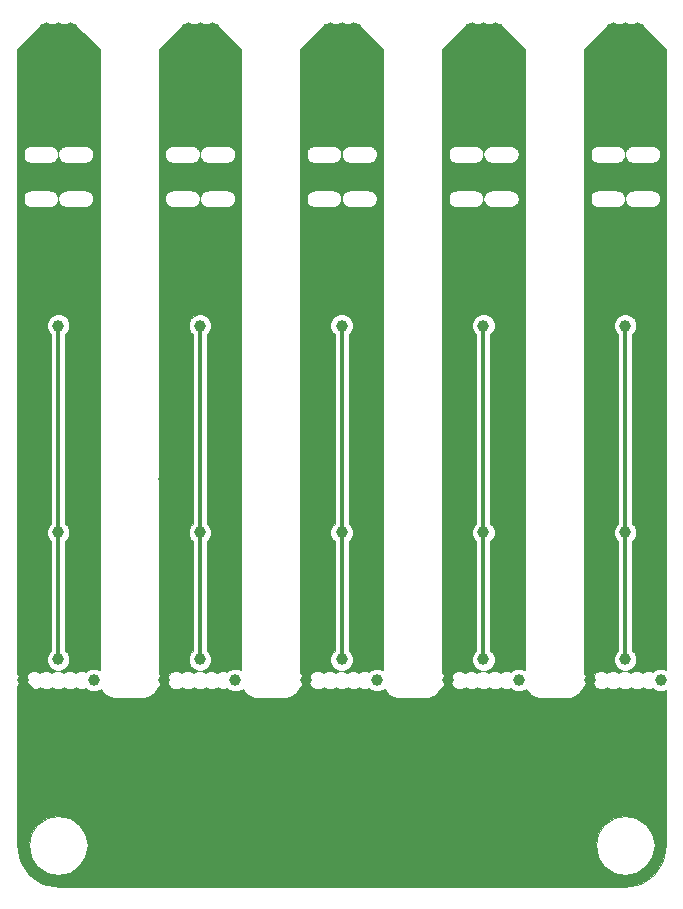
<source format=gbr>
G04 #@! TF.GenerationSoftware,KiCad,Pcbnew,no-vcs-found-e10f0c7~59~ubuntu14.04.1*
G04 #@! TF.CreationDate,2017-08-11T12:14:55+02:00*
G04 #@! TF.ProjectId,_Gauge,B347617567652E6B696361645F706362,rev?*
G04 #@! TF.SameCoordinates,Original*
G04 #@! TF.FileFunction,Copper,L2,Bot,Signal*
G04 #@! TF.FilePolarity,Positive*
%FSLAX46Y46*%
G04 Gerber Fmt 4.6, Leading zero omitted, Abs format (unit mm)*
G04 Created by KiCad (PCBNEW no-vcs-found-e10f0c7~59~ubuntu14.04.1) date Fri Aug 11 12:14:55 2017*
%MOMM*%
%LPD*%
G01*
G04 APERTURE LIST*
%ADD10C,1.000000*%
%ADD11C,0.300000*%
%ADD12C,0.100000*%
G04 APERTURE END LIST*
D10*
X121000000Y-105000000D03*
X109000000Y-105000000D03*
X97000000Y-105000000D03*
X85000000Y-105000000D03*
X73000000Y-105000000D03*
X97000000Y-122000000D03*
X109000000Y-122000000D03*
X121000000Y-122000000D03*
X85000000Y-122000000D03*
X122000000Y-68500000D03*
X110000000Y-68500000D03*
X127000000Y-122000000D03*
X115000000Y-122000000D03*
X103000000Y-122000000D03*
X91000000Y-122000000D03*
X79000000Y-122000000D03*
X98000000Y-68500000D03*
X86000000Y-68500000D03*
X74000000Y-68500000D03*
X73000000Y-122000000D03*
X124000000Y-92000000D03*
X124000000Y-109500000D03*
X124000000Y-120250000D03*
X112000000Y-120250000D03*
X112000000Y-109500000D03*
X112000000Y-92000000D03*
X100000000Y-92000000D03*
X100000000Y-109500000D03*
X100000000Y-120250000D03*
X88000000Y-120250000D03*
X76000000Y-120250000D03*
X88000000Y-109500000D03*
X88000000Y-92000000D03*
X76000000Y-92000000D03*
X76000000Y-109500000D03*
D11*
X97000000Y-125000000D02*
X97000000Y-122000000D01*
X97000000Y-122000000D02*
X97000000Y-105000000D01*
X109000000Y-125000000D02*
X109000000Y-122000000D01*
X109000000Y-122000000D02*
X109000000Y-105000000D01*
X85000000Y-125000000D02*
X97000000Y-125000000D01*
X97000000Y-125000000D02*
X109000000Y-125000000D01*
X109000000Y-125000000D02*
X120000000Y-125000000D01*
X121000000Y-122000000D02*
X121000000Y-105000000D01*
X121000000Y-124000000D02*
X121000000Y-122000000D01*
X120000000Y-125000000D02*
X121000000Y-124000000D01*
X85000000Y-122000000D02*
X85000000Y-125000000D01*
X85000000Y-105000000D02*
X85000000Y-122000000D01*
X76000000Y-125000000D02*
X73000000Y-122000000D01*
X77250000Y-125000000D02*
X76000000Y-125000000D01*
X85000000Y-125000000D02*
X77250000Y-125000000D01*
X121000000Y-105000000D02*
X121000000Y-69500000D01*
X121000000Y-69500000D02*
X122000000Y-68500000D01*
X109000000Y-69500000D02*
X110000000Y-68500000D01*
X109000000Y-105000000D02*
X109000000Y-69500000D01*
X97000000Y-105000000D02*
X97000000Y-69500000D01*
X97000000Y-69500000D02*
X98000000Y-68500000D01*
X85000000Y-69500000D02*
X86000000Y-68500000D01*
X85000000Y-105000000D02*
X85000000Y-69500000D01*
X73000000Y-105000000D02*
X73000000Y-69500000D01*
X73000000Y-69500000D02*
X74000000Y-68500000D01*
X73000000Y-105000000D02*
X73000000Y-122000000D01*
X124000000Y-109500000D02*
X124000000Y-92000000D01*
X124000000Y-109500000D02*
X124000000Y-120250000D01*
X112000000Y-109500000D02*
X112000000Y-120250000D01*
X112000000Y-109500000D02*
X112000000Y-92000000D01*
X100000000Y-109500000D02*
X100000000Y-92000000D01*
X100000000Y-109500000D02*
X100000000Y-120250000D01*
X88000000Y-109500000D02*
X88000000Y-120250000D01*
X76000000Y-109500000D02*
X76000000Y-120250000D01*
X88000000Y-109500000D02*
X88000000Y-92000000D01*
X76000000Y-109500000D02*
X76000000Y-92000000D01*
D12*
G36*
X125074605Y-66385448D02*
X125350161Y-66499869D01*
X125468990Y-66499973D01*
X125480434Y-66517100D01*
X125515257Y-66551923D01*
X125542616Y-66592868D01*
X127505000Y-68555253D01*
X127505000Y-121181049D01*
X127189796Y-121050165D01*
X126811862Y-121049835D01*
X126462571Y-121194159D01*
X126331102Y-121325398D01*
X126149839Y-121250131D01*
X125851470Y-121249870D01*
X125575714Y-121363811D01*
X125500053Y-121439340D01*
X125425395Y-121364552D01*
X125149839Y-121250131D01*
X124851470Y-121249870D01*
X124575714Y-121363811D01*
X124500053Y-121439340D01*
X124425395Y-121364552D01*
X124149839Y-121250131D01*
X123851470Y-121249870D01*
X123575714Y-121363811D01*
X123500053Y-121439340D01*
X123425395Y-121364552D01*
X123149839Y-121250131D01*
X122851470Y-121249870D01*
X122575714Y-121363811D01*
X122500053Y-121439340D01*
X122425395Y-121364552D01*
X122149839Y-121250131D01*
X121851470Y-121249870D01*
X121575714Y-121363811D01*
X121364552Y-121574605D01*
X121250131Y-121850161D01*
X121249870Y-122148530D01*
X121363811Y-122424286D01*
X121574605Y-122635448D01*
X121850161Y-122749869D01*
X122148530Y-122750130D01*
X122424286Y-122636189D01*
X122499947Y-122560660D01*
X122574605Y-122635448D01*
X122850161Y-122749869D01*
X123148530Y-122750130D01*
X123424286Y-122636189D01*
X123499947Y-122560660D01*
X123574605Y-122635448D01*
X123850161Y-122749869D01*
X124148530Y-122750130D01*
X124424286Y-122636189D01*
X124499947Y-122560660D01*
X124574605Y-122635448D01*
X124850161Y-122749869D01*
X125148530Y-122750130D01*
X125424286Y-122636189D01*
X125499947Y-122560660D01*
X125574605Y-122635448D01*
X125850161Y-122749869D01*
X126148530Y-122750130D01*
X126331159Y-122674669D01*
X126461165Y-122804902D01*
X126810204Y-122949835D01*
X127188138Y-122950165D01*
X127505000Y-122819240D01*
X127505000Y-135955753D01*
X127229528Y-137340644D01*
X126472947Y-138472947D01*
X125340644Y-139229528D01*
X123955753Y-139505000D01*
X76054247Y-139505000D01*
X74669356Y-139229528D01*
X73537053Y-138472947D01*
X72780472Y-137340644D01*
X72514796Y-136005000D01*
X73505000Y-136005000D01*
X73695301Y-136961709D01*
X74237233Y-137772767D01*
X75048291Y-138314699D01*
X76005000Y-138505000D01*
X76961709Y-138314699D01*
X77772767Y-137772767D01*
X78314699Y-136961709D01*
X78505000Y-136005000D01*
X121505000Y-136005000D01*
X121695301Y-136961709D01*
X122237233Y-137772767D01*
X123048291Y-138314699D01*
X124005000Y-138505000D01*
X124961709Y-138314699D01*
X125772767Y-137772767D01*
X126314699Y-136961709D01*
X126505000Y-136005000D01*
X126314699Y-135048291D01*
X125772767Y-134237233D01*
X124961709Y-133695301D01*
X124005000Y-133505000D01*
X123048291Y-133695301D01*
X122237233Y-134237233D01*
X121695301Y-135048291D01*
X121505000Y-136005000D01*
X78505000Y-136005000D01*
X78314699Y-135048291D01*
X77772767Y-134237233D01*
X76961709Y-133695301D01*
X76005000Y-133505000D01*
X75048291Y-133695301D01*
X74237233Y-134237233D01*
X73695301Y-135048291D01*
X73505000Y-136005000D01*
X72514796Y-136005000D01*
X72505000Y-135955753D01*
X72505000Y-122555616D01*
X72635448Y-122425395D01*
X72749869Y-122149839D01*
X72750130Y-121851470D01*
X72636189Y-121575714D01*
X72505000Y-121444296D01*
X72505000Y-92188138D01*
X75049835Y-92188138D01*
X75194159Y-92537429D01*
X75400000Y-92743630D01*
X75400000Y-108756621D01*
X75195098Y-108961165D01*
X75050165Y-109310204D01*
X75049835Y-109688138D01*
X75194159Y-110037429D01*
X75400000Y-110243630D01*
X75400000Y-119506621D01*
X75195098Y-119711165D01*
X75050165Y-120060204D01*
X75049835Y-120438138D01*
X75194159Y-120787429D01*
X75461165Y-121054902D01*
X75810204Y-121199835D01*
X76188138Y-121200165D01*
X76537429Y-121055841D01*
X76804902Y-120788835D01*
X76949835Y-120439796D01*
X76950165Y-120061862D01*
X76805841Y-119712571D01*
X76600000Y-119506370D01*
X76600000Y-110243379D01*
X76804902Y-110038835D01*
X76949835Y-109689796D01*
X76950165Y-109311862D01*
X76805841Y-108962571D01*
X76600000Y-108756370D01*
X76600000Y-92743379D01*
X76804902Y-92538835D01*
X76949835Y-92189796D01*
X76950165Y-91811862D01*
X76805841Y-91462571D01*
X76538835Y-91195098D01*
X76189796Y-91050165D01*
X75811862Y-91049835D01*
X75462571Y-91194159D01*
X75195098Y-91461165D01*
X75050165Y-91810204D01*
X75049835Y-92188138D01*
X72505000Y-92188138D01*
X72505000Y-81152454D01*
X73009607Y-81152454D01*
X73009607Y-81347544D01*
X73024831Y-81424081D01*
X73024832Y-81424083D01*
X73024832Y-81424087D01*
X73048389Y-81480956D01*
X73099488Y-81604321D01*
X73099491Y-81604324D01*
X73099492Y-81604326D01*
X73142840Y-81669199D01*
X73142841Y-81669202D01*
X73142843Y-81669204D01*
X73142847Y-81669210D01*
X73186200Y-81712562D01*
X73280790Y-81807153D01*
X73280796Y-81807157D01*
X73280798Y-81807159D01*
X73280801Y-81807160D01*
X73345674Y-81850508D01*
X73345678Y-81850512D01*
X73455989Y-81896204D01*
X73525913Y-81925168D01*
X73525917Y-81925168D01*
X73525919Y-81925169D01*
X73602455Y-81940393D01*
X73651702Y-81940393D01*
X73700000Y-81950000D01*
X75300000Y-81950000D01*
X75348298Y-81940393D01*
X75397544Y-81940393D01*
X75474081Y-81925169D01*
X75474083Y-81925168D01*
X75474087Y-81925168D01*
X75552495Y-81892689D01*
X75654321Y-81850512D01*
X75654324Y-81850509D01*
X75654326Y-81850508D01*
X75719199Y-81807160D01*
X75719202Y-81807159D01*
X75719204Y-81807157D01*
X75719210Y-81807153D01*
X75813800Y-81712562D01*
X75857153Y-81669210D01*
X75857157Y-81669204D01*
X75857159Y-81669202D01*
X75857160Y-81669199D01*
X75900508Y-81604326D01*
X75900512Y-81604322D01*
X75951611Y-81480956D01*
X75975168Y-81424087D01*
X75975168Y-81424083D01*
X75975169Y-81424081D01*
X75990393Y-81347545D01*
X75990393Y-81152454D01*
X76009607Y-81152454D01*
X76009607Y-81347544D01*
X76024831Y-81424081D01*
X76024832Y-81424083D01*
X76024832Y-81424087D01*
X76048389Y-81480956D01*
X76099488Y-81604321D01*
X76099491Y-81604324D01*
X76099492Y-81604326D01*
X76142840Y-81669199D01*
X76142841Y-81669202D01*
X76142843Y-81669204D01*
X76142847Y-81669210D01*
X76186200Y-81712562D01*
X76280790Y-81807153D01*
X76280796Y-81807157D01*
X76280798Y-81807159D01*
X76280801Y-81807160D01*
X76345674Y-81850508D01*
X76345678Y-81850512D01*
X76455989Y-81896204D01*
X76525913Y-81925168D01*
X76525917Y-81925168D01*
X76525919Y-81925169D01*
X76602455Y-81940393D01*
X76651702Y-81940393D01*
X76700000Y-81950000D01*
X78300000Y-81950000D01*
X78348298Y-81940393D01*
X78397544Y-81940393D01*
X78474081Y-81925169D01*
X78474083Y-81925168D01*
X78474087Y-81925168D01*
X78552495Y-81892689D01*
X78654321Y-81850512D01*
X78654324Y-81850509D01*
X78654326Y-81850508D01*
X78719199Y-81807160D01*
X78719202Y-81807159D01*
X78719204Y-81807157D01*
X78719210Y-81807153D01*
X78813800Y-81712562D01*
X78857153Y-81669210D01*
X78857157Y-81669204D01*
X78857159Y-81669202D01*
X78857160Y-81669199D01*
X78900508Y-81604326D01*
X78900512Y-81604322D01*
X78951611Y-81480956D01*
X78975168Y-81424087D01*
X78975168Y-81424083D01*
X78975169Y-81424081D01*
X78990393Y-81347545D01*
X78990393Y-81152453D01*
X78975169Y-81075919D01*
X78975168Y-81075917D01*
X78975168Y-81075913D01*
X78938777Y-80988060D01*
X78900512Y-80895678D01*
X78900508Y-80895674D01*
X78857160Y-80830801D01*
X78857159Y-80830798D01*
X78857157Y-80830796D01*
X78857153Y-80830790D01*
X78784089Y-80757727D01*
X78719210Y-80692847D01*
X78719204Y-80692843D01*
X78719202Y-80692841D01*
X78719199Y-80692840D01*
X78654326Y-80649492D01*
X78654324Y-80649491D01*
X78654321Y-80649488D01*
X78552495Y-80607311D01*
X78474087Y-80574832D01*
X78474083Y-80574832D01*
X78474081Y-80574831D01*
X78397544Y-80559607D01*
X78348298Y-80559607D01*
X78300000Y-80550000D01*
X76700000Y-80550000D01*
X76651702Y-80559607D01*
X76602455Y-80559607D01*
X76525919Y-80574831D01*
X76525917Y-80574832D01*
X76525913Y-80574832D01*
X76455989Y-80603796D01*
X76345678Y-80649488D01*
X76345674Y-80649492D01*
X76280801Y-80692840D01*
X76280798Y-80692841D01*
X76280796Y-80692843D01*
X76280790Y-80692847D01*
X76215911Y-80757727D01*
X76142847Y-80830790D01*
X76142843Y-80830796D01*
X76142841Y-80830798D01*
X76142840Y-80830801D01*
X76099492Y-80895674D01*
X76099491Y-80895676D01*
X76099488Y-80895679D01*
X76061223Y-80988060D01*
X76024832Y-81075913D01*
X76024832Y-81075917D01*
X76024831Y-81075919D01*
X76009608Y-81152452D01*
X76009607Y-81152454D01*
X75990393Y-81152454D01*
X75990393Y-81152453D01*
X75975169Y-81075919D01*
X75975168Y-81075917D01*
X75975168Y-81075913D01*
X75938777Y-80988060D01*
X75900512Y-80895678D01*
X75900508Y-80895674D01*
X75857160Y-80830801D01*
X75857159Y-80830798D01*
X75857157Y-80830796D01*
X75857153Y-80830790D01*
X75784089Y-80757727D01*
X75719210Y-80692847D01*
X75719204Y-80692843D01*
X75719202Y-80692841D01*
X75719199Y-80692840D01*
X75654326Y-80649492D01*
X75654324Y-80649491D01*
X75654321Y-80649488D01*
X75552495Y-80607311D01*
X75474087Y-80574832D01*
X75474083Y-80574832D01*
X75474081Y-80574831D01*
X75397544Y-80559607D01*
X75348298Y-80559607D01*
X75300000Y-80550000D01*
X73700000Y-80550000D01*
X73651702Y-80559607D01*
X73602455Y-80559607D01*
X73525919Y-80574831D01*
X73525917Y-80574832D01*
X73525913Y-80574832D01*
X73455989Y-80603796D01*
X73345678Y-80649488D01*
X73345674Y-80649492D01*
X73280801Y-80692840D01*
X73280798Y-80692841D01*
X73280796Y-80692843D01*
X73280790Y-80692847D01*
X73215911Y-80757727D01*
X73142847Y-80830790D01*
X73142843Y-80830796D01*
X73142841Y-80830798D01*
X73142840Y-80830801D01*
X73099492Y-80895674D01*
X73099491Y-80895676D01*
X73099488Y-80895679D01*
X73061223Y-80988060D01*
X73024832Y-81075913D01*
X73024832Y-81075917D01*
X73024831Y-81075919D01*
X73009608Y-81152452D01*
X73009607Y-81152454D01*
X72505000Y-81152454D01*
X72505000Y-77402454D01*
X73009607Y-77402454D01*
X73009607Y-77597544D01*
X73024831Y-77674081D01*
X73024832Y-77674083D01*
X73024832Y-77674087D01*
X73048389Y-77730956D01*
X73099488Y-77854321D01*
X73099491Y-77854324D01*
X73099492Y-77854326D01*
X73142840Y-77919199D01*
X73142841Y-77919202D01*
X73142843Y-77919204D01*
X73142847Y-77919210D01*
X73186200Y-77962562D01*
X73280790Y-78057153D01*
X73280796Y-78057157D01*
X73280798Y-78057159D01*
X73280801Y-78057160D01*
X73345674Y-78100508D01*
X73345678Y-78100512D01*
X73455989Y-78146204D01*
X73525913Y-78175168D01*
X73525917Y-78175168D01*
X73525919Y-78175169D01*
X73602455Y-78190393D01*
X73651702Y-78190393D01*
X73700000Y-78200000D01*
X75300000Y-78200000D01*
X75348298Y-78190393D01*
X75397544Y-78190393D01*
X75474081Y-78175169D01*
X75474083Y-78175168D01*
X75474087Y-78175168D01*
X75552495Y-78142689D01*
X75654321Y-78100512D01*
X75654324Y-78100509D01*
X75654326Y-78100508D01*
X75719199Y-78057160D01*
X75719202Y-78057159D01*
X75719204Y-78057157D01*
X75719210Y-78057153D01*
X75813800Y-77962562D01*
X75857153Y-77919210D01*
X75857157Y-77919204D01*
X75857159Y-77919202D01*
X75857160Y-77919199D01*
X75900508Y-77854326D01*
X75900512Y-77854322D01*
X75951611Y-77730956D01*
X75975168Y-77674087D01*
X75975168Y-77674083D01*
X75975169Y-77674081D01*
X75990393Y-77597545D01*
X75990393Y-77402454D01*
X76009607Y-77402454D01*
X76009607Y-77597544D01*
X76024831Y-77674081D01*
X76024832Y-77674083D01*
X76024832Y-77674087D01*
X76048389Y-77730956D01*
X76099488Y-77854321D01*
X76099491Y-77854324D01*
X76099492Y-77854326D01*
X76142840Y-77919199D01*
X76142841Y-77919202D01*
X76142843Y-77919204D01*
X76142847Y-77919210D01*
X76186200Y-77962562D01*
X76280790Y-78057153D01*
X76280796Y-78057157D01*
X76280798Y-78057159D01*
X76280801Y-78057160D01*
X76345674Y-78100508D01*
X76345678Y-78100512D01*
X76455989Y-78146204D01*
X76525913Y-78175168D01*
X76525917Y-78175168D01*
X76525919Y-78175169D01*
X76602455Y-78190393D01*
X76651702Y-78190393D01*
X76700000Y-78200000D01*
X78300000Y-78200000D01*
X78348298Y-78190393D01*
X78397544Y-78190393D01*
X78474081Y-78175169D01*
X78474083Y-78175168D01*
X78474087Y-78175168D01*
X78552495Y-78142689D01*
X78654321Y-78100512D01*
X78654324Y-78100509D01*
X78654326Y-78100508D01*
X78719199Y-78057160D01*
X78719202Y-78057159D01*
X78719204Y-78057157D01*
X78719210Y-78057153D01*
X78813800Y-77962562D01*
X78857153Y-77919210D01*
X78857157Y-77919204D01*
X78857159Y-77919202D01*
X78857160Y-77919199D01*
X78900508Y-77854326D01*
X78900512Y-77854322D01*
X78951611Y-77730956D01*
X78975168Y-77674087D01*
X78975168Y-77674083D01*
X78975169Y-77674081D01*
X78990393Y-77597545D01*
X78990393Y-77402453D01*
X78975169Y-77325919D01*
X78975168Y-77325917D01*
X78975168Y-77325913D01*
X78938777Y-77238060D01*
X78900512Y-77145678D01*
X78900508Y-77145674D01*
X78857160Y-77080801D01*
X78857159Y-77080798D01*
X78857157Y-77080796D01*
X78857153Y-77080790D01*
X78784089Y-77007727D01*
X78719210Y-76942847D01*
X78719204Y-76942843D01*
X78719202Y-76942841D01*
X78719199Y-76942840D01*
X78654326Y-76899492D01*
X78654324Y-76899491D01*
X78654321Y-76899488D01*
X78552495Y-76857311D01*
X78474087Y-76824832D01*
X78474083Y-76824832D01*
X78474081Y-76824831D01*
X78397544Y-76809607D01*
X78348298Y-76809607D01*
X78300000Y-76800000D01*
X76700000Y-76800000D01*
X76651702Y-76809607D01*
X76602455Y-76809607D01*
X76525919Y-76824831D01*
X76525917Y-76824832D01*
X76525913Y-76824832D01*
X76455989Y-76853796D01*
X76345678Y-76899488D01*
X76345674Y-76899492D01*
X76280801Y-76942840D01*
X76280798Y-76942841D01*
X76280796Y-76942843D01*
X76280790Y-76942847D01*
X76215911Y-77007727D01*
X76142847Y-77080790D01*
X76142843Y-77080796D01*
X76142841Y-77080798D01*
X76142840Y-77080801D01*
X76099492Y-77145674D01*
X76099491Y-77145676D01*
X76099488Y-77145679D01*
X76061223Y-77238060D01*
X76024832Y-77325913D01*
X76024832Y-77325917D01*
X76024831Y-77325919D01*
X76009608Y-77402452D01*
X76009607Y-77402454D01*
X75990393Y-77402454D01*
X75990393Y-77402453D01*
X75975169Y-77325919D01*
X75975168Y-77325917D01*
X75975168Y-77325913D01*
X75938777Y-77238060D01*
X75900512Y-77145678D01*
X75900508Y-77145674D01*
X75857160Y-77080801D01*
X75857159Y-77080798D01*
X75857157Y-77080796D01*
X75857153Y-77080790D01*
X75784089Y-77007727D01*
X75719210Y-76942847D01*
X75719204Y-76942843D01*
X75719202Y-76942841D01*
X75719199Y-76942840D01*
X75654326Y-76899492D01*
X75654324Y-76899491D01*
X75654321Y-76899488D01*
X75552495Y-76857311D01*
X75474087Y-76824832D01*
X75474083Y-76824832D01*
X75474081Y-76824831D01*
X75397544Y-76809607D01*
X75348298Y-76809607D01*
X75300000Y-76800000D01*
X73700000Y-76800000D01*
X73651702Y-76809607D01*
X73602455Y-76809607D01*
X73525919Y-76824831D01*
X73525917Y-76824832D01*
X73525913Y-76824832D01*
X73455989Y-76853796D01*
X73345678Y-76899488D01*
X73345674Y-76899492D01*
X73280801Y-76942840D01*
X73280798Y-76942841D01*
X73280796Y-76942843D01*
X73280790Y-76942847D01*
X73215911Y-77007727D01*
X73142847Y-77080790D01*
X73142843Y-77080796D01*
X73142841Y-77080798D01*
X73142840Y-77080801D01*
X73099492Y-77145674D01*
X73099491Y-77145676D01*
X73099488Y-77145679D01*
X73061223Y-77238060D01*
X73024832Y-77325913D01*
X73024832Y-77325917D01*
X73024831Y-77325919D01*
X73009608Y-77402452D01*
X73009607Y-77402454D01*
X72505000Y-77402454D01*
X72505000Y-68555252D01*
X74467384Y-66592869D01*
X74494744Y-66551922D01*
X74529566Y-66517100D01*
X74540968Y-66500036D01*
X74648530Y-66500130D01*
X74924286Y-66386189D01*
X74999947Y-66310660D01*
X75074605Y-66385448D01*
X75350161Y-66499869D01*
X75648530Y-66500130D01*
X75924286Y-66386189D01*
X75999947Y-66310660D01*
X76074605Y-66385448D01*
X76350161Y-66499869D01*
X76648530Y-66500130D01*
X76924286Y-66386189D01*
X76999947Y-66310660D01*
X77074605Y-66385448D01*
X77350161Y-66499869D01*
X77468990Y-66499973D01*
X77480434Y-66517100D01*
X77515257Y-66551923D01*
X77542616Y-66592868D01*
X79505000Y-68555253D01*
X79505000Y-121181049D01*
X79189796Y-121050165D01*
X78811862Y-121049835D01*
X78462571Y-121194159D01*
X78331102Y-121325398D01*
X78149839Y-121250131D01*
X77851470Y-121249870D01*
X77575714Y-121363811D01*
X77500053Y-121439340D01*
X77425395Y-121364552D01*
X77149839Y-121250131D01*
X76851470Y-121249870D01*
X76575714Y-121363811D01*
X76500053Y-121439340D01*
X76425395Y-121364552D01*
X76149839Y-121250131D01*
X75851470Y-121249870D01*
X75575714Y-121363811D01*
X75500053Y-121439340D01*
X75425395Y-121364552D01*
X75149839Y-121250131D01*
X74851470Y-121249870D01*
X74575714Y-121363811D01*
X74500053Y-121439340D01*
X74425395Y-121364552D01*
X74149839Y-121250131D01*
X73851470Y-121249870D01*
X73575714Y-121363811D01*
X73364552Y-121574605D01*
X73250131Y-121850161D01*
X73249870Y-122148530D01*
X73363811Y-122424286D01*
X73574605Y-122635448D01*
X73850161Y-122749869D01*
X74148530Y-122750130D01*
X74424286Y-122636189D01*
X74499947Y-122560660D01*
X74574605Y-122635448D01*
X74850161Y-122749869D01*
X75148530Y-122750130D01*
X75424286Y-122636189D01*
X75499947Y-122560660D01*
X75574605Y-122635448D01*
X75850161Y-122749869D01*
X76148530Y-122750130D01*
X76424286Y-122636189D01*
X76499947Y-122560660D01*
X76574605Y-122635448D01*
X76850161Y-122749869D01*
X77148530Y-122750130D01*
X77424286Y-122636189D01*
X77499947Y-122560660D01*
X77574605Y-122635448D01*
X77850161Y-122749869D01*
X78148530Y-122750130D01*
X78331159Y-122674669D01*
X78461165Y-122804902D01*
X78810204Y-122949835D01*
X79188138Y-122950165D01*
X79537429Y-122805841D01*
X79622138Y-122721280D01*
X79650162Y-122788934D01*
X79823578Y-123048466D01*
X79823579Y-123048469D01*
X79961528Y-123186419D01*
X80221066Y-123359838D01*
X80221068Y-123359839D01*
X80401308Y-123434497D01*
X80707456Y-123495393D01*
X80756702Y-123495393D01*
X80805000Y-123505000D01*
X83205000Y-123505000D01*
X83253298Y-123495393D01*
X83302545Y-123495393D01*
X83608692Y-123434497D01*
X83608694Y-123434497D01*
X83758010Y-123372647D01*
X83788932Y-123359839D01*
X83788934Y-123359838D01*
X84048466Y-123186422D01*
X84048469Y-123186421D01*
X84186419Y-123048472D01*
X84359838Y-122788934D01*
X84407802Y-122673139D01*
X84422864Y-122636777D01*
X84424286Y-122636189D01*
X84635448Y-122425395D01*
X84749869Y-122149839D01*
X84750130Y-121851470D01*
X84636189Y-121575714D01*
X84505000Y-121444296D01*
X84505000Y-92188138D01*
X87049835Y-92188138D01*
X87194159Y-92537429D01*
X87400000Y-92743630D01*
X87400000Y-108756621D01*
X87195098Y-108961165D01*
X87050165Y-109310204D01*
X87049835Y-109688138D01*
X87194159Y-110037429D01*
X87400000Y-110243630D01*
X87400000Y-119506621D01*
X87195098Y-119711165D01*
X87050165Y-120060204D01*
X87049835Y-120438138D01*
X87194159Y-120787429D01*
X87461165Y-121054902D01*
X87810204Y-121199835D01*
X88188138Y-121200165D01*
X88537429Y-121055841D01*
X88804902Y-120788835D01*
X88949835Y-120439796D01*
X88950165Y-120061862D01*
X88805841Y-119712571D01*
X88600000Y-119506370D01*
X88600000Y-110243379D01*
X88804902Y-110038835D01*
X88949835Y-109689796D01*
X88950165Y-109311862D01*
X88805841Y-108962571D01*
X88600000Y-108756370D01*
X88600000Y-92743379D01*
X88804902Y-92538835D01*
X88949835Y-92189796D01*
X88950165Y-91811862D01*
X88805841Y-91462571D01*
X88538835Y-91195098D01*
X88189796Y-91050165D01*
X87811862Y-91049835D01*
X87462571Y-91194159D01*
X87195098Y-91461165D01*
X87050165Y-91810204D01*
X87049835Y-92188138D01*
X84505000Y-92188138D01*
X84505000Y-81152454D01*
X85009607Y-81152454D01*
X85009607Y-81347544D01*
X85024831Y-81424081D01*
X85024832Y-81424083D01*
X85024832Y-81424087D01*
X85048389Y-81480956D01*
X85099488Y-81604321D01*
X85099491Y-81604324D01*
X85099492Y-81604326D01*
X85142840Y-81669199D01*
X85142841Y-81669202D01*
X85142843Y-81669204D01*
X85142847Y-81669210D01*
X85186200Y-81712562D01*
X85280790Y-81807153D01*
X85280796Y-81807157D01*
X85280798Y-81807159D01*
X85280801Y-81807160D01*
X85345674Y-81850508D01*
X85345678Y-81850512D01*
X85455989Y-81896204D01*
X85525913Y-81925168D01*
X85525917Y-81925168D01*
X85525919Y-81925169D01*
X85602455Y-81940393D01*
X85651702Y-81940393D01*
X85700000Y-81950000D01*
X87300000Y-81950000D01*
X87348298Y-81940393D01*
X87397544Y-81940393D01*
X87474081Y-81925169D01*
X87474083Y-81925168D01*
X87474087Y-81925168D01*
X87552495Y-81892689D01*
X87654321Y-81850512D01*
X87654324Y-81850509D01*
X87654326Y-81850508D01*
X87719199Y-81807160D01*
X87719202Y-81807159D01*
X87719204Y-81807157D01*
X87719210Y-81807153D01*
X87813800Y-81712562D01*
X87857153Y-81669210D01*
X87857157Y-81669204D01*
X87857159Y-81669202D01*
X87857160Y-81669199D01*
X87900508Y-81604326D01*
X87900512Y-81604322D01*
X87951611Y-81480956D01*
X87975168Y-81424087D01*
X87975168Y-81424083D01*
X87975169Y-81424081D01*
X87990393Y-81347545D01*
X87990393Y-81152454D01*
X88009607Y-81152454D01*
X88009607Y-81347544D01*
X88024831Y-81424081D01*
X88024832Y-81424083D01*
X88024832Y-81424087D01*
X88048389Y-81480956D01*
X88099488Y-81604321D01*
X88099491Y-81604324D01*
X88099492Y-81604326D01*
X88142840Y-81669199D01*
X88142841Y-81669202D01*
X88142843Y-81669204D01*
X88142847Y-81669210D01*
X88186200Y-81712562D01*
X88280790Y-81807153D01*
X88280796Y-81807157D01*
X88280798Y-81807159D01*
X88280801Y-81807160D01*
X88345674Y-81850508D01*
X88345678Y-81850512D01*
X88455989Y-81896204D01*
X88525913Y-81925168D01*
X88525917Y-81925168D01*
X88525919Y-81925169D01*
X88602455Y-81940393D01*
X88651702Y-81940393D01*
X88700000Y-81950000D01*
X90300000Y-81950000D01*
X90348298Y-81940393D01*
X90397544Y-81940393D01*
X90474081Y-81925169D01*
X90474083Y-81925168D01*
X90474087Y-81925168D01*
X90552495Y-81892689D01*
X90654321Y-81850512D01*
X90654324Y-81850509D01*
X90654326Y-81850508D01*
X90719199Y-81807160D01*
X90719202Y-81807159D01*
X90719204Y-81807157D01*
X90719210Y-81807153D01*
X90813800Y-81712562D01*
X90857153Y-81669210D01*
X90857157Y-81669204D01*
X90857159Y-81669202D01*
X90857160Y-81669199D01*
X90900508Y-81604326D01*
X90900512Y-81604322D01*
X90951611Y-81480956D01*
X90975168Y-81424087D01*
X90975168Y-81424083D01*
X90975169Y-81424081D01*
X90990393Y-81347545D01*
X90990393Y-81152453D01*
X90975169Y-81075919D01*
X90975168Y-81075917D01*
X90975168Y-81075913D01*
X90938777Y-80988060D01*
X90900512Y-80895678D01*
X90900508Y-80895674D01*
X90857160Y-80830801D01*
X90857159Y-80830798D01*
X90857157Y-80830796D01*
X90857153Y-80830790D01*
X90784089Y-80757727D01*
X90719210Y-80692847D01*
X90719204Y-80692843D01*
X90719202Y-80692841D01*
X90719199Y-80692840D01*
X90654326Y-80649492D01*
X90654324Y-80649491D01*
X90654321Y-80649488D01*
X90552495Y-80607311D01*
X90474087Y-80574832D01*
X90474083Y-80574832D01*
X90474081Y-80574831D01*
X90397544Y-80559607D01*
X90348298Y-80559607D01*
X90300000Y-80550000D01*
X88700000Y-80550000D01*
X88651702Y-80559607D01*
X88602455Y-80559607D01*
X88525919Y-80574831D01*
X88525917Y-80574832D01*
X88525913Y-80574832D01*
X88455989Y-80603796D01*
X88345678Y-80649488D01*
X88345674Y-80649492D01*
X88280801Y-80692840D01*
X88280798Y-80692841D01*
X88280796Y-80692843D01*
X88280790Y-80692847D01*
X88215911Y-80757727D01*
X88142847Y-80830790D01*
X88142843Y-80830796D01*
X88142841Y-80830798D01*
X88142840Y-80830801D01*
X88099492Y-80895674D01*
X88099491Y-80895676D01*
X88099488Y-80895679D01*
X88061223Y-80988060D01*
X88024832Y-81075913D01*
X88024832Y-81075917D01*
X88024831Y-81075919D01*
X88009608Y-81152452D01*
X88009607Y-81152454D01*
X87990393Y-81152454D01*
X87990393Y-81152453D01*
X87975169Y-81075919D01*
X87975168Y-81075917D01*
X87975168Y-81075913D01*
X87938777Y-80988060D01*
X87900512Y-80895678D01*
X87900508Y-80895674D01*
X87857160Y-80830801D01*
X87857159Y-80830798D01*
X87857157Y-80830796D01*
X87857153Y-80830790D01*
X87784089Y-80757727D01*
X87719210Y-80692847D01*
X87719204Y-80692843D01*
X87719202Y-80692841D01*
X87719199Y-80692840D01*
X87654326Y-80649492D01*
X87654324Y-80649491D01*
X87654321Y-80649488D01*
X87552495Y-80607311D01*
X87474087Y-80574832D01*
X87474083Y-80574832D01*
X87474081Y-80574831D01*
X87397544Y-80559607D01*
X87348298Y-80559607D01*
X87300000Y-80550000D01*
X85700000Y-80550000D01*
X85651702Y-80559607D01*
X85602455Y-80559607D01*
X85525919Y-80574831D01*
X85525917Y-80574832D01*
X85525913Y-80574832D01*
X85455989Y-80603796D01*
X85345678Y-80649488D01*
X85345674Y-80649492D01*
X85280801Y-80692840D01*
X85280798Y-80692841D01*
X85280796Y-80692843D01*
X85280790Y-80692847D01*
X85215911Y-80757727D01*
X85142847Y-80830790D01*
X85142843Y-80830796D01*
X85142841Y-80830798D01*
X85142840Y-80830801D01*
X85099492Y-80895674D01*
X85099491Y-80895676D01*
X85099488Y-80895679D01*
X85061223Y-80988060D01*
X85024832Y-81075913D01*
X85024832Y-81075917D01*
X85024831Y-81075919D01*
X85009608Y-81152452D01*
X85009607Y-81152454D01*
X84505000Y-81152454D01*
X84505000Y-77402454D01*
X85009607Y-77402454D01*
X85009607Y-77597544D01*
X85024831Y-77674081D01*
X85024832Y-77674083D01*
X85024832Y-77674087D01*
X85048389Y-77730956D01*
X85099488Y-77854321D01*
X85099491Y-77854324D01*
X85099492Y-77854326D01*
X85142840Y-77919199D01*
X85142841Y-77919202D01*
X85142843Y-77919204D01*
X85142847Y-77919210D01*
X85186200Y-77962562D01*
X85280790Y-78057153D01*
X85280796Y-78057157D01*
X85280798Y-78057159D01*
X85280801Y-78057160D01*
X85345674Y-78100508D01*
X85345678Y-78100512D01*
X85455989Y-78146204D01*
X85525913Y-78175168D01*
X85525917Y-78175168D01*
X85525919Y-78175169D01*
X85602455Y-78190393D01*
X85651702Y-78190393D01*
X85700000Y-78200000D01*
X87300000Y-78200000D01*
X87348298Y-78190393D01*
X87397544Y-78190393D01*
X87474081Y-78175169D01*
X87474083Y-78175168D01*
X87474087Y-78175168D01*
X87552495Y-78142689D01*
X87654321Y-78100512D01*
X87654324Y-78100509D01*
X87654326Y-78100508D01*
X87719199Y-78057160D01*
X87719202Y-78057159D01*
X87719204Y-78057157D01*
X87719210Y-78057153D01*
X87813800Y-77962562D01*
X87857153Y-77919210D01*
X87857157Y-77919204D01*
X87857159Y-77919202D01*
X87857160Y-77919199D01*
X87900508Y-77854326D01*
X87900512Y-77854322D01*
X87951611Y-77730956D01*
X87975168Y-77674087D01*
X87975168Y-77674083D01*
X87975169Y-77674081D01*
X87990393Y-77597545D01*
X87990393Y-77402454D01*
X88009607Y-77402454D01*
X88009607Y-77597544D01*
X88024831Y-77674081D01*
X88024832Y-77674083D01*
X88024832Y-77674087D01*
X88048389Y-77730956D01*
X88099488Y-77854321D01*
X88099491Y-77854324D01*
X88099492Y-77854326D01*
X88142840Y-77919199D01*
X88142841Y-77919202D01*
X88142843Y-77919204D01*
X88142847Y-77919210D01*
X88186200Y-77962562D01*
X88280790Y-78057153D01*
X88280796Y-78057157D01*
X88280798Y-78057159D01*
X88280801Y-78057160D01*
X88345674Y-78100508D01*
X88345678Y-78100512D01*
X88455989Y-78146204D01*
X88525913Y-78175168D01*
X88525917Y-78175168D01*
X88525919Y-78175169D01*
X88602455Y-78190393D01*
X88651702Y-78190393D01*
X88700000Y-78200000D01*
X90300000Y-78200000D01*
X90348298Y-78190393D01*
X90397544Y-78190393D01*
X90474081Y-78175169D01*
X90474083Y-78175168D01*
X90474087Y-78175168D01*
X90552495Y-78142689D01*
X90654321Y-78100512D01*
X90654324Y-78100509D01*
X90654326Y-78100508D01*
X90719199Y-78057160D01*
X90719202Y-78057159D01*
X90719204Y-78057157D01*
X90719210Y-78057153D01*
X90813800Y-77962562D01*
X90857153Y-77919210D01*
X90857157Y-77919204D01*
X90857159Y-77919202D01*
X90857160Y-77919199D01*
X90900508Y-77854326D01*
X90900512Y-77854322D01*
X90951611Y-77730956D01*
X90975168Y-77674087D01*
X90975168Y-77674083D01*
X90975169Y-77674081D01*
X90990393Y-77597545D01*
X90990393Y-77402453D01*
X90975169Y-77325919D01*
X90975168Y-77325917D01*
X90975168Y-77325913D01*
X90938777Y-77238060D01*
X90900512Y-77145678D01*
X90900508Y-77145674D01*
X90857160Y-77080801D01*
X90857159Y-77080798D01*
X90857157Y-77080796D01*
X90857153Y-77080790D01*
X90784089Y-77007727D01*
X90719210Y-76942847D01*
X90719204Y-76942843D01*
X90719202Y-76942841D01*
X90719199Y-76942840D01*
X90654326Y-76899492D01*
X90654324Y-76899491D01*
X90654321Y-76899488D01*
X90552495Y-76857311D01*
X90474087Y-76824832D01*
X90474083Y-76824832D01*
X90474081Y-76824831D01*
X90397544Y-76809607D01*
X90348298Y-76809607D01*
X90300000Y-76800000D01*
X88700000Y-76800000D01*
X88651702Y-76809607D01*
X88602455Y-76809607D01*
X88525919Y-76824831D01*
X88525917Y-76824832D01*
X88525913Y-76824832D01*
X88455989Y-76853796D01*
X88345678Y-76899488D01*
X88345674Y-76899492D01*
X88280801Y-76942840D01*
X88280798Y-76942841D01*
X88280796Y-76942843D01*
X88280790Y-76942847D01*
X88215911Y-77007727D01*
X88142847Y-77080790D01*
X88142843Y-77080796D01*
X88142841Y-77080798D01*
X88142840Y-77080801D01*
X88099492Y-77145674D01*
X88099491Y-77145676D01*
X88099488Y-77145679D01*
X88061223Y-77238060D01*
X88024832Y-77325913D01*
X88024832Y-77325917D01*
X88024831Y-77325919D01*
X88009608Y-77402452D01*
X88009607Y-77402454D01*
X87990393Y-77402454D01*
X87990393Y-77402453D01*
X87975169Y-77325919D01*
X87975168Y-77325917D01*
X87975168Y-77325913D01*
X87938777Y-77238060D01*
X87900512Y-77145678D01*
X87900508Y-77145674D01*
X87857160Y-77080801D01*
X87857159Y-77080798D01*
X87857157Y-77080796D01*
X87857153Y-77080790D01*
X87784089Y-77007727D01*
X87719210Y-76942847D01*
X87719204Y-76942843D01*
X87719202Y-76942841D01*
X87719199Y-76942840D01*
X87654326Y-76899492D01*
X87654324Y-76899491D01*
X87654321Y-76899488D01*
X87552495Y-76857311D01*
X87474087Y-76824832D01*
X87474083Y-76824832D01*
X87474081Y-76824831D01*
X87397544Y-76809607D01*
X87348298Y-76809607D01*
X87300000Y-76800000D01*
X85700000Y-76800000D01*
X85651702Y-76809607D01*
X85602455Y-76809607D01*
X85525919Y-76824831D01*
X85525917Y-76824832D01*
X85525913Y-76824832D01*
X85455989Y-76853796D01*
X85345678Y-76899488D01*
X85345674Y-76899492D01*
X85280801Y-76942840D01*
X85280798Y-76942841D01*
X85280796Y-76942843D01*
X85280790Y-76942847D01*
X85215911Y-77007727D01*
X85142847Y-77080790D01*
X85142843Y-77080796D01*
X85142841Y-77080798D01*
X85142840Y-77080801D01*
X85099492Y-77145674D01*
X85099491Y-77145676D01*
X85099488Y-77145679D01*
X85061223Y-77238060D01*
X85024832Y-77325913D01*
X85024832Y-77325917D01*
X85024831Y-77325919D01*
X85009608Y-77402452D01*
X85009607Y-77402454D01*
X84505000Y-77402454D01*
X84505000Y-68555252D01*
X86467384Y-66592869D01*
X86494744Y-66551922D01*
X86529566Y-66517100D01*
X86540968Y-66500036D01*
X86648530Y-66500130D01*
X86924286Y-66386189D01*
X86999947Y-66310660D01*
X87074605Y-66385448D01*
X87350161Y-66499869D01*
X87648530Y-66500130D01*
X87924286Y-66386189D01*
X87999947Y-66310660D01*
X88074605Y-66385448D01*
X88350161Y-66499869D01*
X88648530Y-66500130D01*
X88924286Y-66386189D01*
X88999947Y-66310660D01*
X89074605Y-66385448D01*
X89350161Y-66499869D01*
X89468990Y-66499973D01*
X89480434Y-66517100D01*
X89515257Y-66551923D01*
X89542616Y-66592868D01*
X91505000Y-68555253D01*
X91505000Y-121181049D01*
X91189796Y-121050165D01*
X90811862Y-121049835D01*
X90462571Y-121194159D01*
X90331102Y-121325398D01*
X90149839Y-121250131D01*
X89851470Y-121249870D01*
X89575714Y-121363811D01*
X89500053Y-121439340D01*
X89425395Y-121364552D01*
X89149839Y-121250131D01*
X88851470Y-121249870D01*
X88575714Y-121363811D01*
X88500053Y-121439340D01*
X88425395Y-121364552D01*
X88149839Y-121250131D01*
X87851470Y-121249870D01*
X87575714Y-121363811D01*
X87500053Y-121439340D01*
X87425395Y-121364552D01*
X87149839Y-121250131D01*
X86851470Y-121249870D01*
X86575714Y-121363811D01*
X86500053Y-121439340D01*
X86425395Y-121364552D01*
X86149839Y-121250131D01*
X85851470Y-121249870D01*
X85575714Y-121363811D01*
X85364552Y-121574605D01*
X85250131Y-121850161D01*
X85249870Y-122148530D01*
X85363811Y-122424286D01*
X85574605Y-122635448D01*
X85850161Y-122749869D01*
X86148530Y-122750130D01*
X86424286Y-122636189D01*
X86499947Y-122560660D01*
X86574605Y-122635448D01*
X86850161Y-122749869D01*
X87148530Y-122750130D01*
X87424286Y-122636189D01*
X87499947Y-122560660D01*
X87574605Y-122635448D01*
X87850161Y-122749869D01*
X88148530Y-122750130D01*
X88424286Y-122636189D01*
X88499947Y-122560660D01*
X88574605Y-122635448D01*
X88850161Y-122749869D01*
X89148530Y-122750130D01*
X89424286Y-122636189D01*
X89499947Y-122560660D01*
X89574605Y-122635448D01*
X89850161Y-122749869D01*
X90148530Y-122750130D01*
X90331159Y-122674669D01*
X90461165Y-122804902D01*
X90810204Y-122949835D01*
X91188138Y-122950165D01*
X91537429Y-122805841D01*
X91622138Y-122721280D01*
X91650162Y-122788934D01*
X91823578Y-123048466D01*
X91823579Y-123048469D01*
X91961528Y-123186419D01*
X92221066Y-123359838D01*
X92221068Y-123359839D01*
X92401308Y-123434497D01*
X92707456Y-123495393D01*
X92756702Y-123495393D01*
X92805000Y-123505000D01*
X95205000Y-123505000D01*
X95253298Y-123495393D01*
X95302545Y-123495393D01*
X95608692Y-123434497D01*
X95608694Y-123434497D01*
X95758010Y-123372647D01*
X95788932Y-123359839D01*
X95788934Y-123359838D01*
X96048466Y-123186422D01*
X96048469Y-123186421D01*
X96186419Y-123048472D01*
X96359838Y-122788934D01*
X96407802Y-122673139D01*
X96422864Y-122636777D01*
X96424286Y-122636189D01*
X96635448Y-122425395D01*
X96749869Y-122149839D01*
X96750130Y-121851470D01*
X96636189Y-121575714D01*
X96505000Y-121444296D01*
X96505000Y-92188138D01*
X99049835Y-92188138D01*
X99194159Y-92537429D01*
X99400000Y-92743630D01*
X99400000Y-108756621D01*
X99195098Y-108961165D01*
X99050165Y-109310204D01*
X99049835Y-109688138D01*
X99194159Y-110037429D01*
X99400000Y-110243630D01*
X99400000Y-119506621D01*
X99195098Y-119711165D01*
X99050165Y-120060204D01*
X99049835Y-120438138D01*
X99194159Y-120787429D01*
X99461165Y-121054902D01*
X99810204Y-121199835D01*
X100188138Y-121200165D01*
X100537429Y-121055841D01*
X100804902Y-120788835D01*
X100949835Y-120439796D01*
X100950165Y-120061862D01*
X100805841Y-119712571D01*
X100600000Y-119506370D01*
X100600000Y-110243379D01*
X100804902Y-110038835D01*
X100949835Y-109689796D01*
X100950165Y-109311862D01*
X100805841Y-108962571D01*
X100600000Y-108756370D01*
X100600000Y-92743379D01*
X100804902Y-92538835D01*
X100949835Y-92189796D01*
X100950165Y-91811862D01*
X100805841Y-91462571D01*
X100538835Y-91195098D01*
X100189796Y-91050165D01*
X99811862Y-91049835D01*
X99462571Y-91194159D01*
X99195098Y-91461165D01*
X99050165Y-91810204D01*
X99049835Y-92188138D01*
X96505000Y-92188138D01*
X96505000Y-81152454D01*
X97009607Y-81152454D01*
X97009607Y-81347544D01*
X97024831Y-81424081D01*
X97024832Y-81424083D01*
X97024832Y-81424087D01*
X97048389Y-81480956D01*
X97099488Y-81604321D01*
X97099491Y-81604324D01*
X97099492Y-81604326D01*
X97142840Y-81669199D01*
X97142841Y-81669202D01*
X97142843Y-81669204D01*
X97142847Y-81669210D01*
X97186200Y-81712562D01*
X97280790Y-81807153D01*
X97280796Y-81807157D01*
X97280798Y-81807159D01*
X97280801Y-81807160D01*
X97345674Y-81850508D01*
X97345678Y-81850512D01*
X97455989Y-81896204D01*
X97525913Y-81925168D01*
X97525917Y-81925168D01*
X97525919Y-81925169D01*
X97602455Y-81940393D01*
X97651702Y-81940393D01*
X97700000Y-81950000D01*
X99300000Y-81950000D01*
X99348298Y-81940393D01*
X99397544Y-81940393D01*
X99474081Y-81925169D01*
X99474083Y-81925168D01*
X99474087Y-81925168D01*
X99552495Y-81892689D01*
X99654321Y-81850512D01*
X99654324Y-81850509D01*
X99654326Y-81850508D01*
X99719199Y-81807160D01*
X99719202Y-81807159D01*
X99719204Y-81807157D01*
X99719210Y-81807153D01*
X99813800Y-81712562D01*
X99857153Y-81669210D01*
X99857157Y-81669204D01*
X99857159Y-81669202D01*
X99857160Y-81669199D01*
X99900508Y-81604326D01*
X99900512Y-81604322D01*
X99951611Y-81480956D01*
X99975168Y-81424087D01*
X99975168Y-81424083D01*
X99975169Y-81424081D01*
X99990393Y-81347545D01*
X99990393Y-81152454D01*
X100009607Y-81152454D01*
X100009607Y-81347544D01*
X100024831Y-81424081D01*
X100024832Y-81424083D01*
X100024832Y-81424087D01*
X100048389Y-81480956D01*
X100099488Y-81604321D01*
X100099491Y-81604324D01*
X100099492Y-81604326D01*
X100142840Y-81669199D01*
X100142841Y-81669202D01*
X100142843Y-81669204D01*
X100142847Y-81669210D01*
X100186200Y-81712562D01*
X100280790Y-81807153D01*
X100280796Y-81807157D01*
X100280798Y-81807159D01*
X100280801Y-81807160D01*
X100345674Y-81850508D01*
X100345678Y-81850512D01*
X100455989Y-81896204D01*
X100525913Y-81925168D01*
X100525917Y-81925168D01*
X100525919Y-81925169D01*
X100602455Y-81940393D01*
X100651702Y-81940393D01*
X100700000Y-81950000D01*
X102300000Y-81950000D01*
X102348298Y-81940393D01*
X102397544Y-81940393D01*
X102474081Y-81925169D01*
X102474083Y-81925168D01*
X102474087Y-81925168D01*
X102552495Y-81892689D01*
X102654321Y-81850512D01*
X102654324Y-81850509D01*
X102654326Y-81850508D01*
X102719199Y-81807160D01*
X102719202Y-81807159D01*
X102719204Y-81807157D01*
X102719210Y-81807153D01*
X102813800Y-81712562D01*
X102857153Y-81669210D01*
X102857157Y-81669204D01*
X102857159Y-81669202D01*
X102857160Y-81669199D01*
X102900508Y-81604326D01*
X102900512Y-81604322D01*
X102951611Y-81480956D01*
X102975168Y-81424087D01*
X102975168Y-81424083D01*
X102975169Y-81424081D01*
X102990393Y-81347545D01*
X102990393Y-81152453D01*
X102975169Y-81075919D01*
X102975168Y-81075917D01*
X102975168Y-81075913D01*
X102938777Y-80988060D01*
X102900512Y-80895678D01*
X102900508Y-80895674D01*
X102857160Y-80830801D01*
X102857159Y-80830798D01*
X102857157Y-80830796D01*
X102857153Y-80830790D01*
X102784089Y-80757727D01*
X102719210Y-80692847D01*
X102719204Y-80692843D01*
X102719202Y-80692841D01*
X102719199Y-80692840D01*
X102654326Y-80649492D01*
X102654324Y-80649491D01*
X102654321Y-80649488D01*
X102552495Y-80607311D01*
X102474087Y-80574832D01*
X102474083Y-80574832D01*
X102474081Y-80574831D01*
X102397544Y-80559607D01*
X102348298Y-80559607D01*
X102300000Y-80550000D01*
X100700000Y-80550000D01*
X100651702Y-80559607D01*
X100602455Y-80559607D01*
X100525919Y-80574831D01*
X100525917Y-80574832D01*
X100525913Y-80574832D01*
X100455989Y-80603796D01*
X100345678Y-80649488D01*
X100345674Y-80649492D01*
X100280801Y-80692840D01*
X100280798Y-80692841D01*
X100280796Y-80692843D01*
X100280790Y-80692847D01*
X100215911Y-80757727D01*
X100142847Y-80830790D01*
X100142843Y-80830796D01*
X100142841Y-80830798D01*
X100142840Y-80830801D01*
X100099492Y-80895674D01*
X100099491Y-80895676D01*
X100099488Y-80895679D01*
X100061223Y-80988060D01*
X100024832Y-81075913D01*
X100024832Y-81075917D01*
X100024831Y-81075919D01*
X100009608Y-81152452D01*
X100009607Y-81152454D01*
X99990393Y-81152454D01*
X99990393Y-81152453D01*
X99975169Y-81075919D01*
X99975168Y-81075917D01*
X99975168Y-81075913D01*
X99938777Y-80988060D01*
X99900512Y-80895678D01*
X99900508Y-80895674D01*
X99857160Y-80830801D01*
X99857159Y-80830798D01*
X99857157Y-80830796D01*
X99857153Y-80830790D01*
X99784089Y-80757727D01*
X99719210Y-80692847D01*
X99719204Y-80692843D01*
X99719202Y-80692841D01*
X99719199Y-80692840D01*
X99654326Y-80649492D01*
X99654324Y-80649491D01*
X99654321Y-80649488D01*
X99552495Y-80607311D01*
X99474087Y-80574832D01*
X99474083Y-80574832D01*
X99474081Y-80574831D01*
X99397544Y-80559607D01*
X99348298Y-80559607D01*
X99300000Y-80550000D01*
X97700000Y-80550000D01*
X97651702Y-80559607D01*
X97602455Y-80559607D01*
X97525919Y-80574831D01*
X97525917Y-80574832D01*
X97525913Y-80574832D01*
X97455989Y-80603796D01*
X97345678Y-80649488D01*
X97345674Y-80649492D01*
X97280801Y-80692840D01*
X97280798Y-80692841D01*
X97280796Y-80692843D01*
X97280790Y-80692847D01*
X97215911Y-80757727D01*
X97142847Y-80830790D01*
X97142843Y-80830796D01*
X97142841Y-80830798D01*
X97142840Y-80830801D01*
X97099492Y-80895674D01*
X97099491Y-80895676D01*
X97099488Y-80895679D01*
X97061223Y-80988060D01*
X97024832Y-81075913D01*
X97024832Y-81075917D01*
X97024831Y-81075919D01*
X97009608Y-81152452D01*
X97009607Y-81152454D01*
X96505000Y-81152454D01*
X96505000Y-77402454D01*
X97009607Y-77402454D01*
X97009607Y-77597544D01*
X97024831Y-77674081D01*
X97024832Y-77674083D01*
X97024832Y-77674087D01*
X97048389Y-77730956D01*
X97099488Y-77854321D01*
X97099491Y-77854324D01*
X97099492Y-77854326D01*
X97142840Y-77919199D01*
X97142841Y-77919202D01*
X97142843Y-77919204D01*
X97142847Y-77919210D01*
X97186200Y-77962562D01*
X97280790Y-78057153D01*
X97280796Y-78057157D01*
X97280798Y-78057159D01*
X97280801Y-78057160D01*
X97345674Y-78100508D01*
X97345678Y-78100512D01*
X97455989Y-78146204D01*
X97525913Y-78175168D01*
X97525917Y-78175168D01*
X97525919Y-78175169D01*
X97602455Y-78190393D01*
X97651702Y-78190393D01*
X97700000Y-78200000D01*
X99300000Y-78200000D01*
X99348298Y-78190393D01*
X99397544Y-78190393D01*
X99474081Y-78175169D01*
X99474083Y-78175168D01*
X99474087Y-78175168D01*
X99552495Y-78142689D01*
X99654321Y-78100512D01*
X99654324Y-78100509D01*
X99654326Y-78100508D01*
X99719199Y-78057160D01*
X99719202Y-78057159D01*
X99719204Y-78057157D01*
X99719210Y-78057153D01*
X99813800Y-77962562D01*
X99857153Y-77919210D01*
X99857157Y-77919204D01*
X99857159Y-77919202D01*
X99857160Y-77919199D01*
X99900508Y-77854326D01*
X99900512Y-77854322D01*
X99951611Y-77730956D01*
X99975168Y-77674087D01*
X99975168Y-77674083D01*
X99975169Y-77674081D01*
X99990393Y-77597545D01*
X99990393Y-77402454D01*
X100009607Y-77402454D01*
X100009607Y-77597544D01*
X100024831Y-77674081D01*
X100024832Y-77674083D01*
X100024832Y-77674087D01*
X100048389Y-77730956D01*
X100099488Y-77854321D01*
X100099491Y-77854324D01*
X100099492Y-77854326D01*
X100142840Y-77919199D01*
X100142841Y-77919202D01*
X100142843Y-77919204D01*
X100142847Y-77919210D01*
X100186200Y-77962562D01*
X100280790Y-78057153D01*
X100280796Y-78057157D01*
X100280798Y-78057159D01*
X100280801Y-78057160D01*
X100345674Y-78100508D01*
X100345678Y-78100512D01*
X100455989Y-78146204D01*
X100525913Y-78175168D01*
X100525917Y-78175168D01*
X100525919Y-78175169D01*
X100602455Y-78190393D01*
X100651702Y-78190393D01*
X100700000Y-78200000D01*
X102300000Y-78200000D01*
X102348298Y-78190393D01*
X102397544Y-78190393D01*
X102474081Y-78175169D01*
X102474083Y-78175168D01*
X102474087Y-78175168D01*
X102552495Y-78142689D01*
X102654321Y-78100512D01*
X102654324Y-78100509D01*
X102654326Y-78100508D01*
X102719199Y-78057160D01*
X102719202Y-78057159D01*
X102719204Y-78057157D01*
X102719210Y-78057153D01*
X102813800Y-77962562D01*
X102857153Y-77919210D01*
X102857157Y-77919204D01*
X102857159Y-77919202D01*
X102857160Y-77919199D01*
X102900508Y-77854326D01*
X102900512Y-77854322D01*
X102951611Y-77730956D01*
X102975168Y-77674087D01*
X102975168Y-77674083D01*
X102975169Y-77674081D01*
X102990393Y-77597545D01*
X102990393Y-77402453D01*
X102975169Y-77325919D01*
X102975168Y-77325917D01*
X102975168Y-77325913D01*
X102938777Y-77238060D01*
X102900512Y-77145678D01*
X102900508Y-77145674D01*
X102857160Y-77080801D01*
X102857159Y-77080798D01*
X102857157Y-77080796D01*
X102857153Y-77080790D01*
X102784089Y-77007727D01*
X102719210Y-76942847D01*
X102719204Y-76942843D01*
X102719202Y-76942841D01*
X102719199Y-76942840D01*
X102654326Y-76899492D01*
X102654324Y-76899491D01*
X102654321Y-76899488D01*
X102552495Y-76857311D01*
X102474087Y-76824832D01*
X102474083Y-76824832D01*
X102474081Y-76824831D01*
X102397544Y-76809607D01*
X102348298Y-76809607D01*
X102300000Y-76800000D01*
X100700000Y-76800000D01*
X100651702Y-76809607D01*
X100602455Y-76809607D01*
X100525919Y-76824831D01*
X100525917Y-76824832D01*
X100525913Y-76824832D01*
X100455989Y-76853796D01*
X100345678Y-76899488D01*
X100345674Y-76899492D01*
X100280801Y-76942840D01*
X100280798Y-76942841D01*
X100280796Y-76942843D01*
X100280790Y-76942847D01*
X100215911Y-77007727D01*
X100142847Y-77080790D01*
X100142843Y-77080796D01*
X100142841Y-77080798D01*
X100142840Y-77080801D01*
X100099492Y-77145674D01*
X100099491Y-77145676D01*
X100099488Y-77145679D01*
X100061223Y-77238060D01*
X100024832Y-77325913D01*
X100024832Y-77325917D01*
X100024831Y-77325919D01*
X100009608Y-77402452D01*
X100009607Y-77402454D01*
X99990393Y-77402454D01*
X99990393Y-77402453D01*
X99975169Y-77325919D01*
X99975168Y-77325917D01*
X99975168Y-77325913D01*
X99938777Y-77238060D01*
X99900512Y-77145678D01*
X99900508Y-77145674D01*
X99857160Y-77080801D01*
X99857159Y-77080798D01*
X99857157Y-77080796D01*
X99857153Y-77080790D01*
X99784089Y-77007727D01*
X99719210Y-76942847D01*
X99719204Y-76942843D01*
X99719202Y-76942841D01*
X99719199Y-76942840D01*
X99654326Y-76899492D01*
X99654324Y-76899491D01*
X99654321Y-76899488D01*
X99552495Y-76857311D01*
X99474087Y-76824832D01*
X99474083Y-76824832D01*
X99474081Y-76824831D01*
X99397544Y-76809607D01*
X99348298Y-76809607D01*
X99300000Y-76800000D01*
X97700000Y-76800000D01*
X97651702Y-76809607D01*
X97602455Y-76809607D01*
X97525919Y-76824831D01*
X97525917Y-76824832D01*
X97525913Y-76824832D01*
X97455989Y-76853796D01*
X97345678Y-76899488D01*
X97345674Y-76899492D01*
X97280801Y-76942840D01*
X97280798Y-76942841D01*
X97280796Y-76942843D01*
X97280790Y-76942847D01*
X97215911Y-77007727D01*
X97142847Y-77080790D01*
X97142843Y-77080796D01*
X97142841Y-77080798D01*
X97142840Y-77080801D01*
X97099492Y-77145674D01*
X97099491Y-77145676D01*
X97099488Y-77145679D01*
X97061223Y-77238060D01*
X97024832Y-77325913D01*
X97024832Y-77325917D01*
X97024831Y-77325919D01*
X97009608Y-77402452D01*
X97009607Y-77402454D01*
X96505000Y-77402454D01*
X96505000Y-68555252D01*
X98467384Y-66592869D01*
X98494744Y-66551922D01*
X98529566Y-66517100D01*
X98540968Y-66500036D01*
X98648530Y-66500130D01*
X98924286Y-66386189D01*
X98999947Y-66310660D01*
X99074605Y-66385448D01*
X99350161Y-66499869D01*
X99648530Y-66500130D01*
X99924286Y-66386189D01*
X99999947Y-66310660D01*
X100074605Y-66385448D01*
X100350161Y-66499869D01*
X100648530Y-66500130D01*
X100924286Y-66386189D01*
X100999947Y-66310660D01*
X101074605Y-66385448D01*
X101350161Y-66499869D01*
X101468990Y-66499973D01*
X101480434Y-66517100D01*
X101515257Y-66551923D01*
X101542616Y-66592868D01*
X103505000Y-68555253D01*
X103505000Y-121181049D01*
X103189796Y-121050165D01*
X102811862Y-121049835D01*
X102462571Y-121194159D01*
X102331102Y-121325398D01*
X102149839Y-121250131D01*
X101851470Y-121249870D01*
X101575714Y-121363811D01*
X101500053Y-121439340D01*
X101425395Y-121364552D01*
X101149839Y-121250131D01*
X100851470Y-121249870D01*
X100575714Y-121363811D01*
X100500053Y-121439340D01*
X100425395Y-121364552D01*
X100149839Y-121250131D01*
X99851470Y-121249870D01*
X99575714Y-121363811D01*
X99500053Y-121439340D01*
X99425395Y-121364552D01*
X99149839Y-121250131D01*
X98851470Y-121249870D01*
X98575714Y-121363811D01*
X98500053Y-121439340D01*
X98425395Y-121364552D01*
X98149839Y-121250131D01*
X97851470Y-121249870D01*
X97575714Y-121363811D01*
X97364552Y-121574605D01*
X97250131Y-121850161D01*
X97249870Y-122148530D01*
X97363811Y-122424286D01*
X97574605Y-122635448D01*
X97850161Y-122749869D01*
X98148530Y-122750130D01*
X98424286Y-122636189D01*
X98499947Y-122560660D01*
X98574605Y-122635448D01*
X98850161Y-122749869D01*
X99148530Y-122750130D01*
X99424286Y-122636189D01*
X99499947Y-122560660D01*
X99574605Y-122635448D01*
X99850161Y-122749869D01*
X100148530Y-122750130D01*
X100424286Y-122636189D01*
X100499947Y-122560660D01*
X100574605Y-122635448D01*
X100850161Y-122749869D01*
X101148530Y-122750130D01*
X101424286Y-122636189D01*
X101499947Y-122560660D01*
X101574605Y-122635448D01*
X101850161Y-122749869D01*
X102148530Y-122750130D01*
X102331159Y-122674669D01*
X102461165Y-122804902D01*
X102810204Y-122949835D01*
X103188138Y-122950165D01*
X103537429Y-122805841D01*
X103622138Y-122721280D01*
X103650162Y-122788934D01*
X103823578Y-123048466D01*
X103823579Y-123048469D01*
X103961528Y-123186419D01*
X104221066Y-123359838D01*
X104221068Y-123359839D01*
X104401308Y-123434497D01*
X104707456Y-123495393D01*
X104756702Y-123495393D01*
X104805000Y-123505000D01*
X107205000Y-123505000D01*
X107253298Y-123495393D01*
X107302545Y-123495393D01*
X107608692Y-123434497D01*
X107608694Y-123434497D01*
X107758010Y-123372647D01*
X107788932Y-123359839D01*
X107788934Y-123359838D01*
X108048466Y-123186422D01*
X108048469Y-123186421D01*
X108186419Y-123048472D01*
X108359838Y-122788934D01*
X108407802Y-122673139D01*
X108422864Y-122636777D01*
X108424286Y-122636189D01*
X108635448Y-122425395D01*
X108749869Y-122149839D01*
X108750130Y-121851470D01*
X108636189Y-121575714D01*
X108505000Y-121444296D01*
X108505000Y-92188138D01*
X111049835Y-92188138D01*
X111194159Y-92537429D01*
X111400000Y-92743630D01*
X111400000Y-108756621D01*
X111195098Y-108961165D01*
X111050165Y-109310204D01*
X111049835Y-109688138D01*
X111194159Y-110037429D01*
X111400000Y-110243630D01*
X111400000Y-119506621D01*
X111195098Y-119711165D01*
X111050165Y-120060204D01*
X111049835Y-120438138D01*
X111194159Y-120787429D01*
X111461165Y-121054902D01*
X111810204Y-121199835D01*
X112188138Y-121200165D01*
X112537429Y-121055841D01*
X112804902Y-120788835D01*
X112949835Y-120439796D01*
X112950165Y-120061862D01*
X112805841Y-119712571D01*
X112600000Y-119506370D01*
X112600000Y-110243379D01*
X112804902Y-110038835D01*
X112949835Y-109689796D01*
X112950165Y-109311862D01*
X112805841Y-108962571D01*
X112600000Y-108756370D01*
X112600000Y-92743379D01*
X112804902Y-92538835D01*
X112949835Y-92189796D01*
X112950165Y-91811862D01*
X112805841Y-91462571D01*
X112538835Y-91195098D01*
X112189796Y-91050165D01*
X111811862Y-91049835D01*
X111462571Y-91194159D01*
X111195098Y-91461165D01*
X111050165Y-91810204D01*
X111049835Y-92188138D01*
X108505000Y-92188138D01*
X108505000Y-81152454D01*
X109009607Y-81152454D01*
X109009607Y-81347544D01*
X109024831Y-81424081D01*
X109024832Y-81424083D01*
X109024832Y-81424087D01*
X109048389Y-81480956D01*
X109099488Y-81604321D01*
X109099491Y-81604324D01*
X109099492Y-81604326D01*
X109142840Y-81669199D01*
X109142841Y-81669202D01*
X109142843Y-81669204D01*
X109142847Y-81669210D01*
X109186200Y-81712562D01*
X109280790Y-81807153D01*
X109280796Y-81807157D01*
X109280798Y-81807159D01*
X109280801Y-81807160D01*
X109345674Y-81850508D01*
X109345678Y-81850512D01*
X109455989Y-81896204D01*
X109525913Y-81925168D01*
X109525917Y-81925168D01*
X109525919Y-81925169D01*
X109602455Y-81940393D01*
X109651702Y-81940393D01*
X109700000Y-81950000D01*
X111300000Y-81950000D01*
X111348298Y-81940393D01*
X111397544Y-81940393D01*
X111474081Y-81925169D01*
X111474083Y-81925168D01*
X111474087Y-81925168D01*
X111552495Y-81892689D01*
X111654321Y-81850512D01*
X111654324Y-81850509D01*
X111654326Y-81850508D01*
X111719199Y-81807160D01*
X111719202Y-81807159D01*
X111719204Y-81807157D01*
X111719210Y-81807153D01*
X111813800Y-81712562D01*
X111857153Y-81669210D01*
X111857157Y-81669204D01*
X111857159Y-81669202D01*
X111857160Y-81669199D01*
X111900508Y-81604326D01*
X111900512Y-81604322D01*
X111951611Y-81480956D01*
X111975168Y-81424087D01*
X111975168Y-81424083D01*
X111975169Y-81424081D01*
X111990393Y-81347545D01*
X111990393Y-81152454D01*
X112009607Y-81152454D01*
X112009607Y-81347544D01*
X112024831Y-81424081D01*
X112024832Y-81424083D01*
X112024832Y-81424087D01*
X112048389Y-81480956D01*
X112099488Y-81604321D01*
X112099491Y-81604324D01*
X112099492Y-81604326D01*
X112142840Y-81669199D01*
X112142841Y-81669202D01*
X112142843Y-81669204D01*
X112142847Y-81669210D01*
X112186200Y-81712562D01*
X112280790Y-81807153D01*
X112280796Y-81807157D01*
X112280798Y-81807159D01*
X112280801Y-81807160D01*
X112345674Y-81850508D01*
X112345678Y-81850512D01*
X112455989Y-81896204D01*
X112525913Y-81925168D01*
X112525917Y-81925168D01*
X112525919Y-81925169D01*
X112602455Y-81940393D01*
X112651702Y-81940393D01*
X112700000Y-81950000D01*
X114300000Y-81950000D01*
X114348298Y-81940393D01*
X114397544Y-81940393D01*
X114474081Y-81925169D01*
X114474083Y-81925168D01*
X114474087Y-81925168D01*
X114552495Y-81892689D01*
X114654321Y-81850512D01*
X114654324Y-81850509D01*
X114654326Y-81850508D01*
X114719199Y-81807160D01*
X114719202Y-81807159D01*
X114719204Y-81807157D01*
X114719210Y-81807153D01*
X114813800Y-81712562D01*
X114857153Y-81669210D01*
X114857157Y-81669204D01*
X114857159Y-81669202D01*
X114857160Y-81669199D01*
X114900508Y-81604326D01*
X114900512Y-81604322D01*
X114951611Y-81480956D01*
X114975168Y-81424087D01*
X114975168Y-81424083D01*
X114975169Y-81424081D01*
X114990393Y-81347545D01*
X114990393Y-81152453D01*
X114975169Y-81075919D01*
X114975168Y-81075917D01*
X114975168Y-81075913D01*
X114938777Y-80988060D01*
X114900512Y-80895678D01*
X114900508Y-80895674D01*
X114857160Y-80830801D01*
X114857159Y-80830798D01*
X114857157Y-80830796D01*
X114857153Y-80830790D01*
X114784089Y-80757727D01*
X114719210Y-80692847D01*
X114719204Y-80692843D01*
X114719202Y-80692841D01*
X114719199Y-80692840D01*
X114654326Y-80649492D01*
X114654324Y-80649491D01*
X114654321Y-80649488D01*
X114552495Y-80607311D01*
X114474087Y-80574832D01*
X114474083Y-80574832D01*
X114474081Y-80574831D01*
X114397544Y-80559607D01*
X114348298Y-80559607D01*
X114300000Y-80550000D01*
X112700000Y-80550000D01*
X112651702Y-80559607D01*
X112602455Y-80559607D01*
X112525919Y-80574831D01*
X112525917Y-80574832D01*
X112525913Y-80574832D01*
X112455989Y-80603796D01*
X112345678Y-80649488D01*
X112345674Y-80649492D01*
X112280801Y-80692840D01*
X112280798Y-80692841D01*
X112280796Y-80692843D01*
X112280790Y-80692847D01*
X112215911Y-80757727D01*
X112142847Y-80830790D01*
X112142843Y-80830796D01*
X112142841Y-80830798D01*
X112142840Y-80830801D01*
X112099492Y-80895674D01*
X112099491Y-80895676D01*
X112099488Y-80895679D01*
X112061223Y-80988060D01*
X112024832Y-81075913D01*
X112024832Y-81075917D01*
X112024831Y-81075919D01*
X112009608Y-81152452D01*
X112009607Y-81152454D01*
X111990393Y-81152454D01*
X111990393Y-81152453D01*
X111975169Y-81075919D01*
X111975168Y-81075917D01*
X111975168Y-81075913D01*
X111938777Y-80988060D01*
X111900512Y-80895678D01*
X111900508Y-80895674D01*
X111857160Y-80830801D01*
X111857159Y-80830798D01*
X111857157Y-80830796D01*
X111857153Y-80830790D01*
X111784089Y-80757727D01*
X111719210Y-80692847D01*
X111719204Y-80692843D01*
X111719202Y-80692841D01*
X111719199Y-80692840D01*
X111654326Y-80649492D01*
X111654324Y-80649491D01*
X111654321Y-80649488D01*
X111552495Y-80607311D01*
X111474087Y-80574832D01*
X111474083Y-80574832D01*
X111474081Y-80574831D01*
X111397544Y-80559607D01*
X111348298Y-80559607D01*
X111300000Y-80550000D01*
X109700000Y-80550000D01*
X109651702Y-80559607D01*
X109602455Y-80559607D01*
X109525919Y-80574831D01*
X109525917Y-80574832D01*
X109525913Y-80574832D01*
X109455989Y-80603796D01*
X109345678Y-80649488D01*
X109345674Y-80649492D01*
X109280801Y-80692840D01*
X109280798Y-80692841D01*
X109280796Y-80692843D01*
X109280790Y-80692847D01*
X109215911Y-80757727D01*
X109142847Y-80830790D01*
X109142843Y-80830796D01*
X109142841Y-80830798D01*
X109142840Y-80830801D01*
X109099492Y-80895674D01*
X109099491Y-80895676D01*
X109099488Y-80895679D01*
X109061223Y-80988060D01*
X109024832Y-81075913D01*
X109024832Y-81075917D01*
X109024831Y-81075919D01*
X109009608Y-81152452D01*
X109009607Y-81152454D01*
X108505000Y-81152454D01*
X108505000Y-77402454D01*
X109009607Y-77402454D01*
X109009607Y-77597544D01*
X109024831Y-77674081D01*
X109024832Y-77674083D01*
X109024832Y-77674087D01*
X109048389Y-77730956D01*
X109099488Y-77854321D01*
X109099491Y-77854324D01*
X109099492Y-77854326D01*
X109142840Y-77919199D01*
X109142841Y-77919202D01*
X109142843Y-77919204D01*
X109142847Y-77919210D01*
X109186200Y-77962562D01*
X109280790Y-78057153D01*
X109280796Y-78057157D01*
X109280798Y-78057159D01*
X109280801Y-78057160D01*
X109345674Y-78100508D01*
X109345678Y-78100512D01*
X109455989Y-78146204D01*
X109525913Y-78175168D01*
X109525917Y-78175168D01*
X109525919Y-78175169D01*
X109602455Y-78190393D01*
X109651702Y-78190393D01*
X109700000Y-78200000D01*
X111300000Y-78200000D01*
X111348298Y-78190393D01*
X111397544Y-78190393D01*
X111474081Y-78175169D01*
X111474083Y-78175168D01*
X111474087Y-78175168D01*
X111552495Y-78142689D01*
X111654321Y-78100512D01*
X111654324Y-78100509D01*
X111654326Y-78100508D01*
X111719199Y-78057160D01*
X111719202Y-78057159D01*
X111719204Y-78057157D01*
X111719210Y-78057153D01*
X111813800Y-77962562D01*
X111857153Y-77919210D01*
X111857157Y-77919204D01*
X111857159Y-77919202D01*
X111857160Y-77919199D01*
X111900508Y-77854326D01*
X111900512Y-77854322D01*
X111951611Y-77730956D01*
X111975168Y-77674087D01*
X111975168Y-77674083D01*
X111975169Y-77674081D01*
X111990393Y-77597545D01*
X111990393Y-77402454D01*
X112009607Y-77402454D01*
X112009607Y-77597544D01*
X112024831Y-77674081D01*
X112024832Y-77674083D01*
X112024832Y-77674087D01*
X112048389Y-77730956D01*
X112099488Y-77854321D01*
X112099491Y-77854324D01*
X112099492Y-77854326D01*
X112142840Y-77919199D01*
X112142841Y-77919202D01*
X112142843Y-77919204D01*
X112142847Y-77919210D01*
X112186200Y-77962562D01*
X112280790Y-78057153D01*
X112280796Y-78057157D01*
X112280798Y-78057159D01*
X112280801Y-78057160D01*
X112345674Y-78100508D01*
X112345678Y-78100512D01*
X112455989Y-78146204D01*
X112525913Y-78175168D01*
X112525917Y-78175168D01*
X112525919Y-78175169D01*
X112602455Y-78190393D01*
X112651702Y-78190393D01*
X112700000Y-78200000D01*
X114300000Y-78200000D01*
X114348298Y-78190393D01*
X114397544Y-78190393D01*
X114474081Y-78175169D01*
X114474083Y-78175168D01*
X114474087Y-78175168D01*
X114552495Y-78142689D01*
X114654321Y-78100512D01*
X114654324Y-78100509D01*
X114654326Y-78100508D01*
X114719199Y-78057160D01*
X114719202Y-78057159D01*
X114719204Y-78057157D01*
X114719210Y-78057153D01*
X114813800Y-77962562D01*
X114857153Y-77919210D01*
X114857157Y-77919204D01*
X114857159Y-77919202D01*
X114857160Y-77919199D01*
X114900508Y-77854326D01*
X114900512Y-77854322D01*
X114951611Y-77730956D01*
X114975168Y-77674087D01*
X114975168Y-77674083D01*
X114975169Y-77674081D01*
X114990393Y-77597545D01*
X114990393Y-77402453D01*
X114975169Y-77325919D01*
X114975168Y-77325917D01*
X114975168Y-77325913D01*
X114938777Y-77238060D01*
X114900512Y-77145678D01*
X114900508Y-77145674D01*
X114857160Y-77080801D01*
X114857159Y-77080798D01*
X114857157Y-77080796D01*
X114857153Y-77080790D01*
X114784089Y-77007727D01*
X114719210Y-76942847D01*
X114719204Y-76942843D01*
X114719202Y-76942841D01*
X114719199Y-76942840D01*
X114654326Y-76899492D01*
X114654324Y-76899491D01*
X114654321Y-76899488D01*
X114552495Y-76857311D01*
X114474087Y-76824832D01*
X114474083Y-76824832D01*
X114474081Y-76824831D01*
X114397544Y-76809607D01*
X114348298Y-76809607D01*
X114300000Y-76800000D01*
X112700000Y-76800000D01*
X112651702Y-76809607D01*
X112602455Y-76809607D01*
X112525919Y-76824831D01*
X112525917Y-76824832D01*
X112525913Y-76824832D01*
X112455989Y-76853796D01*
X112345678Y-76899488D01*
X112345674Y-76899492D01*
X112280801Y-76942840D01*
X112280798Y-76942841D01*
X112280796Y-76942843D01*
X112280790Y-76942847D01*
X112215911Y-77007727D01*
X112142847Y-77080790D01*
X112142843Y-77080796D01*
X112142841Y-77080798D01*
X112142840Y-77080801D01*
X112099492Y-77145674D01*
X112099491Y-77145676D01*
X112099488Y-77145679D01*
X112061223Y-77238060D01*
X112024832Y-77325913D01*
X112024832Y-77325917D01*
X112024831Y-77325919D01*
X112009608Y-77402452D01*
X112009607Y-77402454D01*
X111990393Y-77402454D01*
X111990393Y-77402453D01*
X111975169Y-77325919D01*
X111975168Y-77325917D01*
X111975168Y-77325913D01*
X111938777Y-77238060D01*
X111900512Y-77145678D01*
X111900508Y-77145674D01*
X111857160Y-77080801D01*
X111857159Y-77080798D01*
X111857157Y-77080796D01*
X111857153Y-77080790D01*
X111784089Y-77007727D01*
X111719210Y-76942847D01*
X111719204Y-76942843D01*
X111719202Y-76942841D01*
X111719199Y-76942840D01*
X111654326Y-76899492D01*
X111654324Y-76899491D01*
X111654321Y-76899488D01*
X111552495Y-76857311D01*
X111474087Y-76824832D01*
X111474083Y-76824832D01*
X111474081Y-76824831D01*
X111397544Y-76809607D01*
X111348298Y-76809607D01*
X111300000Y-76800000D01*
X109700000Y-76800000D01*
X109651702Y-76809607D01*
X109602455Y-76809607D01*
X109525919Y-76824831D01*
X109525917Y-76824832D01*
X109525913Y-76824832D01*
X109455989Y-76853796D01*
X109345678Y-76899488D01*
X109345674Y-76899492D01*
X109280801Y-76942840D01*
X109280798Y-76942841D01*
X109280796Y-76942843D01*
X109280790Y-76942847D01*
X109215911Y-77007727D01*
X109142847Y-77080790D01*
X109142843Y-77080796D01*
X109142841Y-77080798D01*
X109142840Y-77080801D01*
X109099492Y-77145674D01*
X109099491Y-77145676D01*
X109099488Y-77145679D01*
X109061223Y-77238060D01*
X109024832Y-77325913D01*
X109024832Y-77325917D01*
X109024831Y-77325919D01*
X109009608Y-77402452D01*
X109009607Y-77402454D01*
X108505000Y-77402454D01*
X108505000Y-68555252D01*
X110467384Y-66592869D01*
X110494744Y-66551922D01*
X110529566Y-66517100D01*
X110540968Y-66500036D01*
X110648530Y-66500130D01*
X110924286Y-66386189D01*
X110999947Y-66310660D01*
X111074605Y-66385448D01*
X111350161Y-66499869D01*
X111648530Y-66500130D01*
X111924286Y-66386189D01*
X111999947Y-66310660D01*
X112074605Y-66385448D01*
X112350161Y-66499869D01*
X112648530Y-66500130D01*
X112924286Y-66386189D01*
X112999947Y-66310660D01*
X113074605Y-66385448D01*
X113350161Y-66499869D01*
X113468990Y-66499973D01*
X113480434Y-66517100D01*
X113515257Y-66551923D01*
X113542616Y-66592868D01*
X115505000Y-68555253D01*
X115505000Y-121181049D01*
X115189796Y-121050165D01*
X114811862Y-121049835D01*
X114462571Y-121194159D01*
X114331102Y-121325398D01*
X114149839Y-121250131D01*
X113851470Y-121249870D01*
X113575714Y-121363811D01*
X113500053Y-121439340D01*
X113425395Y-121364552D01*
X113149839Y-121250131D01*
X112851470Y-121249870D01*
X112575714Y-121363811D01*
X112500053Y-121439340D01*
X112425395Y-121364552D01*
X112149839Y-121250131D01*
X111851470Y-121249870D01*
X111575714Y-121363811D01*
X111500053Y-121439340D01*
X111425395Y-121364552D01*
X111149839Y-121250131D01*
X110851470Y-121249870D01*
X110575714Y-121363811D01*
X110500053Y-121439340D01*
X110425395Y-121364552D01*
X110149839Y-121250131D01*
X109851470Y-121249870D01*
X109575714Y-121363811D01*
X109364552Y-121574605D01*
X109250131Y-121850161D01*
X109249870Y-122148530D01*
X109363811Y-122424286D01*
X109574605Y-122635448D01*
X109850161Y-122749869D01*
X110148530Y-122750130D01*
X110424286Y-122636189D01*
X110499947Y-122560660D01*
X110574605Y-122635448D01*
X110850161Y-122749869D01*
X111148530Y-122750130D01*
X111424286Y-122636189D01*
X111499947Y-122560660D01*
X111574605Y-122635448D01*
X111850161Y-122749869D01*
X112148530Y-122750130D01*
X112424286Y-122636189D01*
X112499947Y-122560660D01*
X112574605Y-122635448D01*
X112850161Y-122749869D01*
X113148530Y-122750130D01*
X113424286Y-122636189D01*
X113499947Y-122560660D01*
X113574605Y-122635448D01*
X113850161Y-122749869D01*
X114148530Y-122750130D01*
X114331159Y-122674669D01*
X114461165Y-122804902D01*
X114810204Y-122949835D01*
X115188138Y-122950165D01*
X115537429Y-122805841D01*
X115622138Y-122721280D01*
X115650162Y-122788934D01*
X115823578Y-123048466D01*
X115823579Y-123048469D01*
X115961528Y-123186419D01*
X116221066Y-123359838D01*
X116221068Y-123359839D01*
X116401308Y-123434497D01*
X116707456Y-123495393D01*
X116756702Y-123495393D01*
X116805000Y-123505000D01*
X119205000Y-123505000D01*
X119253298Y-123495393D01*
X119302545Y-123495393D01*
X119608692Y-123434497D01*
X119608694Y-123434497D01*
X119758010Y-123372647D01*
X119788932Y-123359839D01*
X119788934Y-123359838D01*
X120048466Y-123186422D01*
X120048469Y-123186421D01*
X120186419Y-123048472D01*
X120359838Y-122788934D01*
X120407802Y-122673139D01*
X120422864Y-122636777D01*
X120424286Y-122636189D01*
X120635448Y-122425395D01*
X120749869Y-122149839D01*
X120750130Y-121851470D01*
X120636189Y-121575714D01*
X120505000Y-121444296D01*
X120505000Y-92188138D01*
X123049835Y-92188138D01*
X123194159Y-92537429D01*
X123400000Y-92743630D01*
X123400000Y-108756621D01*
X123195098Y-108961165D01*
X123050165Y-109310204D01*
X123049835Y-109688138D01*
X123194159Y-110037429D01*
X123400000Y-110243630D01*
X123400000Y-119506621D01*
X123195098Y-119711165D01*
X123050165Y-120060204D01*
X123049835Y-120438138D01*
X123194159Y-120787429D01*
X123461165Y-121054902D01*
X123810204Y-121199835D01*
X124188138Y-121200165D01*
X124537429Y-121055841D01*
X124804902Y-120788835D01*
X124949835Y-120439796D01*
X124950165Y-120061862D01*
X124805841Y-119712571D01*
X124600000Y-119506370D01*
X124600000Y-110243379D01*
X124804902Y-110038835D01*
X124949835Y-109689796D01*
X124950165Y-109311862D01*
X124805841Y-108962571D01*
X124600000Y-108756370D01*
X124600000Y-92743379D01*
X124804902Y-92538835D01*
X124949835Y-92189796D01*
X124950165Y-91811862D01*
X124805841Y-91462571D01*
X124538835Y-91195098D01*
X124189796Y-91050165D01*
X123811862Y-91049835D01*
X123462571Y-91194159D01*
X123195098Y-91461165D01*
X123050165Y-91810204D01*
X123049835Y-92188138D01*
X120505000Y-92188138D01*
X120505000Y-81152454D01*
X121009607Y-81152454D01*
X121009607Y-81347544D01*
X121024831Y-81424081D01*
X121024832Y-81424083D01*
X121024832Y-81424087D01*
X121048389Y-81480956D01*
X121099488Y-81604321D01*
X121099491Y-81604324D01*
X121099492Y-81604326D01*
X121142840Y-81669199D01*
X121142841Y-81669202D01*
X121142843Y-81669204D01*
X121142847Y-81669210D01*
X121186200Y-81712562D01*
X121280790Y-81807153D01*
X121280796Y-81807157D01*
X121280798Y-81807159D01*
X121280801Y-81807160D01*
X121345674Y-81850508D01*
X121345678Y-81850512D01*
X121455989Y-81896204D01*
X121525913Y-81925168D01*
X121525917Y-81925168D01*
X121525919Y-81925169D01*
X121602455Y-81940393D01*
X121651702Y-81940393D01*
X121700000Y-81950000D01*
X123300000Y-81950000D01*
X123348298Y-81940393D01*
X123397544Y-81940393D01*
X123474081Y-81925169D01*
X123474083Y-81925168D01*
X123474087Y-81925168D01*
X123552495Y-81892689D01*
X123654321Y-81850512D01*
X123654324Y-81850509D01*
X123654326Y-81850508D01*
X123719199Y-81807160D01*
X123719202Y-81807159D01*
X123719204Y-81807157D01*
X123719210Y-81807153D01*
X123813800Y-81712562D01*
X123857153Y-81669210D01*
X123857157Y-81669204D01*
X123857159Y-81669202D01*
X123857160Y-81669199D01*
X123900508Y-81604326D01*
X123900512Y-81604322D01*
X123951611Y-81480956D01*
X123975168Y-81424087D01*
X123975168Y-81424083D01*
X123975169Y-81424081D01*
X123990393Y-81347545D01*
X123990393Y-81152454D01*
X124009607Y-81152454D01*
X124009607Y-81347544D01*
X124024831Y-81424081D01*
X124024832Y-81424083D01*
X124024832Y-81424087D01*
X124048389Y-81480956D01*
X124099488Y-81604321D01*
X124099491Y-81604324D01*
X124099492Y-81604326D01*
X124142840Y-81669199D01*
X124142841Y-81669202D01*
X124142843Y-81669204D01*
X124142847Y-81669210D01*
X124186200Y-81712562D01*
X124280790Y-81807153D01*
X124280796Y-81807157D01*
X124280798Y-81807159D01*
X124280801Y-81807160D01*
X124345674Y-81850508D01*
X124345678Y-81850512D01*
X124455989Y-81896204D01*
X124525913Y-81925168D01*
X124525917Y-81925168D01*
X124525919Y-81925169D01*
X124602455Y-81940393D01*
X124651702Y-81940393D01*
X124700000Y-81950000D01*
X126300000Y-81950000D01*
X126348298Y-81940393D01*
X126397544Y-81940393D01*
X126474081Y-81925169D01*
X126474083Y-81925168D01*
X126474087Y-81925168D01*
X126552495Y-81892689D01*
X126654321Y-81850512D01*
X126654324Y-81850509D01*
X126654326Y-81850508D01*
X126719199Y-81807160D01*
X126719202Y-81807159D01*
X126719204Y-81807157D01*
X126719210Y-81807153D01*
X126813800Y-81712562D01*
X126857153Y-81669210D01*
X126857157Y-81669204D01*
X126857159Y-81669202D01*
X126857160Y-81669199D01*
X126900508Y-81604326D01*
X126900512Y-81604322D01*
X126951611Y-81480956D01*
X126975168Y-81424087D01*
X126975168Y-81424083D01*
X126975169Y-81424081D01*
X126990393Y-81347545D01*
X126990393Y-81152453D01*
X126975169Y-81075919D01*
X126975168Y-81075917D01*
X126975168Y-81075913D01*
X126938777Y-80988060D01*
X126900512Y-80895678D01*
X126900508Y-80895674D01*
X126857160Y-80830801D01*
X126857159Y-80830798D01*
X126857157Y-80830796D01*
X126857153Y-80830790D01*
X126784089Y-80757727D01*
X126719210Y-80692847D01*
X126719204Y-80692843D01*
X126719202Y-80692841D01*
X126719199Y-80692840D01*
X126654326Y-80649492D01*
X126654324Y-80649491D01*
X126654321Y-80649488D01*
X126552495Y-80607311D01*
X126474087Y-80574832D01*
X126474083Y-80574832D01*
X126474081Y-80574831D01*
X126397544Y-80559607D01*
X126348298Y-80559607D01*
X126300000Y-80550000D01*
X124700000Y-80550000D01*
X124651702Y-80559607D01*
X124602455Y-80559607D01*
X124525919Y-80574831D01*
X124525917Y-80574832D01*
X124525913Y-80574832D01*
X124455989Y-80603796D01*
X124345678Y-80649488D01*
X124345674Y-80649492D01*
X124280801Y-80692840D01*
X124280798Y-80692841D01*
X124280796Y-80692843D01*
X124280790Y-80692847D01*
X124215911Y-80757727D01*
X124142847Y-80830790D01*
X124142843Y-80830796D01*
X124142841Y-80830798D01*
X124142840Y-80830801D01*
X124099492Y-80895674D01*
X124099491Y-80895676D01*
X124099488Y-80895679D01*
X124061223Y-80988060D01*
X124024832Y-81075913D01*
X124024832Y-81075917D01*
X124024831Y-81075919D01*
X124009608Y-81152452D01*
X124009607Y-81152454D01*
X123990393Y-81152454D01*
X123990393Y-81152453D01*
X123975169Y-81075919D01*
X123975168Y-81075917D01*
X123975168Y-81075913D01*
X123938777Y-80988060D01*
X123900512Y-80895678D01*
X123900508Y-80895674D01*
X123857160Y-80830801D01*
X123857159Y-80830798D01*
X123857157Y-80830796D01*
X123857153Y-80830790D01*
X123784089Y-80757727D01*
X123719210Y-80692847D01*
X123719204Y-80692843D01*
X123719202Y-80692841D01*
X123719199Y-80692840D01*
X123654326Y-80649492D01*
X123654324Y-80649491D01*
X123654321Y-80649488D01*
X123552495Y-80607311D01*
X123474087Y-80574832D01*
X123474083Y-80574832D01*
X123474081Y-80574831D01*
X123397544Y-80559607D01*
X123348298Y-80559607D01*
X123300000Y-80550000D01*
X121700000Y-80550000D01*
X121651702Y-80559607D01*
X121602455Y-80559607D01*
X121525919Y-80574831D01*
X121525917Y-80574832D01*
X121525913Y-80574832D01*
X121455989Y-80603796D01*
X121345678Y-80649488D01*
X121345674Y-80649492D01*
X121280801Y-80692840D01*
X121280798Y-80692841D01*
X121280796Y-80692843D01*
X121280790Y-80692847D01*
X121215911Y-80757727D01*
X121142847Y-80830790D01*
X121142843Y-80830796D01*
X121142841Y-80830798D01*
X121142840Y-80830801D01*
X121099492Y-80895674D01*
X121099491Y-80895676D01*
X121099488Y-80895679D01*
X121061223Y-80988060D01*
X121024832Y-81075913D01*
X121024832Y-81075917D01*
X121024831Y-81075919D01*
X121009608Y-81152452D01*
X121009607Y-81152454D01*
X120505000Y-81152454D01*
X120505000Y-77402454D01*
X121009607Y-77402454D01*
X121009607Y-77597544D01*
X121024831Y-77674081D01*
X121024832Y-77674083D01*
X121024832Y-77674087D01*
X121048389Y-77730956D01*
X121099488Y-77854321D01*
X121099491Y-77854324D01*
X121099492Y-77854326D01*
X121142840Y-77919199D01*
X121142841Y-77919202D01*
X121142843Y-77919204D01*
X121142847Y-77919210D01*
X121186200Y-77962562D01*
X121280790Y-78057153D01*
X121280796Y-78057157D01*
X121280798Y-78057159D01*
X121280801Y-78057160D01*
X121345674Y-78100508D01*
X121345678Y-78100512D01*
X121455989Y-78146204D01*
X121525913Y-78175168D01*
X121525917Y-78175168D01*
X121525919Y-78175169D01*
X121602455Y-78190393D01*
X121651702Y-78190393D01*
X121700000Y-78200000D01*
X123300000Y-78200000D01*
X123348298Y-78190393D01*
X123397544Y-78190393D01*
X123474081Y-78175169D01*
X123474083Y-78175168D01*
X123474087Y-78175168D01*
X123552495Y-78142689D01*
X123654321Y-78100512D01*
X123654324Y-78100509D01*
X123654326Y-78100508D01*
X123719199Y-78057160D01*
X123719202Y-78057159D01*
X123719204Y-78057157D01*
X123719210Y-78057153D01*
X123813800Y-77962562D01*
X123857153Y-77919210D01*
X123857157Y-77919204D01*
X123857159Y-77919202D01*
X123857160Y-77919199D01*
X123900508Y-77854326D01*
X123900512Y-77854322D01*
X123951611Y-77730956D01*
X123975168Y-77674087D01*
X123975168Y-77674083D01*
X123975169Y-77674081D01*
X123990393Y-77597545D01*
X123990393Y-77402454D01*
X124009607Y-77402454D01*
X124009607Y-77597544D01*
X124024831Y-77674081D01*
X124024832Y-77674083D01*
X124024832Y-77674087D01*
X124048389Y-77730956D01*
X124099488Y-77854321D01*
X124099491Y-77854324D01*
X124099492Y-77854326D01*
X124142840Y-77919199D01*
X124142841Y-77919202D01*
X124142843Y-77919204D01*
X124142847Y-77919210D01*
X124186200Y-77962562D01*
X124280790Y-78057153D01*
X124280796Y-78057157D01*
X124280798Y-78057159D01*
X124280801Y-78057160D01*
X124345674Y-78100508D01*
X124345678Y-78100512D01*
X124455989Y-78146204D01*
X124525913Y-78175168D01*
X124525917Y-78175168D01*
X124525919Y-78175169D01*
X124602455Y-78190393D01*
X124651702Y-78190393D01*
X124700000Y-78200000D01*
X126300000Y-78200000D01*
X126348298Y-78190393D01*
X126397544Y-78190393D01*
X126474081Y-78175169D01*
X126474083Y-78175168D01*
X126474087Y-78175168D01*
X126552495Y-78142689D01*
X126654321Y-78100512D01*
X126654324Y-78100509D01*
X126654326Y-78100508D01*
X126719199Y-78057160D01*
X126719202Y-78057159D01*
X126719204Y-78057157D01*
X126719210Y-78057153D01*
X126813800Y-77962562D01*
X126857153Y-77919210D01*
X126857157Y-77919204D01*
X126857159Y-77919202D01*
X126857160Y-77919199D01*
X126900508Y-77854326D01*
X126900512Y-77854322D01*
X126951611Y-77730956D01*
X126975168Y-77674087D01*
X126975168Y-77674083D01*
X126975169Y-77674081D01*
X126990393Y-77597545D01*
X126990393Y-77402453D01*
X126975169Y-77325919D01*
X126975168Y-77325917D01*
X126975168Y-77325913D01*
X126938777Y-77238060D01*
X126900512Y-77145678D01*
X126900508Y-77145674D01*
X126857160Y-77080801D01*
X126857159Y-77080798D01*
X126857157Y-77080796D01*
X126857153Y-77080790D01*
X126784089Y-77007727D01*
X126719210Y-76942847D01*
X126719204Y-76942843D01*
X126719202Y-76942841D01*
X126719199Y-76942840D01*
X126654326Y-76899492D01*
X126654324Y-76899491D01*
X126654321Y-76899488D01*
X126552495Y-76857311D01*
X126474087Y-76824832D01*
X126474083Y-76824832D01*
X126474081Y-76824831D01*
X126397544Y-76809607D01*
X126348298Y-76809607D01*
X126300000Y-76800000D01*
X124700000Y-76800000D01*
X124651702Y-76809607D01*
X124602455Y-76809607D01*
X124525919Y-76824831D01*
X124525917Y-76824832D01*
X124525913Y-76824832D01*
X124455989Y-76853796D01*
X124345678Y-76899488D01*
X124345674Y-76899492D01*
X124280801Y-76942840D01*
X124280798Y-76942841D01*
X124280796Y-76942843D01*
X124280790Y-76942847D01*
X124215911Y-77007727D01*
X124142847Y-77080790D01*
X124142843Y-77080796D01*
X124142841Y-77080798D01*
X124142840Y-77080801D01*
X124099492Y-77145674D01*
X124099491Y-77145676D01*
X124099488Y-77145679D01*
X124061223Y-77238060D01*
X124024832Y-77325913D01*
X124024832Y-77325917D01*
X124024831Y-77325919D01*
X124009608Y-77402452D01*
X124009607Y-77402454D01*
X123990393Y-77402454D01*
X123990393Y-77402453D01*
X123975169Y-77325919D01*
X123975168Y-77325917D01*
X123975168Y-77325913D01*
X123938777Y-77238060D01*
X123900512Y-77145678D01*
X123900508Y-77145674D01*
X123857160Y-77080801D01*
X123857159Y-77080798D01*
X123857157Y-77080796D01*
X123857153Y-77080790D01*
X123784089Y-77007727D01*
X123719210Y-76942847D01*
X123719204Y-76942843D01*
X123719202Y-76942841D01*
X123719199Y-76942840D01*
X123654326Y-76899492D01*
X123654324Y-76899491D01*
X123654321Y-76899488D01*
X123552495Y-76857311D01*
X123474087Y-76824832D01*
X123474083Y-76824832D01*
X123474081Y-76824831D01*
X123397544Y-76809607D01*
X123348298Y-76809607D01*
X123300000Y-76800000D01*
X121700000Y-76800000D01*
X121651702Y-76809607D01*
X121602455Y-76809607D01*
X121525919Y-76824831D01*
X121525917Y-76824832D01*
X121525913Y-76824832D01*
X121455989Y-76853796D01*
X121345678Y-76899488D01*
X121345674Y-76899492D01*
X121280801Y-76942840D01*
X121280798Y-76942841D01*
X121280796Y-76942843D01*
X121280790Y-76942847D01*
X121215911Y-77007727D01*
X121142847Y-77080790D01*
X121142843Y-77080796D01*
X121142841Y-77080798D01*
X121142840Y-77080801D01*
X121099492Y-77145674D01*
X121099491Y-77145676D01*
X121099488Y-77145679D01*
X121061223Y-77238060D01*
X121024832Y-77325913D01*
X121024832Y-77325917D01*
X121024831Y-77325919D01*
X121009608Y-77402452D01*
X121009607Y-77402454D01*
X120505000Y-77402454D01*
X120505000Y-68555252D01*
X122467384Y-66592869D01*
X122494744Y-66551922D01*
X122529566Y-66517100D01*
X122540968Y-66500036D01*
X122648530Y-66500130D01*
X122924286Y-66386189D01*
X122999947Y-66310660D01*
X123074605Y-66385448D01*
X123350161Y-66499869D01*
X123648530Y-66500130D01*
X123924286Y-66386189D01*
X123999947Y-66310660D01*
X124074605Y-66385448D01*
X124350161Y-66499869D01*
X124648530Y-66500130D01*
X124924286Y-66386189D01*
X124999947Y-66310660D01*
X125074605Y-66385448D01*
X125074605Y-66385448D01*
G37*
X125074605Y-66385448D02*
X125350161Y-66499869D01*
X125468990Y-66499973D01*
X125480434Y-66517100D01*
X125515257Y-66551923D01*
X125542616Y-66592868D01*
X127505000Y-68555253D01*
X127505000Y-121181049D01*
X127189796Y-121050165D01*
X126811862Y-121049835D01*
X126462571Y-121194159D01*
X126331102Y-121325398D01*
X126149839Y-121250131D01*
X125851470Y-121249870D01*
X125575714Y-121363811D01*
X125500053Y-121439340D01*
X125425395Y-121364552D01*
X125149839Y-121250131D01*
X124851470Y-121249870D01*
X124575714Y-121363811D01*
X124500053Y-121439340D01*
X124425395Y-121364552D01*
X124149839Y-121250131D01*
X123851470Y-121249870D01*
X123575714Y-121363811D01*
X123500053Y-121439340D01*
X123425395Y-121364552D01*
X123149839Y-121250131D01*
X122851470Y-121249870D01*
X122575714Y-121363811D01*
X122500053Y-121439340D01*
X122425395Y-121364552D01*
X122149839Y-121250131D01*
X121851470Y-121249870D01*
X121575714Y-121363811D01*
X121364552Y-121574605D01*
X121250131Y-121850161D01*
X121249870Y-122148530D01*
X121363811Y-122424286D01*
X121574605Y-122635448D01*
X121850161Y-122749869D01*
X122148530Y-122750130D01*
X122424286Y-122636189D01*
X122499947Y-122560660D01*
X122574605Y-122635448D01*
X122850161Y-122749869D01*
X123148530Y-122750130D01*
X123424286Y-122636189D01*
X123499947Y-122560660D01*
X123574605Y-122635448D01*
X123850161Y-122749869D01*
X124148530Y-122750130D01*
X124424286Y-122636189D01*
X124499947Y-122560660D01*
X124574605Y-122635448D01*
X124850161Y-122749869D01*
X125148530Y-122750130D01*
X125424286Y-122636189D01*
X125499947Y-122560660D01*
X125574605Y-122635448D01*
X125850161Y-122749869D01*
X126148530Y-122750130D01*
X126331159Y-122674669D01*
X126461165Y-122804902D01*
X126810204Y-122949835D01*
X127188138Y-122950165D01*
X127505000Y-122819240D01*
X127505000Y-135955753D01*
X127229528Y-137340644D01*
X126472947Y-138472947D01*
X125340644Y-139229528D01*
X123955753Y-139505000D01*
X76054247Y-139505000D01*
X74669356Y-139229528D01*
X73537053Y-138472947D01*
X72780472Y-137340644D01*
X72514796Y-136005000D01*
X73505000Y-136005000D01*
X73695301Y-136961709D01*
X74237233Y-137772767D01*
X75048291Y-138314699D01*
X76005000Y-138505000D01*
X76961709Y-138314699D01*
X77772767Y-137772767D01*
X78314699Y-136961709D01*
X78505000Y-136005000D01*
X121505000Y-136005000D01*
X121695301Y-136961709D01*
X122237233Y-137772767D01*
X123048291Y-138314699D01*
X124005000Y-138505000D01*
X124961709Y-138314699D01*
X125772767Y-137772767D01*
X126314699Y-136961709D01*
X126505000Y-136005000D01*
X126314699Y-135048291D01*
X125772767Y-134237233D01*
X124961709Y-133695301D01*
X124005000Y-133505000D01*
X123048291Y-133695301D01*
X122237233Y-134237233D01*
X121695301Y-135048291D01*
X121505000Y-136005000D01*
X78505000Y-136005000D01*
X78314699Y-135048291D01*
X77772767Y-134237233D01*
X76961709Y-133695301D01*
X76005000Y-133505000D01*
X75048291Y-133695301D01*
X74237233Y-134237233D01*
X73695301Y-135048291D01*
X73505000Y-136005000D01*
X72514796Y-136005000D01*
X72505000Y-135955753D01*
X72505000Y-122555616D01*
X72635448Y-122425395D01*
X72749869Y-122149839D01*
X72750130Y-121851470D01*
X72636189Y-121575714D01*
X72505000Y-121444296D01*
X72505000Y-92188138D01*
X75049835Y-92188138D01*
X75194159Y-92537429D01*
X75400000Y-92743630D01*
X75400000Y-108756621D01*
X75195098Y-108961165D01*
X75050165Y-109310204D01*
X75049835Y-109688138D01*
X75194159Y-110037429D01*
X75400000Y-110243630D01*
X75400000Y-119506621D01*
X75195098Y-119711165D01*
X75050165Y-120060204D01*
X75049835Y-120438138D01*
X75194159Y-120787429D01*
X75461165Y-121054902D01*
X75810204Y-121199835D01*
X76188138Y-121200165D01*
X76537429Y-121055841D01*
X76804902Y-120788835D01*
X76949835Y-120439796D01*
X76950165Y-120061862D01*
X76805841Y-119712571D01*
X76600000Y-119506370D01*
X76600000Y-110243379D01*
X76804902Y-110038835D01*
X76949835Y-109689796D01*
X76950165Y-109311862D01*
X76805841Y-108962571D01*
X76600000Y-108756370D01*
X76600000Y-92743379D01*
X76804902Y-92538835D01*
X76949835Y-92189796D01*
X76950165Y-91811862D01*
X76805841Y-91462571D01*
X76538835Y-91195098D01*
X76189796Y-91050165D01*
X75811862Y-91049835D01*
X75462571Y-91194159D01*
X75195098Y-91461165D01*
X75050165Y-91810204D01*
X75049835Y-92188138D01*
X72505000Y-92188138D01*
X72505000Y-81152454D01*
X73009607Y-81152454D01*
X73009607Y-81347544D01*
X73024831Y-81424081D01*
X73024832Y-81424083D01*
X73024832Y-81424087D01*
X73048389Y-81480956D01*
X73099488Y-81604321D01*
X73099491Y-81604324D01*
X73099492Y-81604326D01*
X73142840Y-81669199D01*
X73142841Y-81669202D01*
X73142843Y-81669204D01*
X73142847Y-81669210D01*
X73186200Y-81712562D01*
X73280790Y-81807153D01*
X73280796Y-81807157D01*
X73280798Y-81807159D01*
X73280801Y-81807160D01*
X73345674Y-81850508D01*
X73345678Y-81850512D01*
X73455989Y-81896204D01*
X73525913Y-81925168D01*
X73525917Y-81925168D01*
X73525919Y-81925169D01*
X73602455Y-81940393D01*
X73651702Y-81940393D01*
X73700000Y-81950000D01*
X75300000Y-81950000D01*
X75348298Y-81940393D01*
X75397544Y-81940393D01*
X75474081Y-81925169D01*
X75474083Y-81925168D01*
X75474087Y-81925168D01*
X75552495Y-81892689D01*
X75654321Y-81850512D01*
X75654324Y-81850509D01*
X75654326Y-81850508D01*
X75719199Y-81807160D01*
X75719202Y-81807159D01*
X75719204Y-81807157D01*
X75719210Y-81807153D01*
X75813800Y-81712562D01*
X75857153Y-81669210D01*
X75857157Y-81669204D01*
X75857159Y-81669202D01*
X75857160Y-81669199D01*
X75900508Y-81604326D01*
X75900512Y-81604322D01*
X75951611Y-81480956D01*
X75975168Y-81424087D01*
X75975168Y-81424083D01*
X75975169Y-81424081D01*
X75990393Y-81347545D01*
X75990393Y-81152454D01*
X76009607Y-81152454D01*
X76009607Y-81347544D01*
X76024831Y-81424081D01*
X76024832Y-81424083D01*
X76024832Y-81424087D01*
X76048389Y-81480956D01*
X76099488Y-81604321D01*
X76099491Y-81604324D01*
X76099492Y-81604326D01*
X76142840Y-81669199D01*
X76142841Y-81669202D01*
X76142843Y-81669204D01*
X76142847Y-81669210D01*
X76186200Y-81712562D01*
X76280790Y-81807153D01*
X76280796Y-81807157D01*
X76280798Y-81807159D01*
X76280801Y-81807160D01*
X76345674Y-81850508D01*
X76345678Y-81850512D01*
X76455989Y-81896204D01*
X76525913Y-81925168D01*
X76525917Y-81925168D01*
X76525919Y-81925169D01*
X76602455Y-81940393D01*
X76651702Y-81940393D01*
X76700000Y-81950000D01*
X78300000Y-81950000D01*
X78348298Y-81940393D01*
X78397544Y-81940393D01*
X78474081Y-81925169D01*
X78474083Y-81925168D01*
X78474087Y-81925168D01*
X78552495Y-81892689D01*
X78654321Y-81850512D01*
X78654324Y-81850509D01*
X78654326Y-81850508D01*
X78719199Y-81807160D01*
X78719202Y-81807159D01*
X78719204Y-81807157D01*
X78719210Y-81807153D01*
X78813800Y-81712562D01*
X78857153Y-81669210D01*
X78857157Y-81669204D01*
X78857159Y-81669202D01*
X78857160Y-81669199D01*
X78900508Y-81604326D01*
X78900512Y-81604322D01*
X78951611Y-81480956D01*
X78975168Y-81424087D01*
X78975168Y-81424083D01*
X78975169Y-81424081D01*
X78990393Y-81347545D01*
X78990393Y-81152453D01*
X78975169Y-81075919D01*
X78975168Y-81075917D01*
X78975168Y-81075913D01*
X78938777Y-80988060D01*
X78900512Y-80895678D01*
X78900508Y-80895674D01*
X78857160Y-80830801D01*
X78857159Y-80830798D01*
X78857157Y-80830796D01*
X78857153Y-80830790D01*
X78784089Y-80757727D01*
X78719210Y-80692847D01*
X78719204Y-80692843D01*
X78719202Y-80692841D01*
X78719199Y-80692840D01*
X78654326Y-80649492D01*
X78654324Y-80649491D01*
X78654321Y-80649488D01*
X78552495Y-80607311D01*
X78474087Y-80574832D01*
X78474083Y-80574832D01*
X78474081Y-80574831D01*
X78397544Y-80559607D01*
X78348298Y-80559607D01*
X78300000Y-80550000D01*
X76700000Y-80550000D01*
X76651702Y-80559607D01*
X76602455Y-80559607D01*
X76525919Y-80574831D01*
X76525917Y-80574832D01*
X76525913Y-80574832D01*
X76455989Y-80603796D01*
X76345678Y-80649488D01*
X76345674Y-80649492D01*
X76280801Y-80692840D01*
X76280798Y-80692841D01*
X76280796Y-80692843D01*
X76280790Y-80692847D01*
X76215911Y-80757727D01*
X76142847Y-80830790D01*
X76142843Y-80830796D01*
X76142841Y-80830798D01*
X76142840Y-80830801D01*
X76099492Y-80895674D01*
X76099491Y-80895676D01*
X76099488Y-80895679D01*
X76061223Y-80988060D01*
X76024832Y-81075913D01*
X76024832Y-81075917D01*
X76024831Y-81075919D01*
X76009608Y-81152452D01*
X76009607Y-81152454D01*
X75990393Y-81152454D01*
X75990393Y-81152453D01*
X75975169Y-81075919D01*
X75975168Y-81075917D01*
X75975168Y-81075913D01*
X75938777Y-80988060D01*
X75900512Y-80895678D01*
X75900508Y-80895674D01*
X75857160Y-80830801D01*
X75857159Y-80830798D01*
X75857157Y-80830796D01*
X75857153Y-80830790D01*
X75784089Y-80757727D01*
X75719210Y-80692847D01*
X75719204Y-80692843D01*
X75719202Y-80692841D01*
X75719199Y-80692840D01*
X75654326Y-80649492D01*
X75654324Y-80649491D01*
X75654321Y-80649488D01*
X75552495Y-80607311D01*
X75474087Y-80574832D01*
X75474083Y-80574832D01*
X75474081Y-80574831D01*
X75397544Y-80559607D01*
X75348298Y-80559607D01*
X75300000Y-80550000D01*
X73700000Y-80550000D01*
X73651702Y-80559607D01*
X73602455Y-80559607D01*
X73525919Y-80574831D01*
X73525917Y-80574832D01*
X73525913Y-80574832D01*
X73455989Y-80603796D01*
X73345678Y-80649488D01*
X73345674Y-80649492D01*
X73280801Y-80692840D01*
X73280798Y-80692841D01*
X73280796Y-80692843D01*
X73280790Y-80692847D01*
X73215911Y-80757727D01*
X73142847Y-80830790D01*
X73142843Y-80830796D01*
X73142841Y-80830798D01*
X73142840Y-80830801D01*
X73099492Y-80895674D01*
X73099491Y-80895676D01*
X73099488Y-80895679D01*
X73061223Y-80988060D01*
X73024832Y-81075913D01*
X73024832Y-81075917D01*
X73024831Y-81075919D01*
X73009608Y-81152452D01*
X73009607Y-81152454D01*
X72505000Y-81152454D01*
X72505000Y-77402454D01*
X73009607Y-77402454D01*
X73009607Y-77597544D01*
X73024831Y-77674081D01*
X73024832Y-77674083D01*
X73024832Y-77674087D01*
X73048389Y-77730956D01*
X73099488Y-77854321D01*
X73099491Y-77854324D01*
X73099492Y-77854326D01*
X73142840Y-77919199D01*
X73142841Y-77919202D01*
X73142843Y-77919204D01*
X73142847Y-77919210D01*
X73186200Y-77962562D01*
X73280790Y-78057153D01*
X73280796Y-78057157D01*
X73280798Y-78057159D01*
X73280801Y-78057160D01*
X73345674Y-78100508D01*
X73345678Y-78100512D01*
X73455989Y-78146204D01*
X73525913Y-78175168D01*
X73525917Y-78175168D01*
X73525919Y-78175169D01*
X73602455Y-78190393D01*
X73651702Y-78190393D01*
X73700000Y-78200000D01*
X75300000Y-78200000D01*
X75348298Y-78190393D01*
X75397544Y-78190393D01*
X75474081Y-78175169D01*
X75474083Y-78175168D01*
X75474087Y-78175168D01*
X75552495Y-78142689D01*
X75654321Y-78100512D01*
X75654324Y-78100509D01*
X75654326Y-78100508D01*
X75719199Y-78057160D01*
X75719202Y-78057159D01*
X75719204Y-78057157D01*
X75719210Y-78057153D01*
X75813800Y-77962562D01*
X75857153Y-77919210D01*
X75857157Y-77919204D01*
X75857159Y-77919202D01*
X75857160Y-77919199D01*
X75900508Y-77854326D01*
X75900512Y-77854322D01*
X75951611Y-77730956D01*
X75975168Y-77674087D01*
X75975168Y-77674083D01*
X75975169Y-77674081D01*
X75990393Y-77597545D01*
X75990393Y-77402454D01*
X76009607Y-77402454D01*
X76009607Y-77597544D01*
X76024831Y-77674081D01*
X76024832Y-77674083D01*
X76024832Y-77674087D01*
X76048389Y-77730956D01*
X76099488Y-77854321D01*
X76099491Y-77854324D01*
X76099492Y-77854326D01*
X76142840Y-77919199D01*
X76142841Y-77919202D01*
X76142843Y-77919204D01*
X76142847Y-77919210D01*
X76186200Y-77962562D01*
X76280790Y-78057153D01*
X76280796Y-78057157D01*
X76280798Y-78057159D01*
X76280801Y-78057160D01*
X76345674Y-78100508D01*
X76345678Y-78100512D01*
X76455989Y-78146204D01*
X76525913Y-78175168D01*
X76525917Y-78175168D01*
X76525919Y-78175169D01*
X76602455Y-78190393D01*
X76651702Y-78190393D01*
X76700000Y-78200000D01*
X78300000Y-78200000D01*
X78348298Y-78190393D01*
X78397544Y-78190393D01*
X78474081Y-78175169D01*
X78474083Y-78175168D01*
X78474087Y-78175168D01*
X78552495Y-78142689D01*
X78654321Y-78100512D01*
X78654324Y-78100509D01*
X78654326Y-78100508D01*
X78719199Y-78057160D01*
X78719202Y-78057159D01*
X78719204Y-78057157D01*
X78719210Y-78057153D01*
X78813800Y-77962562D01*
X78857153Y-77919210D01*
X78857157Y-77919204D01*
X78857159Y-77919202D01*
X78857160Y-77919199D01*
X78900508Y-77854326D01*
X78900512Y-77854322D01*
X78951611Y-77730956D01*
X78975168Y-77674087D01*
X78975168Y-77674083D01*
X78975169Y-77674081D01*
X78990393Y-77597545D01*
X78990393Y-77402453D01*
X78975169Y-77325919D01*
X78975168Y-77325917D01*
X78975168Y-77325913D01*
X78938777Y-77238060D01*
X78900512Y-77145678D01*
X78900508Y-77145674D01*
X78857160Y-77080801D01*
X78857159Y-77080798D01*
X78857157Y-77080796D01*
X78857153Y-77080790D01*
X78784089Y-77007727D01*
X78719210Y-76942847D01*
X78719204Y-76942843D01*
X78719202Y-76942841D01*
X78719199Y-76942840D01*
X78654326Y-76899492D01*
X78654324Y-76899491D01*
X78654321Y-76899488D01*
X78552495Y-76857311D01*
X78474087Y-76824832D01*
X78474083Y-76824832D01*
X78474081Y-76824831D01*
X78397544Y-76809607D01*
X78348298Y-76809607D01*
X78300000Y-76800000D01*
X76700000Y-76800000D01*
X76651702Y-76809607D01*
X76602455Y-76809607D01*
X76525919Y-76824831D01*
X76525917Y-76824832D01*
X76525913Y-76824832D01*
X76455989Y-76853796D01*
X76345678Y-76899488D01*
X76345674Y-76899492D01*
X76280801Y-76942840D01*
X76280798Y-76942841D01*
X76280796Y-76942843D01*
X76280790Y-76942847D01*
X76215911Y-77007727D01*
X76142847Y-77080790D01*
X76142843Y-77080796D01*
X76142841Y-77080798D01*
X76142840Y-77080801D01*
X76099492Y-77145674D01*
X76099491Y-77145676D01*
X76099488Y-77145679D01*
X76061223Y-77238060D01*
X76024832Y-77325913D01*
X76024832Y-77325917D01*
X76024831Y-77325919D01*
X76009608Y-77402452D01*
X76009607Y-77402454D01*
X75990393Y-77402454D01*
X75990393Y-77402453D01*
X75975169Y-77325919D01*
X75975168Y-77325917D01*
X75975168Y-77325913D01*
X75938777Y-77238060D01*
X75900512Y-77145678D01*
X75900508Y-77145674D01*
X75857160Y-77080801D01*
X75857159Y-77080798D01*
X75857157Y-77080796D01*
X75857153Y-77080790D01*
X75784089Y-77007727D01*
X75719210Y-76942847D01*
X75719204Y-76942843D01*
X75719202Y-76942841D01*
X75719199Y-76942840D01*
X75654326Y-76899492D01*
X75654324Y-76899491D01*
X75654321Y-76899488D01*
X75552495Y-76857311D01*
X75474087Y-76824832D01*
X75474083Y-76824832D01*
X75474081Y-76824831D01*
X75397544Y-76809607D01*
X75348298Y-76809607D01*
X75300000Y-76800000D01*
X73700000Y-76800000D01*
X73651702Y-76809607D01*
X73602455Y-76809607D01*
X73525919Y-76824831D01*
X73525917Y-76824832D01*
X73525913Y-76824832D01*
X73455989Y-76853796D01*
X73345678Y-76899488D01*
X73345674Y-76899492D01*
X73280801Y-76942840D01*
X73280798Y-76942841D01*
X73280796Y-76942843D01*
X73280790Y-76942847D01*
X73215911Y-77007727D01*
X73142847Y-77080790D01*
X73142843Y-77080796D01*
X73142841Y-77080798D01*
X73142840Y-77080801D01*
X73099492Y-77145674D01*
X73099491Y-77145676D01*
X73099488Y-77145679D01*
X73061223Y-77238060D01*
X73024832Y-77325913D01*
X73024832Y-77325917D01*
X73024831Y-77325919D01*
X73009608Y-77402452D01*
X73009607Y-77402454D01*
X72505000Y-77402454D01*
X72505000Y-68555252D01*
X74467384Y-66592869D01*
X74494744Y-66551922D01*
X74529566Y-66517100D01*
X74540968Y-66500036D01*
X74648530Y-66500130D01*
X74924286Y-66386189D01*
X74999947Y-66310660D01*
X75074605Y-66385448D01*
X75350161Y-66499869D01*
X75648530Y-66500130D01*
X75924286Y-66386189D01*
X75999947Y-66310660D01*
X76074605Y-66385448D01*
X76350161Y-66499869D01*
X76648530Y-66500130D01*
X76924286Y-66386189D01*
X76999947Y-66310660D01*
X77074605Y-66385448D01*
X77350161Y-66499869D01*
X77468990Y-66499973D01*
X77480434Y-66517100D01*
X77515257Y-66551923D01*
X77542616Y-66592868D01*
X79505000Y-68555253D01*
X79505000Y-121181049D01*
X79189796Y-121050165D01*
X78811862Y-121049835D01*
X78462571Y-121194159D01*
X78331102Y-121325398D01*
X78149839Y-121250131D01*
X77851470Y-121249870D01*
X77575714Y-121363811D01*
X77500053Y-121439340D01*
X77425395Y-121364552D01*
X77149839Y-121250131D01*
X76851470Y-121249870D01*
X76575714Y-121363811D01*
X76500053Y-121439340D01*
X76425395Y-121364552D01*
X76149839Y-121250131D01*
X75851470Y-121249870D01*
X75575714Y-121363811D01*
X75500053Y-121439340D01*
X75425395Y-121364552D01*
X75149839Y-121250131D01*
X74851470Y-121249870D01*
X74575714Y-121363811D01*
X74500053Y-121439340D01*
X74425395Y-121364552D01*
X74149839Y-121250131D01*
X73851470Y-121249870D01*
X73575714Y-121363811D01*
X73364552Y-121574605D01*
X73250131Y-121850161D01*
X73249870Y-122148530D01*
X73363811Y-122424286D01*
X73574605Y-122635448D01*
X73850161Y-122749869D01*
X74148530Y-122750130D01*
X74424286Y-122636189D01*
X74499947Y-122560660D01*
X74574605Y-122635448D01*
X74850161Y-122749869D01*
X75148530Y-122750130D01*
X75424286Y-122636189D01*
X75499947Y-122560660D01*
X75574605Y-122635448D01*
X75850161Y-122749869D01*
X76148530Y-122750130D01*
X76424286Y-122636189D01*
X76499947Y-122560660D01*
X76574605Y-122635448D01*
X76850161Y-122749869D01*
X77148530Y-122750130D01*
X77424286Y-122636189D01*
X77499947Y-122560660D01*
X77574605Y-122635448D01*
X77850161Y-122749869D01*
X78148530Y-122750130D01*
X78331159Y-122674669D01*
X78461165Y-122804902D01*
X78810204Y-122949835D01*
X79188138Y-122950165D01*
X79537429Y-122805841D01*
X79622138Y-122721280D01*
X79650162Y-122788934D01*
X79823578Y-123048466D01*
X79823579Y-123048469D01*
X79961528Y-123186419D01*
X80221066Y-123359838D01*
X80221068Y-123359839D01*
X80401308Y-123434497D01*
X80707456Y-123495393D01*
X80756702Y-123495393D01*
X80805000Y-123505000D01*
X83205000Y-123505000D01*
X83253298Y-123495393D01*
X83302545Y-123495393D01*
X83608692Y-123434497D01*
X83608694Y-123434497D01*
X83758010Y-123372647D01*
X83788932Y-123359839D01*
X83788934Y-123359838D01*
X84048466Y-123186422D01*
X84048469Y-123186421D01*
X84186419Y-123048472D01*
X84359838Y-122788934D01*
X84407802Y-122673139D01*
X84422864Y-122636777D01*
X84424286Y-122636189D01*
X84635448Y-122425395D01*
X84749869Y-122149839D01*
X84750130Y-121851470D01*
X84636189Y-121575714D01*
X84505000Y-121444296D01*
X84505000Y-92188138D01*
X87049835Y-92188138D01*
X87194159Y-92537429D01*
X87400000Y-92743630D01*
X87400000Y-108756621D01*
X87195098Y-108961165D01*
X87050165Y-109310204D01*
X87049835Y-109688138D01*
X87194159Y-110037429D01*
X87400000Y-110243630D01*
X87400000Y-119506621D01*
X87195098Y-119711165D01*
X87050165Y-120060204D01*
X87049835Y-120438138D01*
X87194159Y-120787429D01*
X87461165Y-121054902D01*
X87810204Y-121199835D01*
X88188138Y-121200165D01*
X88537429Y-121055841D01*
X88804902Y-120788835D01*
X88949835Y-120439796D01*
X88950165Y-120061862D01*
X88805841Y-119712571D01*
X88600000Y-119506370D01*
X88600000Y-110243379D01*
X88804902Y-110038835D01*
X88949835Y-109689796D01*
X88950165Y-109311862D01*
X88805841Y-108962571D01*
X88600000Y-108756370D01*
X88600000Y-92743379D01*
X88804902Y-92538835D01*
X88949835Y-92189796D01*
X88950165Y-91811862D01*
X88805841Y-91462571D01*
X88538835Y-91195098D01*
X88189796Y-91050165D01*
X87811862Y-91049835D01*
X87462571Y-91194159D01*
X87195098Y-91461165D01*
X87050165Y-91810204D01*
X87049835Y-92188138D01*
X84505000Y-92188138D01*
X84505000Y-81152454D01*
X85009607Y-81152454D01*
X85009607Y-81347544D01*
X85024831Y-81424081D01*
X85024832Y-81424083D01*
X85024832Y-81424087D01*
X85048389Y-81480956D01*
X85099488Y-81604321D01*
X85099491Y-81604324D01*
X85099492Y-81604326D01*
X85142840Y-81669199D01*
X85142841Y-81669202D01*
X85142843Y-81669204D01*
X85142847Y-81669210D01*
X85186200Y-81712562D01*
X85280790Y-81807153D01*
X85280796Y-81807157D01*
X85280798Y-81807159D01*
X85280801Y-81807160D01*
X85345674Y-81850508D01*
X85345678Y-81850512D01*
X85455989Y-81896204D01*
X85525913Y-81925168D01*
X85525917Y-81925168D01*
X85525919Y-81925169D01*
X85602455Y-81940393D01*
X85651702Y-81940393D01*
X85700000Y-81950000D01*
X87300000Y-81950000D01*
X87348298Y-81940393D01*
X87397544Y-81940393D01*
X87474081Y-81925169D01*
X87474083Y-81925168D01*
X87474087Y-81925168D01*
X87552495Y-81892689D01*
X87654321Y-81850512D01*
X87654324Y-81850509D01*
X87654326Y-81850508D01*
X87719199Y-81807160D01*
X87719202Y-81807159D01*
X87719204Y-81807157D01*
X87719210Y-81807153D01*
X87813800Y-81712562D01*
X87857153Y-81669210D01*
X87857157Y-81669204D01*
X87857159Y-81669202D01*
X87857160Y-81669199D01*
X87900508Y-81604326D01*
X87900512Y-81604322D01*
X87951611Y-81480956D01*
X87975168Y-81424087D01*
X87975168Y-81424083D01*
X87975169Y-81424081D01*
X87990393Y-81347545D01*
X87990393Y-81152454D01*
X88009607Y-81152454D01*
X88009607Y-81347544D01*
X88024831Y-81424081D01*
X88024832Y-81424083D01*
X88024832Y-81424087D01*
X88048389Y-81480956D01*
X88099488Y-81604321D01*
X88099491Y-81604324D01*
X88099492Y-81604326D01*
X88142840Y-81669199D01*
X88142841Y-81669202D01*
X88142843Y-81669204D01*
X88142847Y-81669210D01*
X88186200Y-81712562D01*
X88280790Y-81807153D01*
X88280796Y-81807157D01*
X88280798Y-81807159D01*
X88280801Y-81807160D01*
X88345674Y-81850508D01*
X88345678Y-81850512D01*
X88455989Y-81896204D01*
X88525913Y-81925168D01*
X88525917Y-81925168D01*
X88525919Y-81925169D01*
X88602455Y-81940393D01*
X88651702Y-81940393D01*
X88700000Y-81950000D01*
X90300000Y-81950000D01*
X90348298Y-81940393D01*
X90397544Y-81940393D01*
X90474081Y-81925169D01*
X90474083Y-81925168D01*
X90474087Y-81925168D01*
X90552495Y-81892689D01*
X90654321Y-81850512D01*
X90654324Y-81850509D01*
X90654326Y-81850508D01*
X90719199Y-81807160D01*
X90719202Y-81807159D01*
X90719204Y-81807157D01*
X90719210Y-81807153D01*
X90813800Y-81712562D01*
X90857153Y-81669210D01*
X90857157Y-81669204D01*
X90857159Y-81669202D01*
X90857160Y-81669199D01*
X90900508Y-81604326D01*
X90900512Y-81604322D01*
X90951611Y-81480956D01*
X90975168Y-81424087D01*
X90975168Y-81424083D01*
X90975169Y-81424081D01*
X90990393Y-81347545D01*
X90990393Y-81152453D01*
X90975169Y-81075919D01*
X90975168Y-81075917D01*
X90975168Y-81075913D01*
X90938777Y-80988060D01*
X90900512Y-80895678D01*
X90900508Y-80895674D01*
X90857160Y-80830801D01*
X90857159Y-80830798D01*
X90857157Y-80830796D01*
X90857153Y-80830790D01*
X90784089Y-80757727D01*
X90719210Y-80692847D01*
X90719204Y-80692843D01*
X90719202Y-80692841D01*
X90719199Y-80692840D01*
X90654326Y-80649492D01*
X90654324Y-80649491D01*
X90654321Y-80649488D01*
X90552495Y-80607311D01*
X90474087Y-80574832D01*
X90474083Y-80574832D01*
X90474081Y-80574831D01*
X90397544Y-80559607D01*
X90348298Y-80559607D01*
X90300000Y-80550000D01*
X88700000Y-80550000D01*
X88651702Y-80559607D01*
X88602455Y-80559607D01*
X88525919Y-80574831D01*
X88525917Y-80574832D01*
X88525913Y-80574832D01*
X88455989Y-80603796D01*
X88345678Y-80649488D01*
X88345674Y-80649492D01*
X88280801Y-80692840D01*
X88280798Y-80692841D01*
X88280796Y-80692843D01*
X88280790Y-80692847D01*
X88215911Y-80757727D01*
X88142847Y-80830790D01*
X88142843Y-80830796D01*
X88142841Y-80830798D01*
X88142840Y-80830801D01*
X88099492Y-80895674D01*
X88099491Y-80895676D01*
X88099488Y-80895679D01*
X88061223Y-80988060D01*
X88024832Y-81075913D01*
X88024832Y-81075917D01*
X88024831Y-81075919D01*
X88009608Y-81152452D01*
X88009607Y-81152454D01*
X87990393Y-81152454D01*
X87990393Y-81152453D01*
X87975169Y-81075919D01*
X87975168Y-81075917D01*
X87975168Y-81075913D01*
X87938777Y-80988060D01*
X87900512Y-80895678D01*
X87900508Y-80895674D01*
X87857160Y-80830801D01*
X87857159Y-80830798D01*
X87857157Y-80830796D01*
X87857153Y-80830790D01*
X87784089Y-80757727D01*
X87719210Y-80692847D01*
X87719204Y-80692843D01*
X87719202Y-80692841D01*
X87719199Y-80692840D01*
X87654326Y-80649492D01*
X87654324Y-80649491D01*
X87654321Y-80649488D01*
X87552495Y-80607311D01*
X87474087Y-80574832D01*
X87474083Y-80574832D01*
X87474081Y-80574831D01*
X87397544Y-80559607D01*
X87348298Y-80559607D01*
X87300000Y-80550000D01*
X85700000Y-80550000D01*
X85651702Y-80559607D01*
X85602455Y-80559607D01*
X85525919Y-80574831D01*
X85525917Y-80574832D01*
X85525913Y-80574832D01*
X85455989Y-80603796D01*
X85345678Y-80649488D01*
X85345674Y-80649492D01*
X85280801Y-80692840D01*
X85280798Y-80692841D01*
X85280796Y-80692843D01*
X85280790Y-80692847D01*
X85215911Y-80757727D01*
X85142847Y-80830790D01*
X85142843Y-80830796D01*
X85142841Y-80830798D01*
X85142840Y-80830801D01*
X85099492Y-80895674D01*
X85099491Y-80895676D01*
X85099488Y-80895679D01*
X85061223Y-80988060D01*
X85024832Y-81075913D01*
X85024832Y-81075917D01*
X85024831Y-81075919D01*
X85009608Y-81152452D01*
X85009607Y-81152454D01*
X84505000Y-81152454D01*
X84505000Y-77402454D01*
X85009607Y-77402454D01*
X85009607Y-77597544D01*
X85024831Y-77674081D01*
X85024832Y-77674083D01*
X85024832Y-77674087D01*
X85048389Y-77730956D01*
X85099488Y-77854321D01*
X85099491Y-77854324D01*
X85099492Y-77854326D01*
X85142840Y-77919199D01*
X85142841Y-77919202D01*
X85142843Y-77919204D01*
X85142847Y-77919210D01*
X85186200Y-77962562D01*
X85280790Y-78057153D01*
X85280796Y-78057157D01*
X85280798Y-78057159D01*
X85280801Y-78057160D01*
X85345674Y-78100508D01*
X85345678Y-78100512D01*
X85455989Y-78146204D01*
X85525913Y-78175168D01*
X85525917Y-78175168D01*
X85525919Y-78175169D01*
X85602455Y-78190393D01*
X85651702Y-78190393D01*
X85700000Y-78200000D01*
X87300000Y-78200000D01*
X87348298Y-78190393D01*
X87397544Y-78190393D01*
X87474081Y-78175169D01*
X87474083Y-78175168D01*
X87474087Y-78175168D01*
X87552495Y-78142689D01*
X87654321Y-78100512D01*
X87654324Y-78100509D01*
X87654326Y-78100508D01*
X87719199Y-78057160D01*
X87719202Y-78057159D01*
X87719204Y-78057157D01*
X87719210Y-78057153D01*
X87813800Y-77962562D01*
X87857153Y-77919210D01*
X87857157Y-77919204D01*
X87857159Y-77919202D01*
X87857160Y-77919199D01*
X87900508Y-77854326D01*
X87900512Y-77854322D01*
X87951611Y-77730956D01*
X87975168Y-77674087D01*
X87975168Y-77674083D01*
X87975169Y-77674081D01*
X87990393Y-77597545D01*
X87990393Y-77402454D01*
X88009607Y-77402454D01*
X88009607Y-77597544D01*
X88024831Y-77674081D01*
X88024832Y-77674083D01*
X88024832Y-77674087D01*
X88048389Y-77730956D01*
X88099488Y-77854321D01*
X88099491Y-77854324D01*
X88099492Y-77854326D01*
X88142840Y-77919199D01*
X88142841Y-77919202D01*
X88142843Y-77919204D01*
X88142847Y-77919210D01*
X88186200Y-77962562D01*
X88280790Y-78057153D01*
X88280796Y-78057157D01*
X88280798Y-78057159D01*
X88280801Y-78057160D01*
X88345674Y-78100508D01*
X88345678Y-78100512D01*
X88455989Y-78146204D01*
X88525913Y-78175168D01*
X88525917Y-78175168D01*
X88525919Y-78175169D01*
X88602455Y-78190393D01*
X88651702Y-78190393D01*
X88700000Y-78200000D01*
X90300000Y-78200000D01*
X90348298Y-78190393D01*
X90397544Y-78190393D01*
X90474081Y-78175169D01*
X90474083Y-78175168D01*
X90474087Y-78175168D01*
X90552495Y-78142689D01*
X90654321Y-78100512D01*
X90654324Y-78100509D01*
X90654326Y-78100508D01*
X90719199Y-78057160D01*
X90719202Y-78057159D01*
X90719204Y-78057157D01*
X90719210Y-78057153D01*
X90813800Y-77962562D01*
X90857153Y-77919210D01*
X90857157Y-77919204D01*
X90857159Y-77919202D01*
X90857160Y-77919199D01*
X90900508Y-77854326D01*
X90900512Y-77854322D01*
X90951611Y-77730956D01*
X90975168Y-77674087D01*
X90975168Y-77674083D01*
X90975169Y-77674081D01*
X90990393Y-77597545D01*
X90990393Y-77402453D01*
X90975169Y-77325919D01*
X90975168Y-77325917D01*
X90975168Y-77325913D01*
X90938777Y-77238060D01*
X90900512Y-77145678D01*
X90900508Y-77145674D01*
X90857160Y-77080801D01*
X90857159Y-77080798D01*
X90857157Y-77080796D01*
X90857153Y-77080790D01*
X90784089Y-77007727D01*
X90719210Y-76942847D01*
X90719204Y-76942843D01*
X90719202Y-76942841D01*
X90719199Y-76942840D01*
X90654326Y-76899492D01*
X90654324Y-76899491D01*
X90654321Y-76899488D01*
X90552495Y-76857311D01*
X90474087Y-76824832D01*
X90474083Y-76824832D01*
X90474081Y-76824831D01*
X90397544Y-76809607D01*
X90348298Y-76809607D01*
X90300000Y-76800000D01*
X88700000Y-76800000D01*
X88651702Y-76809607D01*
X88602455Y-76809607D01*
X88525919Y-76824831D01*
X88525917Y-76824832D01*
X88525913Y-76824832D01*
X88455989Y-76853796D01*
X88345678Y-76899488D01*
X88345674Y-76899492D01*
X88280801Y-76942840D01*
X88280798Y-76942841D01*
X88280796Y-76942843D01*
X88280790Y-76942847D01*
X88215911Y-77007727D01*
X88142847Y-77080790D01*
X88142843Y-77080796D01*
X88142841Y-77080798D01*
X88142840Y-77080801D01*
X88099492Y-77145674D01*
X88099491Y-77145676D01*
X88099488Y-77145679D01*
X88061223Y-77238060D01*
X88024832Y-77325913D01*
X88024832Y-77325917D01*
X88024831Y-77325919D01*
X88009608Y-77402452D01*
X88009607Y-77402454D01*
X87990393Y-77402454D01*
X87990393Y-77402453D01*
X87975169Y-77325919D01*
X87975168Y-77325917D01*
X87975168Y-77325913D01*
X87938777Y-77238060D01*
X87900512Y-77145678D01*
X87900508Y-77145674D01*
X87857160Y-77080801D01*
X87857159Y-77080798D01*
X87857157Y-77080796D01*
X87857153Y-77080790D01*
X87784089Y-77007727D01*
X87719210Y-76942847D01*
X87719204Y-76942843D01*
X87719202Y-76942841D01*
X87719199Y-76942840D01*
X87654326Y-76899492D01*
X87654324Y-76899491D01*
X87654321Y-76899488D01*
X87552495Y-76857311D01*
X87474087Y-76824832D01*
X87474083Y-76824832D01*
X87474081Y-76824831D01*
X87397544Y-76809607D01*
X87348298Y-76809607D01*
X87300000Y-76800000D01*
X85700000Y-76800000D01*
X85651702Y-76809607D01*
X85602455Y-76809607D01*
X85525919Y-76824831D01*
X85525917Y-76824832D01*
X85525913Y-76824832D01*
X85455989Y-76853796D01*
X85345678Y-76899488D01*
X85345674Y-76899492D01*
X85280801Y-76942840D01*
X85280798Y-76942841D01*
X85280796Y-76942843D01*
X85280790Y-76942847D01*
X85215911Y-77007727D01*
X85142847Y-77080790D01*
X85142843Y-77080796D01*
X85142841Y-77080798D01*
X85142840Y-77080801D01*
X85099492Y-77145674D01*
X85099491Y-77145676D01*
X85099488Y-77145679D01*
X85061223Y-77238060D01*
X85024832Y-77325913D01*
X85024832Y-77325917D01*
X85024831Y-77325919D01*
X85009608Y-77402452D01*
X85009607Y-77402454D01*
X84505000Y-77402454D01*
X84505000Y-68555252D01*
X86467384Y-66592869D01*
X86494744Y-66551922D01*
X86529566Y-66517100D01*
X86540968Y-66500036D01*
X86648530Y-66500130D01*
X86924286Y-66386189D01*
X86999947Y-66310660D01*
X87074605Y-66385448D01*
X87350161Y-66499869D01*
X87648530Y-66500130D01*
X87924286Y-66386189D01*
X87999947Y-66310660D01*
X88074605Y-66385448D01*
X88350161Y-66499869D01*
X88648530Y-66500130D01*
X88924286Y-66386189D01*
X88999947Y-66310660D01*
X89074605Y-66385448D01*
X89350161Y-66499869D01*
X89468990Y-66499973D01*
X89480434Y-66517100D01*
X89515257Y-66551923D01*
X89542616Y-66592868D01*
X91505000Y-68555253D01*
X91505000Y-121181049D01*
X91189796Y-121050165D01*
X90811862Y-121049835D01*
X90462571Y-121194159D01*
X90331102Y-121325398D01*
X90149839Y-121250131D01*
X89851470Y-121249870D01*
X89575714Y-121363811D01*
X89500053Y-121439340D01*
X89425395Y-121364552D01*
X89149839Y-121250131D01*
X88851470Y-121249870D01*
X88575714Y-121363811D01*
X88500053Y-121439340D01*
X88425395Y-121364552D01*
X88149839Y-121250131D01*
X87851470Y-121249870D01*
X87575714Y-121363811D01*
X87500053Y-121439340D01*
X87425395Y-121364552D01*
X87149839Y-121250131D01*
X86851470Y-121249870D01*
X86575714Y-121363811D01*
X86500053Y-121439340D01*
X86425395Y-121364552D01*
X86149839Y-121250131D01*
X85851470Y-121249870D01*
X85575714Y-121363811D01*
X85364552Y-121574605D01*
X85250131Y-121850161D01*
X85249870Y-122148530D01*
X85363811Y-122424286D01*
X85574605Y-122635448D01*
X85850161Y-122749869D01*
X86148530Y-122750130D01*
X86424286Y-122636189D01*
X86499947Y-122560660D01*
X86574605Y-122635448D01*
X86850161Y-122749869D01*
X87148530Y-122750130D01*
X87424286Y-122636189D01*
X87499947Y-122560660D01*
X87574605Y-122635448D01*
X87850161Y-122749869D01*
X88148530Y-122750130D01*
X88424286Y-122636189D01*
X88499947Y-122560660D01*
X88574605Y-122635448D01*
X88850161Y-122749869D01*
X89148530Y-122750130D01*
X89424286Y-122636189D01*
X89499947Y-122560660D01*
X89574605Y-122635448D01*
X89850161Y-122749869D01*
X90148530Y-122750130D01*
X90331159Y-122674669D01*
X90461165Y-122804902D01*
X90810204Y-122949835D01*
X91188138Y-122950165D01*
X91537429Y-122805841D01*
X91622138Y-122721280D01*
X91650162Y-122788934D01*
X91823578Y-123048466D01*
X91823579Y-123048469D01*
X91961528Y-123186419D01*
X92221066Y-123359838D01*
X92221068Y-123359839D01*
X92401308Y-123434497D01*
X92707456Y-123495393D01*
X92756702Y-123495393D01*
X92805000Y-123505000D01*
X95205000Y-123505000D01*
X95253298Y-123495393D01*
X95302545Y-123495393D01*
X95608692Y-123434497D01*
X95608694Y-123434497D01*
X95758010Y-123372647D01*
X95788932Y-123359839D01*
X95788934Y-123359838D01*
X96048466Y-123186422D01*
X96048469Y-123186421D01*
X96186419Y-123048472D01*
X96359838Y-122788934D01*
X96407802Y-122673139D01*
X96422864Y-122636777D01*
X96424286Y-122636189D01*
X96635448Y-122425395D01*
X96749869Y-122149839D01*
X96750130Y-121851470D01*
X96636189Y-121575714D01*
X96505000Y-121444296D01*
X96505000Y-92188138D01*
X99049835Y-92188138D01*
X99194159Y-92537429D01*
X99400000Y-92743630D01*
X99400000Y-108756621D01*
X99195098Y-108961165D01*
X99050165Y-109310204D01*
X99049835Y-109688138D01*
X99194159Y-110037429D01*
X99400000Y-110243630D01*
X99400000Y-119506621D01*
X99195098Y-119711165D01*
X99050165Y-120060204D01*
X99049835Y-120438138D01*
X99194159Y-120787429D01*
X99461165Y-121054902D01*
X99810204Y-121199835D01*
X100188138Y-121200165D01*
X100537429Y-121055841D01*
X100804902Y-120788835D01*
X100949835Y-120439796D01*
X100950165Y-120061862D01*
X100805841Y-119712571D01*
X100600000Y-119506370D01*
X100600000Y-110243379D01*
X100804902Y-110038835D01*
X100949835Y-109689796D01*
X100950165Y-109311862D01*
X100805841Y-108962571D01*
X100600000Y-108756370D01*
X100600000Y-92743379D01*
X100804902Y-92538835D01*
X100949835Y-92189796D01*
X100950165Y-91811862D01*
X100805841Y-91462571D01*
X100538835Y-91195098D01*
X100189796Y-91050165D01*
X99811862Y-91049835D01*
X99462571Y-91194159D01*
X99195098Y-91461165D01*
X99050165Y-91810204D01*
X99049835Y-92188138D01*
X96505000Y-92188138D01*
X96505000Y-81152454D01*
X97009607Y-81152454D01*
X97009607Y-81347544D01*
X97024831Y-81424081D01*
X97024832Y-81424083D01*
X97024832Y-81424087D01*
X97048389Y-81480956D01*
X97099488Y-81604321D01*
X97099491Y-81604324D01*
X97099492Y-81604326D01*
X97142840Y-81669199D01*
X97142841Y-81669202D01*
X97142843Y-81669204D01*
X97142847Y-81669210D01*
X97186200Y-81712562D01*
X97280790Y-81807153D01*
X97280796Y-81807157D01*
X97280798Y-81807159D01*
X97280801Y-81807160D01*
X97345674Y-81850508D01*
X97345678Y-81850512D01*
X97455989Y-81896204D01*
X97525913Y-81925168D01*
X97525917Y-81925168D01*
X97525919Y-81925169D01*
X97602455Y-81940393D01*
X97651702Y-81940393D01*
X97700000Y-81950000D01*
X99300000Y-81950000D01*
X99348298Y-81940393D01*
X99397544Y-81940393D01*
X99474081Y-81925169D01*
X99474083Y-81925168D01*
X99474087Y-81925168D01*
X99552495Y-81892689D01*
X99654321Y-81850512D01*
X99654324Y-81850509D01*
X99654326Y-81850508D01*
X99719199Y-81807160D01*
X99719202Y-81807159D01*
X99719204Y-81807157D01*
X99719210Y-81807153D01*
X99813800Y-81712562D01*
X99857153Y-81669210D01*
X99857157Y-81669204D01*
X99857159Y-81669202D01*
X99857160Y-81669199D01*
X99900508Y-81604326D01*
X99900512Y-81604322D01*
X99951611Y-81480956D01*
X99975168Y-81424087D01*
X99975168Y-81424083D01*
X99975169Y-81424081D01*
X99990393Y-81347545D01*
X99990393Y-81152454D01*
X100009607Y-81152454D01*
X100009607Y-81347544D01*
X100024831Y-81424081D01*
X100024832Y-81424083D01*
X100024832Y-81424087D01*
X100048389Y-81480956D01*
X100099488Y-81604321D01*
X100099491Y-81604324D01*
X100099492Y-81604326D01*
X100142840Y-81669199D01*
X100142841Y-81669202D01*
X100142843Y-81669204D01*
X100142847Y-81669210D01*
X100186200Y-81712562D01*
X100280790Y-81807153D01*
X100280796Y-81807157D01*
X100280798Y-81807159D01*
X100280801Y-81807160D01*
X100345674Y-81850508D01*
X100345678Y-81850512D01*
X100455989Y-81896204D01*
X100525913Y-81925168D01*
X100525917Y-81925168D01*
X100525919Y-81925169D01*
X100602455Y-81940393D01*
X100651702Y-81940393D01*
X100700000Y-81950000D01*
X102300000Y-81950000D01*
X102348298Y-81940393D01*
X102397544Y-81940393D01*
X102474081Y-81925169D01*
X102474083Y-81925168D01*
X102474087Y-81925168D01*
X102552495Y-81892689D01*
X102654321Y-81850512D01*
X102654324Y-81850509D01*
X102654326Y-81850508D01*
X102719199Y-81807160D01*
X102719202Y-81807159D01*
X102719204Y-81807157D01*
X102719210Y-81807153D01*
X102813800Y-81712562D01*
X102857153Y-81669210D01*
X102857157Y-81669204D01*
X102857159Y-81669202D01*
X102857160Y-81669199D01*
X102900508Y-81604326D01*
X102900512Y-81604322D01*
X102951611Y-81480956D01*
X102975168Y-81424087D01*
X102975168Y-81424083D01*
X102975169Y-81424081D01*
X102990393Y-81347545D01*
X102990393Y-81152453D01*
X102975169Y-81075919D01*
X102975168Y-81075917D01*
X102975168Y-81075913D01*
X102938777Y-80988060D01*
X102900512Y-80895678D01*
X102900508Y-80895674D01*
X102857160Y-80830801D01*
X102857159Y-80830798D01*
X102857157Y-80830796D01*
X102857153Y-80830790D01*
X102784089Y-80757727D01*
X102719210Y-80692847D01*
X102719204Y-80692843D01*
X102719202Y-80692841D01*
X102719199Y-80692840D01*
X102654326Y-80649492D01*
X102654324Y-80649491D01*
X102654321Y-80649488D01*
X102552495Y-80607311D01*
X102474087Y-80574832D01*
X102474083Y-80574832D01*
X102474081Y-80574831D01*
X102397544Y-80559607D01*
X102348298Y-80559607D01*
X102300000Y-80550000D01*
X100700000Y-80550000D01*
X100651702Y-80559607D01*
X100602455Y-80559607D01*
X100525919Y-80574831D01*
X100525917Y-80574832D01*
X100525913Y-80574832D01*
X100455989Y-80603796D01*
X100345678Y-80649488D01*
X100345674Y-80649492D01*
X100280801Y-80692840D01*
X100280798Y-80692841D01*
X100280796Y-80692843D01*
X100280790Y-80692847D01*
X100215911Y-80757727D01*
X100142847Y-80830790D01*
X100142843Y-80830796D01*
X100142841Y-80830798D01*
X100142840Y-80830801D01*
X100099492Y-80895674D01*
X100099491Y-80895676D01*
X100099488Y-80895679D01*
X100061223Y-80988060D01*
X100024832Y-81075913D01*
X100024832Y-81075917D01*
X100024831Y-81075919D01*
X100009608Y-81152452D01*
X100009607Y-81152454D01*
X99990393Y-81152454D01*
X99990393Y-81152453D01*
X99975169Y-81075919D01*
X99975168Y-81075917D01*
X99975168Y-81075913D01*
X99938777Y-80988060D01*
X99900512Y-80895678D01*
X99900508Y-80895674D01*
X99857160Y-80830801D01*
X99857159Y-80830798D01*
X99857157Y-80830796D01*
X99857153Y-80830790D01*
X99784089Y-80757727D01*
X99719210Y-80692847D01*
X99719204Y-80692843D01*
X99719202Y-80692841D01*
X99719199Y-80692840D01*
X99654326Y-80649492D01*
X99654324Y-80649491D01*
X99654321Y-80649488D01*
X99552495Y-80607311D01*
X99474087Y-80574832D01*
X99474083Y-80574832D01*
X99474081Y-80574831D01*
X99397544Y-80559607D01*
X99348298Y-80559607D01*
X99300000Y-80550000D01*
X97700000Y-80550000D01*
X97651702Y-80559607D01*
X97602455Y-80559607D01*
X97525919Y-80574831D01*
X97525917Y-80574832D01*
X97525913Y-80574832D01*
X97455989Y-80603796D01*
X97345678Y-80649488D01*
X97345674Y-80649492D01*
X97280801Y-80692840D01*
X97280798Y-80692841D01*
X97280796Y-80692843D01*
X97280790Y-80692847D01*
X97215911Y-80757727D01*
X97142847Y-80830790D01*
X97142843Y-80830796D01*
X97142841Y-80830798D01*
X97142840Y-80830801D01*
X97099492Y-80895674D01*
X97099491Y-80895676D01*
X97099488Y-80895679D01*
X97061223Y-80988060D01*
X97024832Y-81075913D01*
X97024832Y-81075917D01*
X97024831Y-81075919D01*
X97009608Y-81152452D01*
X97009607Y-81152454D01*
X96505000Y-81152454D01*
X96505000Y-77402454D01*
X97009607Y-77402454D01*
X97009607Y-77597544D01*
X97024831Y-77674081D01*
X97024832Y-77674083D01*
X97024832Y-77674087D01*
X97048389Y-77730956D01*
X97099488Y-77854321D01*
X97099491Y-77854324D01*
X97099492Y-77854326D01*
X97142840Y-77919199D01*
X97142841Y-77919202D01*
X97142843Y-77919204D01*
X97142847Y-77919210D01*
X97186200Y-77962562D01*
X97280790Y-78057153D01*
X97280796Y-78057157D01*
X97280798Y-78057159D01*
X97280801Y-78057160D01*
X97345674Y-78100508D01*
X97345678Y-78100512D01*
X97455989Y-78146204D01*
X97525913Y-78175168D01*
X97525917Y-78175168D01*
X97525919Y-78175169D01*
X97602455Y-78190393D01*
X97651702Y-78190393D01*
X97700000Y-78200000D01*
X99300000Y-78200000D01*
X99348298Y-78190393D01*
X99397544Y-78190393D01*
X99474081Y-78175169D01*
X99474083Y-78175168D01*
X99474087Y-78175168D01*
X99552495Y-78142689D01*
X99654321Y-78100512D01*
X99654324Y-78100509D01*
X99654326Y-78100508D01*
X99719199Y-78057160D01*
X99719202Y-78057159D01*
X99719204Y-78057157D01*
X99719210Y-78057153D01*
X99813800Y-77962562D01*
X99857153Y-77919210D01*
X99857157Y-77919204D01*
X99857159Y-77919202D01*
X99857160Y-77919199D01*
X99900508Y-77854326D01*
X99900512Y-77854322D01*
X99951611Y-77730956D01*
X99975168Y-77674087D01*
X99975168Y-77674083D01*
X99975169Y-77674081D01*
X99990393Y-77597545D01*
X99990393Y-77402454D01*
X100009607Y-77402454D01*
X100009607Y-77597544D01*
X100024831Y-77674081D01*
X100024832Y-77674083D01*
X100024832Y-77674087D01*
X100048389Y-77730956D01*
X100099488Y-77854321D01*
X100099491Y-77854324D01*
X100099492Y-77854326D01*
X100142840Y-77919199D01*
X100142841Y-77919202D01*
X100142843Y-77919204D01*
X100142847Y-77919210D01*
X100186200Y-77962562D01*
X100280790Y-78057153D01*
X100280796Y-78057157D01*
X100280798Y-78057159D01*
X100280801Y-78057160D01*
X100345674Y-78100508D01*
X100345678Y-78100512D01*
X100455989Y-78146204D01*
X100525913Y-78175168D01*
X100525917Y-78175168D01*
X100525919Y-78175169D01*
X100602455Y-78190393D01*
X100651702Y-78190393D01*
X100700000Y-78200000D01*
X102300000Y-78200000D01*
X102348298Y-78190393D01*
X102397544Y-78190393D01*
X102474081Y-78175169D01*
X102474083Y-78175168D01*
X102474087Y-78175168D01*
X102552495Y-78142689D01*
X102654321Y-78100512D01*
X102654324Y-78100509D01*
X102654326Y-78100508D01*
X102719199Y-78057160D01*
X102719202Y-78057159D01*
X102719204Y-78057157D01*
X102719210Y-78057153D01*
X102813800Y-77962562D01*
X102857153Y-77919210D01*
X102857157Y-77919204D01*
X102857159Y-77919202D01*
X102857160Y-77919199D01*
X102900508Y-77854326D01*
X102900512Y-77854322D01*
X102951611Y-77730956D01*
X102975168Y-77674087D01*
X102975168Y-77674083D01*
X102975169Y-77674081D01*
X102990393Y-77597545D01*
X102990393Y-77402453D01*
X102975169Y-77325919D01*
X102975168Y-77325917D01*
X102975168Y-77325913D01*
X102938777Y-77238060D01*
X102900512Y-77145678D01*
X102900508Y-77145674D01*
X102857160Y-77080801D01*
X102857159Y-77080798D01*
X102857157Y-77080796D01*
X102857153Y-77080790D01*
X102784089Y-77007727D01*
X102719210Y-76942847D01*
X102719204Y-76942843D01*
X102719202Y-76942841D01*
X102719199Y-76942840D01*
X102654326Y-76899492D01*
X102654324Y-76899491D01*
X102654321Y-76899488D01*
X102552495Y-76857311D01*
X102474087Y-76824832D01*
X102474083Y-76824832D01*
X102474081Y-76824831D01*
X102397544Y-76809607D01*
X102348298Y-76809607D01*
X102300000Y-76800000D01*
X100700000Y-76800000D01*
X100651702Y-76809607D01*
X100602455Y-76809607D01*
X100525919Y-76824831D01*
X100525917Y-76824832D01*
X100525913Y-76824832D01*
X100455989Y-76853796D01*
X100345678Y-76899488D01*
X100345674Y-76899492D01*
X100280801Y-76942840D01*
X100280798Y-76942841D01*
X100280796Y-76942843D01*
X100280790Y-76942847D01*
X100215911Y-77007727D01*
X100142847Y-77080790D01*
X100142843Y-77080796D01*
X100142841Y-77080798D01*
X100142840Y-77080801D01*
X100099492Y-77145674D01*
X100099491Y-77145676D01*
X100099488Y-77145679D01*
X100061223Y-77238060D01*
X100024832Y-77325913D01*
X100024832Y-77325917D01*
X100024831Y-77325919D01*
X100009608Y-77402452D01*
X100009607Y-77402454D01*
X99990393Y-77402454D01*
X99990393Y-77402453D01*
X99975169Y-77325919D01*
X99975168Y-77325917D01*
X99975168Y-77325913D01*
X99938777Y-77238060D01*
X99900512Y-77145678D01*
X99900508Y-77145674D01*
X99857160Y-77080801D01*
X99857159Y-77080798D01*
X99857157Y-77080796D01*
X99857153Y-77080790D01*
X99784089Y-77007727D01*
X99719210Y-76942847D01*
X99719204Y-76942843D01*
X99719202Y-76942841D01*
X99719199Y-76942840D01*
X99654326Y-76899492D01*
X99654324Y-76899491D01*
X99654321Y-76899488D01*
X99552495Y-76857311D01*
X99474087Y-76824832D01*
X99474083Y-76824832D01*
X99474081Y-76824831D01*
X99397544Y-76809607D01*
X99348298Y-76809607D01*
X99300000Y-76800000D01*
X97700000Y-76800000D01*
X97651702Y-76809607D01*
X97602455Y-76809607D01*
X97525919Y-76824831D01*
X97525917Y-76824832D01*
X97525913Y-76824832D01*
X97455989Y-76853796D01*
X97345678Y-76899488D01*
X97345674Y-76899492D01*
X97280801Y-76942840D01*
X97280798Y-76942841D01*
X97280796Y-76942843D01*
X97280790Y-76942847D01*
X97215911Y-77007727D01*
X97142847Y-77080790D01*
X97142843Y-77080796D01*
X97142841Y-77080798D01*
X97142840Y-77080801D01*
X97099492Y-77145674D01*
X97099491Y-77145676D01*
X97099488Y-77145679D01*
X97061223Y-77238060D01*
X97024832Y-77325913D01*
X97024832Y-77325917D01*
X97024831Y-77325919D01*
X97009608Y-77402452D01*
X97009607Y-77402454D01*
X96505000Y-77402454D01*
X96505000Y-68555252D01*
X98467384Y-66592869D01*
X98494744Y-66551922D01*
X98529566Y-66517100D01*
X98540968Y-66500036D01*
X98648530Y-66500130D01*
X98924286Y-66386189D01*
X98999947Y-66310660D01*
X99074605Y-66385448D01*
X99350161Y-66499869D01*
X99648530Y-66500130D01*
X99924286Y-66386189D01*
X99999947Y-66310660D01*
X100074605Y-66385448D01*
X100350161Y-66499869D01*
X100648530Y-66500130D01*
X100924286Y-66386189D01*
X100999947Y-66310660D01*
X101074605Y-66385448D01*
X101350161Y-66499869D01*
X101468990Y-66499973D01*
X101480434Y-66517100D01*
X101515257Y-66551923D01*
X101542616Y-66592868D01*
X103505000Y-68555253D01*
X103505000Y-121181049D01*
X103189796Y-121050165D01*
X102811862Y-121049835D01*
X102462571Y-121194159D01*
X102331102Y-121325398D01*
X102149839Y-121250131D01*
X101851470Y-121249870D01*
X101575714Y-121363811D01*
X101500053Y-121439340D01*
X101425395Y-121364552D01*
X101149839Y-121250131D01*
X100851470Y-121249870D01*
X100575714Y-121363811D01*
X100500053Y-121439340D01*
X100425395Y-121364552D01*
X100149839Y-121250131D01*
X99851470Y-121249870D01*
X99575714Y-121363811D01*
X99500053Y-121439340D01*
X99425395Y-121364552D01*
X99149839Y-121250131D01*
X98851470Y-121249870D01*
X98575714Y-121363811D01*
X98500053Y-121439340D01*
X98425395Y-121364552D01*
X98149839Y-121250131D01*
X97851470Y-121249870D01*
X97575714Y-121363811D01*
X97364552Y-121574605D01*
X97250131Y-121850161D01*
X97249870Y-122148530D01*
X97363811Y-122424286D01*
X97574605Y-122635448D01*
X97850161Y-122749869D01*
X98148530Y-122750130D01*
X98424286Y-122636189D01*
X98499947Y-122560660D01*
X98574605Y-122635448D01*
X98850161Y-122749869D01*
X99148530Y-122750130D01*
X99424286Y-122636189D01*
X99499947Y-122560660D01*
X99574605Y-122635448D01*
X99850161Y-122749869D01*
X100148530Y-122750130D01*
X100424286Y-122636189D01*
X100499947Y-122560660D01*
X100574605Y-122635448D01*
X100850161Y-122749869D01*
X101148530Y-122750130D01*
X101424286Y-122636189D01*
X101499947Y-122560660D01*
X101574605Y-122635448D01*
X101850161Y-122749869D01*
X102148530Y-122750130D01*
X102331159Y-122674669D01*
X102461165Y-122804902D01*
X102810204Y-122949835D01*
X103188138Y-122950165D01*
X103537429Y-122805841D01*
X103622138Y-122721280D01*
X103650162Y-122788934D01*
X103823578Y-123048466D01*
X103823579Y-123048469D01*
X103961528Y-123186419D01*
X104221066Y-123359838D01*
X104221068Y-123359839D01*
X104401308Y-123434497D01*
X104707456Y-123495393D01*
X104756702Y-123495393D01*
X104805000Y-123505000D01*
X107205000Y-123505000D01*
X107253298Y-123495393D01*
X107302545Y-123495393D01*
X107608692Y-123434497D01*
X107608694Y-123434497D01*
X107758010Y-123372647D01*
X107788932Y-123359839D01*
X107788934Y-123359838D01*
X108048466Y-123186422D01*
X108048469Y-123186421D01*
X108186419Y-123048472D01*
X108359838Y-122788934D01*
X108407802Y-122673139D01*
X108422864Y-122636777D01*
X108424286Y-122636189D01*
X108635448Y-122425395D01*
X108749869Y-122149839D01*
X108750130Y-121851470D01*
X108636189Y-121575714D01*
X108505000Y-121444296D01*
X108505000Y-92188138D01*
X111049835Y-92188138D01*
X111194159Y-92537429D01*
X111400000Y-92743630D01*
X111400000Y-108756621D01*
X111195098Y-108961165D01*
X111050165Y-109310204D01*
X111049835Y-109688138D01*
X111194159Y-110037429D01*
X111400000Y-110243630D01*
X111400000Y-119506621D01*
X111195098Y-119711165D01*
X111050165Y-120060204D01*
X111049835Y-120438138D01*
X111194159Y-120787429D01*
X111461165Y-121054902D01*
X111810204Y-121199835D01*
X112188138Y-121200165D01*
X112537429Y-121055841D01*
X112804902Y-120788835D01*
X112949835Y-120439796D01*
X112950165Y-120061862D01*
X112805841Y-119712571D01*
X112600000Y-119506370D01*
X112600000Y-110243379D01*
X112804902Y-110038835D01*
X112949835Y-109689796D01*
X112950165Y-109311862D01*
X112805841Y-108962571D01*
X112600000Y-108756370D01*
X112600000Y-92743379D01*
X112804902Y-92538835D01*
X112949835Y-92189796D01*
X112950165Y-91811862D01*
X112805841Y-91462571D01*
X112538835Y-91195098D01*
X112189796Y-91050165D01*
X111811862Y-91049835D01*
X111462571Y-91194159D01*
X111195098Y-91461165D01*
X111050165Y-91810204D01*
X111049835Y-92188138D01*
X108505000Y-92188138D01*
X108505000Y-81152454D01*
X109009607Y-81152454D01*
X109009607Y-81347544D01*
X109024831Y-81424081D01*
X109024832Y-81424083D01*
X109024832Y-81424087D01*
X109048389Y-81480956D01*
X109099488Y-81604321D01*
X109099491Y-81604324D01*
X109099492Y-81604326D01*
X109142840Y-81669199D01*
X109142841Y-81669202D01*
X109142843Y-81669204D01*
X109142847Y-81669210D01*
X109186200Y-81712562D01*
X109280790Y-81807153D01*
X109280796Y-81807157D01*
X109280798Y-81807159D01*
X109280801Y-81807160D01*
X109345674Y-81850508D01*
X109345678Y-81850512D01*
X109455989Y-81896204D01*
X109525913Y-81925168D01*
X109525917Y-81925168D01*
X109525919Y-81925169D01*
X109602455Y-81940393D01*
X109651702Y-81940393D01*
X109700000Y-81950000D01*
X111300000Y-81950000D01*
X111348298Y-81940393D01*
X111397544Y-81940393D01*
X111474081Y-81925169D01*
X111474083Y-81925168D01*
X111474087Y-81925168D01*
X111552495Y-81892689D01*
X111654321Y-81850512D01*
X111654324Y-81850509D01*
X111654326Y-81850508D01*
X111719199Y-81807160D01*
X111719202Y-81807159D01*
X111719204Y-81807157D01*
X111719210Y-81807153D01*
X111813800Y-81712562D01*
X111857153Y-81669210D01*
X111857157Y-81669204D01*
X111857159Y-81669202D01*
X111857160Y-81669199D01*
X111900508Y-81604326D01*
X111900512Y-81604322D01*
X111951611Y-81480956D01*
X111975168Y-81424087D01*
X111975168Y-81424083D01*
X111975169Y-81424081D01*
X111990393Y-81347545D01*
X111990393Y-81152454D01*
X112009607Y-81152454D01*
X112009607Y-81347544D01*
X112024831Y-81424081D01*
X112024832Y-81424083D01*
X112024832Y-81424087D01*
X112048389Y-81480956D01*
X112099488Y-81604321D01*
X112099491Y-81604324D01*
X112099492Y-81604326D01*
X112142840Y-81669199D01*
X112142841Y-81669202D01*
X112142843Y-81669204D01*
X112142847Y-81669210D01*
X112186200Y-81712562D01*
X112280790Y-81807153D01*
X112280796Y-81807157D01*
X112280798Y-81807159D01*
X112280801Y-81807160D01*
X112345674Y-81850508D01*
X112345678Y-81850512D01*
X112455989Y-81896204D01*
X112525913Y-81925168D01*
X112525917Y-81925168D01*
X112525919Y-81925169D01*
X112602455Y-81940393D01*
X112651702Y-81940393D01*
X112700000Y-81950000D01*
X114300000Y-81950000D01*
X114348298Y-81940393D01*
X114397544Y-81940393D01*
X114474081Y-81925169D01*
X114474083Y-81925168D01*
X114474087Y-81925168D01*
X114552495Y-81892689D01*
X114654321Y-81850512D01*
X114654324Y-81850509D01*
X114654326Y-81850508D01*
X114719199Y-81807160D01*
X114719202Y-81807159D01*
X114719204Y-81807157D01*
X114719210Y-81807153D01*
X114813800Y-81712562D01*
X114857153Y-81669210D01*
X114857157Y-81669204D01*
X114857159Y-81669202D01*
X114857160Y-81669199D01*
X114900508Y-81604326D01*
X114900512Y-81604322D01*
X114951611Y-81480956D01*
X114975168Y-81424087D01*
X114975168Y-81424083D01*
X114975169Y-81424081D01*
X114990393Y-81347545D01*
X114990393Y-81152453D01*
X114975169Y-81075919D01*
X114975168Y-81075917D01*
X114975168Y-81075913D01*
X114938777Y-80988060D01*
X114900512Y-80895678D01*
X114900508Y-80895674D01*
X114857160Y-80830801D01*
X114857159Y-80830798D01*
X114857157Y-80830796D01*
X114857153Y-80830790D01*
X114784089Y-80757727D01*
X114719210Y-80692847D01*
X114719204Y-80692843D01*
X114719202Y-80692841D01*
X114719199Y-80692840D01*
X114654326Y-80649492D01*
X114654324Y-80649491D01*
X114654321Y-80649488D01*
X114552495Y-80607311D01*
X114474087Y-80574832D01*
X114474083Y-80574832D01*
X114474081Y-80574831D01*
X114397544Y-80559607D01*
X114348298Y-80559607D01*
X114300000Y-80550000D01*
X112700000Y-80550000D01*
X112651702Y-80559607D01*
X112602455Y-80559607D01*
X112525919Y-80574831D01*
X112525917Y-80574832D01*
X112525913Y-80574832D01*
X112455989Y-80603796D01*
X112345678Y-80649488D01*
X112345674Y-80649492D01*
X112280801Y-80692840D01*
X112280798Y-80692841D01*
X112280796Y-80692843D01*
X112280790Y-80692847D01*
X112215911Y-80757727D01*
X112142847Y-80830790D01*
X112142843Y-80830796D01*
X112142841Y-80830798D01*
X112142840Y-80830801D01*
X112099492Y-80895674D01*
X112099491Y-80895676D01*
X112099488Y-80895679D01*
X112061223Y-80988060D01*
X112024832Y-81075913D01*
X112024832Y-81075917D01*
X112024831Y-81075919D01*
X112009608Y-81152452D01*
X112009607Y-81152454D01*
X111990393Y-81152454D01*
X111990393Y-81152453D01*
X111975169Y-81075919D01*
X111975168Y-81075917D01*
X111975168Y-81075913D01*
X111938777Y-80988060D01*
X111900512Y-80895678D01*
X111900508Y-80895674D01*
X111857160Y-80830801D01*
X111857159Y-80830798D01*
X111857157Y-80830796D01*
X111857153Y-80830790D01*
X111784089Y-80757727D01*
X111719210Y-80692847D01*
X111719204Y-80692843D01*
X111719202Y-80692841D01*
X111719199Y-80692840D01*
X111654326Y-80649492D01*
X111654324Y-80649491D01*
X111654321Y-80649488D01*
X111552495Y-80607311D01*
X111474087Y-80574832D01*
X111474083Y-80574832D01*
X111474081Y-80574831D01*
X111397544Y-80559607D01*
X111348298Y-80559607D01*
X111300000Y-80550000D01*
X109700000Y-80550000D01*
X109651702Y-80559607D01*
X109602455Y-80559607D01*
X109525919Y-80574831D01*
X109525917Y-80574832D01*
X109525913Y-80574832D01*
X109455989Y-80603796D01*
X109345678Y-80649488D01*
X109345674Y-80649492D01*
X109280801Y-80692840D01*
X109280798Y-80692841D01*
X109280796Y-80692843D01*
X109280790Y-80692847D01*
X109215911Y-80757727D01*
X109142847Y-80830790D01*
X109142843Y-80830796D01*
X109142841Y-80830798D01*
X109142840Y-80830801D01*
X109099492Y-80895674D01*
X109099491Y-80895676D01*
X109099488Y-80895679D01*
X109061223Y-80988060D01*
X109024832Y-81075913D01*
X109024832Y-81075917D01*
X109024831Y-81075919D01*
X109009608Y-81152452D01*
X109009607Y-81152454D01*
X108505000Y-81152454D01*
X108505000Y-77402454D01*
X109009607Y-77402454D01*
X109009607Y-77597544D01*
X109024831Y-77674081D01*
X109024832Y-77674083D01*
X109024832Y-77674087D01*
X109048389Y-77730956D01*
X109099488Y-77854321D01*
X109099491Y-77854324D01*
X109099492Y-77854326D01*
X109142840Y-77919199D01*
X109142841Y-77919202D01*
X109142843Y-77919204D01*
X109142847Y-77919210D01*
X109186200Y-77962562D01*
X109280790Y-78057153D01*
X109280796Y-78057157D01*
X109280798Y-78057159D01*
X109280801Y-78057160D01*
X109345674Y-78100508D01*
X109345678Y-78100512D01*
X109455989Y-78146204D01*
X109525913Y-78175168D01*
X109525917Y-78175168D01*
X109525919Y-78175169D01*
X109602455Y-78190393D01*
X109651702Y-78190393D01*
X109700000Y-78200000D01*
X111300000Y-78200000D01*
X111348298Y-78190393D01*
X111397544Y-78190393D01*
X111474081Y-78175169D01*
X111474083Y-78175168D01*
X111474087Y-78175168D01*
X111552495Y-78142689D01*
X111654321Y-78100512D01*
X111654324Y-78100509D01*
X111654326Y-78100508D01*
X111719199Y-78057160D01*
X111719202Y-78057159D01*
X111719204Y-78057157D01*
X111719210Y-78057153D01*
X111813800Y-77962562D01*
X111857153Y-77919210D01*
X111857157Y-77919204D01*
X111857159Y-77919202D01*
X111857160Y-77919199D01*
X111900508Y-77854326D01*
X111900512Y-77854322D01*
X111951611Y-77730956D01*
X111975168Y-77674087D01*
X111975168Y-77674083D01*
X111975169Y-77674081D01*
X111990393Y-77597545D01*
X111990393Y-77402454D01*
X112009607Y-77402454D01*
X112009607Y-77597544D01*
X112024831Y-77674081D01*
X112024832Y-77674083D01*
X112024832Y-77674087D01*
X112048389Y-77730956D01*
X112099488Y-77854321D01*
X112099491Y-77854324D01*
X112099492Y-77854326D01*
X112142840Y-77919199D01*
X112142841Y-77919202D01*
X112142843Y-77919204D01*
X112142847Y-77919210D01*
X112186200Y-77962562D01*
X112280790Y-78057153D01*
X112280796Y-78057157D01*
X112280798Y-78057159D01*
X112280801Y-78057160D01*
X112345674Y-78100508D01*
X112345678Y-78100512D01*
X112455989Y-78146204D01*
X112525913Y-78175168D01*
X112525917Y-78175168D01*
X112525919Y-78175169D01*
X112602455Y-78190393D01*
X112651702Y-78190393D01*
X112700000Y-78200000D01*
X114300000Y-78200000D01*
X114348298Y-78190393D01*
X114397544Y-78190393D01*
X114474081Y-78175169D01*
X114474083Y-78175168D01*
X114474087Y-78175168D01*
X114552495Y-78142689D01*
X114654321Y-78100512D01*
X114654324Y-78100509D01*
X114654326Y-78100508D01*
X114719199Y-78057160D01*
X114719202Y-78057159D01*
X114719204Y-78057157D01*
X114719210Y-78057153D01*
X114813800Y-77962562D01*
X114857153Y-77919210D01*
X114857157Y-77919204D01*
X114857159Y-77919202D01*
X114857160Y-77919199D01*
X114900508Y-77854326D01*
X114900512Y-77854322D01*
X114951611Y-77730956D01*
X114975168Y-77674087D01*
X114975168Y-77674083D01*
X114975169Y-77674081D01*
X114990393Y-77597545D01*
X114990393Y-77402453D01*
X114975169Y-77325919D01*
X114975168Y-77325917D01*
X114975168Y-77325913D01*
X114938777Y-77238060D01*
X114900512Y-77145678D01*
X114900508Y-77145674D01*
X114857160Y-77080801D01*
X114857159Y-77080798D01*
X114857157Y-77080796D01*
X114857153Y-77080790D01*
X114784089Y-77007727D01*
X114719210Y-76942847D01*
X114719204Y-76942843D01*
X114719202Y-76942841D01*
X114719199Y-76942840D01*
X114654326Y-76899492D01*
X114654324Y-76899491D01*
X114654321Y-76899488D01*
X114552495Y-76857311D01*
X114474087Y-76824832D01*
X114474083Y-76824832D01*
X114474081Y-76824831D01*
X114397544Y-76809607D01*
X114348298Y-76809607D01*
X114300000Y-76800000D01*
X112700000Y-76800000D01*
X112651702Y-76809607D01*
X112602455Y-76809607D01*
X112525919Y-76824831D01*
X112525917Y-76824832D01*
X112525913Y-76824832D01*
X112455989Y-76853796D01*
X112345678Y-76899488D01*
X112345674Y-76899492D01*
X112280801Y-76942840D01*
X112280798Y-76942841D01*
X112280796Y-76942843D01*
X112280790Y-76942847D01*
X112215911Y-77007727D01*
X112142847Y-77080790D01*
X112142843Y-77080796D01*
X112142841Y-77080798D01*
X112142840Y-77080801D01*
X112099492Y-77145674D01*
X112099491Y-77145676D01*
X112099488Y-77145679D01*
X112061223Y-77238060D01*
X112024832Y-77325913D01*
X112024832Y-77325917D01*
X112024831Y-77325919D01*
X112009608Y-77402452D01*
X112009607Y-77402454D01*
X111990393Y-77402454D01*
X111990393Y-77402453D01*
X111975169Y-77325919D01*
X111975168Y-77325917D01*
X111975168Y-77325913D01*
X111938777Y-77238060D01*
X111900512Y-77145678D01*
X111900508Y-77145674D01*
X111857160Y-77080801D01*
X111857159Y-77080798D01*
X111857157Y-77080796D01*
X111857153Y-77080790D01*
X111784089Y-77007727D01*
X111719210Y-76942847D01*
X111719204Y-76942843D01*
X111719202Y-76942841D01*
X111719199Y-76942840D01*
X111654326Y-76899492D01*
X111654324Y-76899491D01*
X111654321Y-76899488D01*
X111552495Y-76857311D01*
X111474087Y-76824832D01*
X111474083Y-76824832D01*
X111474081Y-76824831D01*
X111397544Y-76809607D01*
X111348298Y-76809607D01*
X111300000Y-76800000D01*
X109700000Y-76800000D01*
X109651702Y-76809607D01*
X109602455Y-76809607D01*
X109525919Y-76824831D01*
X109525917Y-76824832D01*
X109525913Y-76824832D01*
X109455989Y-76853796D01*
X109345678Y-76899488D01*
X109345674Y-76899492D01*
X109280801Y-76942840D01*
X109280798Y-76942841D01*
X109280796Y-76942843D01*
X109280790Y-76942847D01*
X109215911Y-77007727D01*
X109142847Y-77080790D01*
X109142843Y-77080796D01*
X109142841Y-77080798D01*
X109142840Y-77080801D01*
X109099492Y-77145674D01*
X109099491Y-77145676D01*
X109099488Y-77145679D01*
X109061223Y-77238060D01*
X109024832Y-77325913D01*
X109024832Y-77325917D01*
X109024831Y-77325919D01*
X109009608Y-77402452D01*
X109009607Y-77402454D01*
X108505000Y-77402454D01*
X108505000Y-68555252D01*
X110467384Y-66592869D01*
X110494744Y-66551922D01*
X110529566Y-66517100D01*
X110540968Y-66500036D01*
X110648530Y-66500130D01*
X110924286Y-66386189D01*
X110999947Y-66310660D01*
X111074605Y-66385448D01*
X111350161Y-66499869D01*
X111648530Y-66500130D01*
X111924286Y-66386189D01*
X111999947Y-66310660D01*
X112074605Y-66385448D01*
X112350161Y-66499869D01*
X112648530Y-66500130D01*
X112924286Y-66386189D01*
X112999947Y-66310660D01*
X113074605Y-66385448D01*
X113350161Y-66499869D01*
X113468990Y-66499973D01*
X113480434Y-66517100D01*
X113515257Y-66551923D01*
X113542616Y-66592868D01*
X115505000Y-68555253D01*
X115505000Y-121181049D01*
X115189796Y-121050165D01*
X114811862Y-121049835D01*
X114462571Y-121194159D01*
X114331102Y-121325398D01*
X114149839Y-121250131D01*
X113851470Y-121249870D01*
X113575714Y-121363811D01*
X113500053Y-121439340D01*
X113425395Y-121364552D01*
X113149839Y-121250131D01*
X112851470Y-121249870D01*
X112575714Y-121363811D01*
X112500053Y-121439340D01*
X112425395Y-121364552D01*
X112149839Y-121250131D01*
X111851470Y-121249870D01*
X111575714Y-121363811D01*
X111500053Y-121439340D01*
X111425395Y-121364552D01*
X111149839Y-121250131D01*
X110851470Y-121249870D01*
X110575714Y-121363811D01*
X110500053Y-121439340D01*
X110425395Y-121364552D01*
X110149839Y-121250131D01*
X109851470Y-121249870D01*
X109575714Y-121363811D01*
X109364552Y-121574605D01*
X109250131Y-121850161D01*
X109249870Y-122148530D01*
X109363811Y-122424286D01*
X109574605Y-122635448D01*
X109850161Y-122749869D01*
X110148530Y-122750130D01*
X110424286Y-122636189D01*
X110499947Y-122560660D01*
X110574605Y-122635448D01*
X110850161Y-122749869D01*
X111148530Y-122750130D01*
X111424286Y-122636189D01*
X111499947Y-122560660D01*
X111574605Y-122635448D01*
X111850161Y-122749869D01*
X112148530Y-122750130D01*
X112424286Y-122636189D01*
X112499947Y-122560660D01*
X112574605Y-122635448D01*
X112850161Y-122749869D01*
X113148530Y-122750130D01*
X113424286Y-122636189D01*
X113499947Y-122560660D01*
X113574605Y-122635448D01*
X113850161Y-122749869D01*
X114148530Y-122750130D01*
X114331159Y-122674669D01*
X114461165Y-122804902D01*
X114810204Y-122949835D01*
X115188138Y-122950165D01*
X115537429Y-122805841D01*
X115622138Y-122721280D01*
X115650162Y-122788934D01*
X115823578Y-123048466D01*
X115823579Y-123048469D01*
X115961528Y-123186419D01*
X116221066Y-123359838D01*
X116221068Y-123359839D01*
X116401308Y-123434497D01*
X116707456Y-123495393D01*
X116756702Y-123495393D01*
X116805000Y-123505000D01*
X119205000Y-123505000D01*
X119253298Y-123495393D01*
X119302545Y-123495393D01*
X119608692Y-123434497D01*
X119608694Y-123434497D01*
X119758010Y-123372647D01*
X119788932Y-123359839D01*
X119788934Y-123359838D01*
X120048466Y-123186422D01*
X120048469Y-123186421D01*
X120186419Y-123048472D01*
X120359838Y-122788934D01*
X120407802Y-122673139D01*
X120422864Y-122636777D01*
X120424286Y-122636189D01*
X120635448Y-122425395D01*
X120749869Y-122149839D01*
X120750130Y-121851470D01*
X120636189Y-121575714D01*
X120505000Y-121444296D01*
X120505000Y-92188138D01*
X123049835Y-92188138D01*
X123194159Y-92537429D01*
X123400000Y-92743630D01*
X123400000Y-108756621D01*
X123195098Y-108961165D01*
X123050165Y-109310204D01*
X123049835Y-109688138D01*
X123194159Y-110037429D01*
X123400000Y-110243630D01*
X123400000Y-119506621D01*
X123195098Y-119711165D01*
X123050165Y-120060204D01*
X123049835Y-120438138D01*
X123194159Y-120787429D01*
X123461165Y-121054902D01*
X123810204Y-121199835D01*
X124188138Y-121200165D01*
X124537429Y-121055841D01*
X124804902Y-120788835D01*
X124949835Y-120439796D01*
X124950165Y-120061862D01*
X124805841Y-119712571D01*
X124600000Y-119506370D01*
X124600000Y-110243379D01*
X124804902Y-110038835D01*
X124949835Y-109689796D01*
X124950165Y-109311862D01*
X124805841Y-108962571D01*
X124600000Y-108756370D01*
X124600000Y-92743379D01*
X124804902Y-92538835D01*
X124949835Y-92189796D01*
X124950165Y-91811862D01*
X124805841Y-91462571D01*
X124538835Y-91195098D01*
X124189796Y-91050165D01*
X123811862Y-91049835D01*
X123462571Y-91194159D01*
X123195098Y-91461165D01*
X123050165Y-91810204D01*
X123049835Y-92188138D01*
X120505000Y-92188138D01*
X120505000Y-81152454D01*
X121009607Y-81152454D01*
X121009607Y-81347544D01*
X121024831Y-81424081D01*
X121024832Y-81424083D01*
X121024832Y-81424087D01*
X121048389Y-81480956D01*
X121099488Y-81604321D01*
X121099491Y-81604324D01*
X121099492Y-81604326D01*
X121142840Y-81669199D01*
X121142841Y-81669202D01*
X121142843Y-81669204D01*
X121142847Y-81669210D01*
X121186200Y-81712562D01*
X121280790Y-81807153D01*
X121280796Y-81807157D01*
X121280798Y-81807159D01*
X121280801Y-81807160D01*
X121345674Y-81850508D01*
X121345678Y-81850512D01*
X121455989Y-81896204D01*
X121525913Y-81925168D01*
X121525917Y-81925168D01*
X121525919Y-81925169D01*
X121602455Y-81940393D01*
X121651702Y-81940393D01*
X121700000Y-81950000D01*
X123300000Y-81950000D01*
X123348298Y-81940393D01*
X123397544Y-81940393D01*
X123474081Y-81925169D01*
X123474083Y-81925168D01*
X123474087Y-81925168D01*
X123552495Y-81892689D01*
X123654321Y-81850512D01*
X123654324Y-81850509D01*
X123654326Y-81850508D01*
X123719199Y-81807160D01*
X123719202Y-81807159D01*
X123719204Y-81807157D01*
X123719210Y-81807153D01*
X123813800Y-81712562D01*
X123857153Y-81669210D01*
X123857157Y-81669204D01*
X123857159Y-81669202D01*
X123857160Y-81669199D01*
X123900508Y-81604326D01*
X123900512Y-81604322D01*
X123951611Y-81480956D01*
X123975168Y-81424087D01*
X123975168Y-81424083D01*
X123975169Y-81424081D01*
X123990393Y-81347545D01*
X123990393Y-81152454D01*
X124009607Y-81152454D01*
X124009607Y-81347544D01*
X124024831Y-81424081D01*
X124024832Y-81424083D01*
X124024832Y-81424087D01*
X124048389Y-81480956D01*
X124099488Y-81604321D01*
X124099491Y-81604324D01*
X124099492Y-81604326D01*
X124142840Y-81669199D01*
X124142841Y-81669202D01*
X124142843Y-81669204D01*
X124142847Y-81669210D01*
X124186200Y-81712562D01*
X124280790Y-81807153D01*
X124280796Y-81807157D01*
X124280798Y-81807159D01*
X124280801Y-81807160D01*
X124345674Y-81850508D01*
X124345678Y-81850512D01*
X124455989Y-81896204D01*
X124525913Y-81925168D01*
X124525917Y-81925168D01*
X124525919Y-81925169D01*
X124602455Y-81940393D01*
X124651702Y-81940393D01*
X124700000Y-81950000D01*
X126300000Y-81950000D01*
X126348298Y-81940393D01*
X126397544Y-81940393D01*
X126474081Y-81925169D01*
X126474083Y-81925168D01*
X126474087Y-81925168D01*
X126552495Y-81892689D01*
X126654321Y-81850512D01*
X126654324Y-81850509D01*
X126654326Y-81850508D01*
X126719199Y-81807160D01*
X126719202Y-81807159D01*
X126719204Y-81807157D01*
X126719210Y-81807153D01*
X126813800Y-81712562D01*
X126857153Y-81669210D01*
X126857157Y-81669204D01*
X126857159Y-81669202D01*
X126857160Y-81669199D01*
X126900508Y-81604326D01*
X126900512Y-81604322D01*
X126951611Y-81480956D01*
X126975168Y-81424087D01*
X126975168Y-81424083D01*
X126975169Y-81424081D01*
X126990393Y-81347545D01*
X126990393Y-81152453D01*
X126975169Y-81075919D01*
X126975168Y-81075917D01*
X126975168Y-81075913D01*
X126938777Y-80988060D01*
X126900512Y-80895678D01*
X126900508Y-80895674D01*
X126857160Y-80830801D01*
X126857159Y-80830798D01*
X126857157Y-80830796D01*
X126857153Y-80830790D01*
X126784089Y-80757727D01*
X126719210Y-80692847D01*
X126719204Y-80692843D01*
X126719202Y-80692841D01*
X126719199Y-80692840D01*
X126654326Y-80649492D01*
X126654324Y-80649491D01*
X126654321Y-80649488D01*
X126552495Y-80607311D01*
X126474087Y-80574832D01*
X126474083Y-80574832D01*
X126474081Y-80574831D01*
X126397544Y-80559607D01*
X126348298Y-80559607D01*
X126300000Y-80550000D01*
X124700000Y-80550000D01*
X124651702Y-80559607D01*
X124602455Y-80559607D01*
X124525919Y-80574831D01*
X124525917Y-80574832D01*
X124525913Y-80574832D01*
X124455989Y-80603796D01*
X124345678Y-80649488D01*
X124345674Y-80649492D01*
X124280801Y-80692840D01*
X124280798Y-80692841D01*
X124280796Y-80692843D01*
X124280790Y-80692847D01*
X124215911Y-80757727D01*
X124142847Y-80830790D01*
X124142843Y-80830796D01*
X124142841Y-80830798D01*
X124142840Y-80830801D01*
X124099492Y-80895674D01*
X124099491Y-80895676D01*
X124099488Y-80895679D01*
X124061223Y-80988060D01*
X124024832Y-81075913D01*
X124024832Y-81075917D01*
X124024831Y-81075919D01*
X124009608Y-81152452D01*
X124009607Y-81152454D01*
X123990393Y-81152454D01*
X123990393Y-81152453D01*
X123975169Y-81075919D01*
X123975168Y-81075917D01*
X123975168Y-81075913D01*
X123938777Y-80988060D01*
X123900512Y-80895678D01*
X123900508Y-80895674D01*
X123857160Y-80830801D01*
X123857159Y-80830798D01*
X123857157Y-80830796D01*
X123857153Y-80830790D01*
X123784089Y-80757727D01*
X123719210Y-80692847D01*
X123719204Y-80692843D01*
X123719202Y-80692841D01*
X123719199Y-80692840D01*
X123654326Y-80649492D01*
X123654324Y-80649491D01*
X123654321Y-80649488D01*
X123552495Y-80607311D01*
X123474087Y-80574832D01*
X123474083Y-80574832D01*
X123474081Y-80574831D01*
X123397544Y-80559607D01*
X123348298Y-80559607D01*
X123300000Y-80550000D01*
X121700000Y-80550000D01*
X121651702Y-80559607D01*
X121602455Y-80559607D01*
X121525919Y-80574831D01*
X121525917Y-80574832D01*
X121525913Y-80574832D01*
X121455989Y-80603796D01*
X121345678Y-80649488D01*
X121345674Y-80649492D01*
X121280801Y-80692840D01*
X121280798Y-80692841D01*
X121280796Y-80692843D01*
X121280790Y-80692847D01*
X121215911Y-80757727D01*
X121142847Y-80830790D01*
X121142843Y-80830796D01*
X121142841Y-80830798D01*
X121142840Y-80830801D01*
X121099492Y-80895674D01*
X121099491Y-80895676D01*
X121099488Y-80895679D01*
X121061223Y-80988060D01*
X121024832Y-81075913D01*
X121024832Y-81075917D01*
X121024831Y-81075919D01*
X121009608Y-81152452D01*
X121009607Y-81152454D01*
X120505000Y-81152454D01*
X120505000Y-77402454D01*
X121009607Y-77402454D01*
X121009607Y-77597544D01*
X121024831Y-77674081D01*
X121024832Y-77674083D01*
X121024832Y-77674087D01*
X121048389Y-77730956D01*
X121099488Y-77854321D01*
X121099491Y-77854324D01*
X121099492Y-77854326D01*
X121142840Y-77919199D01*
X121142841Y-77919202D01*
X121142843Y-77919204D01*
X121142847Y-77919210D01*
X121186200Y-77962562D01*
X121280790Y-78057153D01*
X121280796Y-78057157D01*
X121280798Y-78057159D01*
X121280801Y-78057160D01*
X121345674Y-78100508D01*
X121345678Y-78100512D01*
X121455989Y-78146204D01*
X121525913Y-78175168D01*
X121525917Y-78175168D01*
X121525919Y-78175169D01*
X121602455Y-78190393D01*
X121651702Y-78190393D01*
X121700000Y-78200000D01*
X123300000Y-78200000D01*
X123348298Y-78190393D01*
X123397544Y-78190393D01*
X123474081Y-78175169D01*
X123474083Y-78175168D01*
X123474087Y-78175168D01*
X123552495Y-78142689D01*
X123654321Y-78100512D01*
X123654324Y-78100509D01*
X123654326Y-78100508D01*
X123719199Y-78057160D01*
X123719202Y-78057159D01*
X123719204Y-78057157D01*
X123719210Y-78057153D01*
X123813800Y-77962562D01*
X123857153Y-77919210D01*
X123857157Y-77919204D01*
X123857159Y-77919202D01*
X123857160Y-77919199D01*
X123900508Y-77854326D01*
X123900512Y-77854322D01*
X123951611Y-77730956D01*
X123975168Y-77674087D01*
X123975168Y-77674083D01*
X123975169Y-77674081D01*
X123990393Y-77597545D01*
X123990393Y-77402454D01*
X124009607Y-77402454D01*
X124009607Y-77597544D01*
X124024831Y-77674081D01*
X124024832Y-77674083D01*
X124024832Y-77674087D01*
X124048389Y-77730956D01*
X124099488Y-77854321D01*
X124099491Y-77854324D01*
X124099492Y-77854326D01*
X124142840Y-77919199D01*
X124142841Y-77919202D01*
X124142843Y-77919204D01*
X124142847Y-77919210D01*
X124186200Y-77962562D01*
X124280790Y-78057153D01*
X124280796Y-78057157D01*
X124280798Y-78057159D01*
X124280801Y-78057160D01*
X124345674Y-78100508D01*
X124345678Y-78100512D01*
X124455989Y-78146204D01*
X124525913Y-78175168D01*
X124525917Y-78175168D01*
X124525919Y-78175169D01*
X124602455Y-78190393D01*
X124651702Y-78190393D01*
X124700000Y-78200000D01*
X126300000Y-78200000D01*
X126348298Y-78190393D01*
X126397544Y-78190393D01*
X126474081Y-78175169D01*
X126474083Y-78175168D01*
X126474087Y-78175168D01*
X126552495Y-78142689D01*
X126654321Y-78100512D01*
X126654324Y-78100509D01*
X126654326Y-78100508D01*
X126719199Y-78057160D01*
X126719202Y-78057159D01*
X126719204Y-78057157D01*
X126719210Y-78057153D01*
X126813800Y-77962562D01*
X126857153Y-77919210D01*
X126857157Y-77919204D01*
X126857159Y-77919202D01*
X126857160Y-77919199D01*
X126900508Y-77854326D01*
X126900512Y-77854322D01*
X126951611Y-77730956D01*
X126975168Y-77674087D01*
X126975168Y-77674083D01*
X126975169Y-77674081D01*
X126990393Y-77597545D01*
X126990393Y-77402453D01*
X126975169Y-77325919D01*
X126975168Y-77325917D01*
X126975168Y-77325913D01*
X126938777Y-77238060D01*
X126900512Y-77145678D01*
X126900508Y-77145674D01*
X126857160Y-77080801D01*
X126857159Y-77080798D01*
X126857157Y-77080796D01*
X126857153Y-77080790D01*
X126784089Y-77007727D01*
X126719210Y-76942847D01*
X126719204Y-76942843D01*
X126719202Y-76942841D01*
X126719199Y-76942840D01*
X126654326Y-76899492D01*
X126654324Y-76899491D01*
X126654321Y-76899488D01*
X126552495Y-76857311D01*
X126474087Y-76824832D01*
X126474083Y-76824832D01*
X126474081Y-76824831D01*
X126397544Y-76809607D01*
X126348298Y-76809607D01*
X126300000Y-76800000D01*
X124700000Y-76800000D01*
X124651702Y-76809607D01*
X124602455Y-76809607D01*
X124525919Y-76824831D01*
X124525917Y-76824832D01*
X124525913Y-76824832D01*
X124455989Y-76853796D01*
X124345678Y-76899488D01*
X124345674Y-76899492D01*
X124280801Y-76942840D01*
X124280798Y-76942841D01*
X124280796Y-76942843D01*
X124280790Y-76942847D01*
X124215911Y-77007727D01*
X124142847Y-77080790D01*
X124142843Y-77080796D01*
X124142841Y-77080798D01*
X124142840Y-77080801D01*
X124099492Y-77145674D01*
X124099491Y-77145676D01*
X124099488Y-77145679D01*
X124061223Y-77238060D01*
X124024832Y-77325913D01*
X124024832Y-77325917D01*
X124024831Y-77325919D01*
X124009608Y-77402452D01*
X124009607Y-77402454D01*
X123990393Y-77402454D01*
X123990393Y-77402453D01*
X123975169Y-77325919D01*
X123975168Y-77325917D01*
X123975168Y-77325913D01*
X123938777Y-77238060D01*
X123900512Y-77145678D01*
X123900508Y-77145674D01*
X123857160Y-77080801D01*
X123857159Y-77080798D01*
X123857157Y-77080796D01*
X123857153Y-77080790D01*
X123784089Y-77007727D01*
X123719210Y-76942847D01*
X123719204Y-76942843D01*
X123719202Y-76942841D01*
X123719199Y-76942840D01*
X123654326Y-76899492D01*
X123654324Y-76899491D01*
X123654321Y-76899488D01*
X123552495Y-76857311D01*
X123474087Y-76824832D01*
X123474083Y-76824832D01*
X123474081Y-76824831D01*
X123397544Y-76809607D01*
X123348298Y-76809607D01*
X123300000Y-76800000D01*
X121700000Y-76800000D01*
X121651702Y-76809607D01*
X121602455Y-76809607D01*
X121525919Y-76824831D01*
X121525917Y-76824832D01*
X121525913Y-76824832D01*
X121455989Y-76853796D01*
X121345678Y-76899488D01*
X121345674Y-76899492D01*
X121280801Y-76942840D01*
X121280798Y-76942841D01*
X121280796Y-76942843D01*
X121280790Y-76942847D01*
X121215911Y-77007727D01*
X121142847Y-77080790D01*
X121142843Y-77080796D01*
X121142841Y-77080798D01*
X121142840Y-77080801D01*
X121099492Y-77145674D01*
X121099491Y-77145676D01*
X121099488Y-77145679D01*
X121061223Y-77238060D01*
X121024832Y-77325913D01*
X121024832Y-77325917D01*
X121024831Y-77325919D01*
X121009608Y-77402452D01*
X121009607Y-77402454D01*
X120505000Y-77402454D01*
X120505000Y-68555252D01*
X122467384Y-66592869D01*
X122494744Y-66551922D01*
X122529566Y-66517100D01*
X122540968Y-66500036D01*
X122648530Y-66500130D01*
X122924286Y-66386189D01*
X122999947Y-66310660D01*
X123074605Y-66385448D01*
X123350161Y-66499869D01*
X123648530Y-66500130D01*
X123924286Y-66386189D01*
X123999947Y-66310660D01*
X124074605Y-66385448D01*
X124350161Y-66499869D01*
X124648530Y-66500130D01*
X124924286Y-66386189D01*
X124999947Y-66310660D01*
X125074605Y-66385448D01*
M02*

</source>
